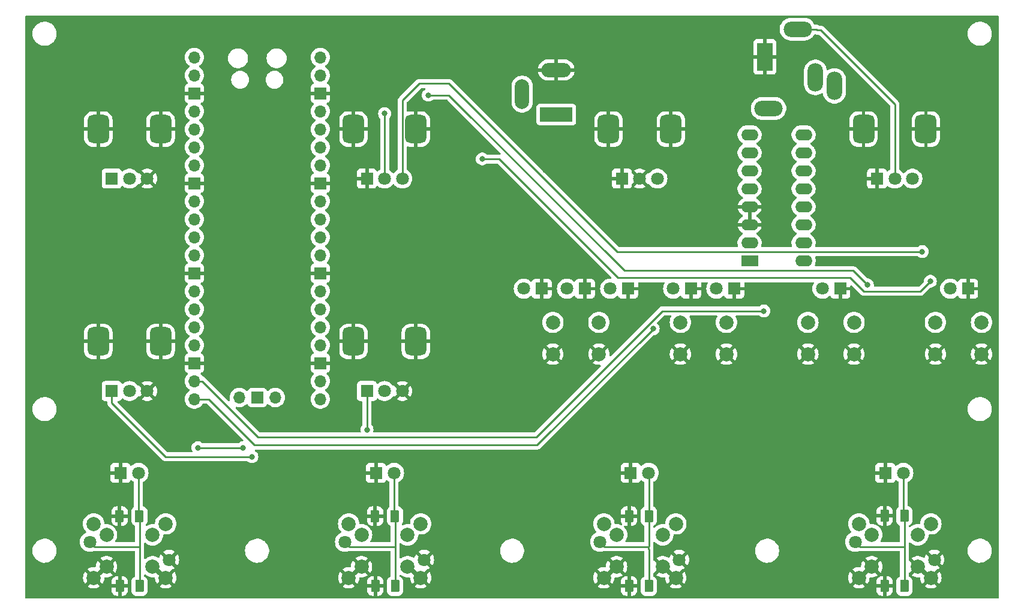
<source format=gbr>
%TF.GenerationSoftware,KiCad,Pcbnew,8.0.6-8.0.6-0~ubuntu22.04.1*%
%TF.CreationDate,2024-11-14T20:16:39+01:00*%
%TF.ProjectId,VCO_RPIpico,56434f5f-5250-4497-9069-636f2e6b6963,0*%
%TF.SameCoordinates,Original*%
%TF.FileFunction,Copper,L1,Top*%
%TF.FilePolarity,Positive*%
%FSLAX46Y46*%
G04 Gerber Fmt 4.6, Leading zero omitted, Abs format (unit mm)*
G04 Created by KiCad (PCBNEW 8.0.6-8.0.6-0~ubuntu22.04.1) date 2024-11-14 20:16:39*
%MOMM*%
%LPD*%
G01*
G04 APERTURE LIST*
G04 Aperture macros list*
%AMRoundRect*
0 Rectangle with rounded corners*
0 $1 Rounding radius*
0 $2 $3 $4 $5 $6 $7 $8 $9 X,Y pos of 4 corners*
0 Add a 4 corners polygon primitive as box body*
4,1,4,$2,$3,$4,$5,$6,$7,$8,$9,$2,$3,0*
0 Add four circle primitives for the rounded corners*
1,1,$1+$1,$2,$3*
1,1,$1+$1,$4,$5*
1,1,$1+$1,$6,$7*
1,1,$1+$1,$8,$9*
0 Add four rect primitives between the rounded corners*
20,1,$1+$1,$2,$3,$4,$5,0*
20,1,$1+$1,$4,$5,$6,$7,0*
20,1,$1+$1,$6,$7,$8,$9,0*
20,1,$1+$1,$8,$9,$2,$3,0*%
G04 Aperture macros list end*
%TA.AperFunction,ComponentPad*%
%ADD10C,2.000000*%
%TD*%
%TA.AperFunction,ComponentPad*%
%ADD11C,1.800000*%
%TD*%
%TA.AperFunction,ComponentPad*%
%ADD12R,1.800000X1.800000*%
%TD*%
%TA.AperFunction,SMDPad,CuDef*%
%ADD13RoundRect,0.250000X-0.375000X-0.625000X0.375000X-0.625000X0.375000X0.625000X-0.375000X0.625000X0*%
%TD*%
%TA.AperFunction,ComponentPad*%
%ADD14RoundRect,0.750000X0.750000X-1.250000X0.750000X1.250000X-0.750000X1.250000X-0.750000X-1.250000X0*%
%TD*%
%TA.AperFunction,ComponentPad*%
%ADD15O,2.200000X4.000000*%
%TD*%
%TA.AperFunction,ComponentPad*%
%ADD16O,4.000000X2.200000*%
%TD*%
%TA.AperFunction,ComponentPad*%
%ADD17R,2.200000X4.000000*%
%TD*%
%TA.AperFunction,ComponentPad*%
%ADD18R,4.600000X2.000000*%
%TD*%
%TA.AperFunction,ComponentPad*%
%ADD19O,4.200000X2.000000*%
%TD*%
%TA.AperFunction,ComponentPad*%
%ADD20O,2.000000X4.200000*%
%TD*%
%TA.AperFunction,ComponentPad*%
%ADD21R,2.400000X1.600000*%
%TD*%
%TA.AperFunction,ComponentPad*%
%ADD22O,2.400000X1.600000*%
%TD*%
%TA.AperFunction,ComponentPad*%
%ADD23O,1.700000X1.700000*%
%TD*%
%TA.AperFunction,ComponentPad*%
%ADD24R,1.700000X1.700000*%
%TD*%
%TA.AperFunction,ViaPad*%
%ADD25C,0.800000*%
%TD*%
%TA.AperFunction,Conductor*%
%ADD26C,0.250000*%
%TD*%
G04 APERTURE END LIST*
D10*
%TO.P,sw12,1,1*%
%TO.N,/sw_fire4*%
X170100000Y-120200000D03*
%TO.P,sw12,2,2*%
X159940000Y-120200000D03*
%TO.P,sw12,3,3*%
%TO.N,GND*%
X170100000Y-127820000D03*
%TO.P,sw12,4,4*%
X159940000Y-127820000D03*
D11*
%TO.P,sw12,5,A*%
%TO.N,/led_fire4*%
X159412000Y-122740000D03*
%TO.P,sw12,6,K*%
%TO.N,GND*%
X170588000Y-125280000D03*
%TD*%
D10*
%TO.P,sw11,1,1*%
%TO.N,/sw_fire3*%
X134100000Y-120200000D03*
%TO.P,sw11,2,2*%
X123940000Y-120200000D03*
%TO.P,sw11,3,3*%
%TO.N,GND*%
X134100000Y-127820000D03*
%TO.P,sw11,4,4*%
X123940000Y-127820000D03*
D11*
%TO.P,sw11,5,A*%
%TO.N,/led_fire3*%
X123412000Y-122740000D03*
%TO.P,sw11,6,K*%
%TO.N,GND*%
X134588000Y-125280000D03*
%TD*%
D10*
%TO.P,sw10,1,1*%
%TO.N,/sw_fire2*%
X98100000Y-120200000D03*
%TO.P,sw10,2,2*%
X87940000Y-120200000D03*
%TO.P,sw10,3,3*%
%TO.N,GND*%
X98100000Y-127820000D03*
%TO.P,sw10,4,4*%
X87940000Y-127820000D03*
D11*
%TO.P,sw10,5,A*%
%TO.N,/led_fire2*%
X87412000Y-122740000D03*
%TO.P,sw10,6,K*%
%TO.N,GND*%
X98588000Y-125280000D03*
%TD*%
D10*
%TO.P,sw9,1,1*%
%TO.N,/sw_fire1*%
X62100000Y-120200000D03*
%TO.P,sw9,2,2*%
X51940000Y-120200000D03*
%TO.P,sw9,3,3*%
%TO.N,GND*%
X62100000Y-127820000D03*
%TO.P,sw9,4,4*%
X51940000Y-127820000D03*
D11*
%TO.P,sw9,5,A*%
%TO.N,/led_fire1*%
X51412000Y-122740000D03*
%TO.P,sw9,6,K*%
%TO.N,GND*%
X62588000Y-125280000D03*
%TD*%
D12*
%TO.P,D6,1,K*%
%TO.N,GND*%
X127736000Y-113008000D03*
D11*
%TO.P,D6,2,A*%
%TO.N,/led_fire3*%
X130276000Y-113008000D03*
%TD*%
D13*
%TO.P,D18,1,K*%
%TO.N,GND*%
X127500000Y-128984000D03*
%TO.P,D18,2,A*%
%TO.N,/led_fire3*%
X130300000Y-128984000D03*
%TD*%
D12*
%TO.P,R14,1,1*%
%TO.N,+3V3*%
X54500000Y-101450000D03*
D11*
%TO.P,R14,2,2*%
%TO.N,Net-(R14-Pad2)*%
X57000000Y-101450000D03*
%TO.P,R14,3,3*%
%TO.N,GND*%
X59500000Y-101450000D03*
D14*
%TO.P,R14,MP,MountPin*%
X52600000Y-94450000D03*
X61400000Y-94450000D03*
%TD*%
D10*
%TO.P,SW4,1,1*%
%TO.N,/sw_fire3*%
X125750000Y-121750000D03*
X132250000Y-121750000D03*
%TO.P,SW4,2,2*%
%TO.N,GND*%
X125750000Y-126250000D03*
X132250000Y-126250000D03*
%TD*%
%TO.P,SW6,1,1*%
%TO.N,/sw_fire1*%
X53750000Y-121750000D03*
X60250000Y-121750000D03*
%TO.P,SW6,2,2*%
%TO.N,GND*%
X53750000Y-126250000D03*
X60250000Y-126250000D03*
%TD*%
D13*
%TO.P,D17,1,K*%
%TO.N,GND*%
X91686000Y-128984000D03*
%TO.P,D17,2,A*%
%TO.N,/led_fire2*%
X94486000Y-128984000D03*
%TD*%
D12*
%TO.P,D10,1,K*%
%TO.N,GND*%
X121269000Y-87000000D03*
D11*
%TO.P,D10,2,A*%
%TO.N,Net-(D10-A)*%
X118729000Y-87000000D03*
%TD*%
D13*
%TO.P,D14,1,K*%
%TO.N,GND*%
X127500000Y-119104000D03*
%TO.P,D14,2,A*%
%TO.N,/led_fire3*%
X130300000Y-119104000D03*
%TD*%
D12*
%TO.P,D7,1,K*%
%TO.N,GND*%
X163677000Y-113008000D03*
D11*
%TO.P,D7,2,A*%
%TO.N,/led_fire4*%
X166217000Y-113008000D03*
%TD*%
D12*
%TO.P,D1,1,K*%
%TO.N,GND*%
X142351000Y-87000000D03*
D11*
%TO.P,D1,2,A*%
%TO.N,Net-(D1-A)*%
X139811000Y-87000000D03*
%TD*%
D13*
%TO.P,D13,1,K*%
%TO.N,GND*%
X91670000Y-119104000D03*
%TO.P,D13,2,A*%
%TO.N,/led_fire2*%
X94470000Y-119104000D03*
%TD*%
D12*
%TO.P,D11,1,K*%
%TO.N,GND*%
X127365000Y-87000000D03*
D11*
%TO.P,D11,2,A*%
%TO.N,Net-(D11-A)*%
X124825000Y-87000000D03*
%TD*%
D12*
%TO.P,RV5,1,1*%
%TO.N,GND*%
X90500000Y-71450000D03*
D11*
%TO.P,RV5,2,2*%
%TO.N,Net-(R28-Pad1)*%
X93000000Y-71450000D03*
%TO.P,RV5,3,3*%
%TO.N,Net-(C21-Pad2)*%
X95500000Y-71450000D03*
D14*
%TO.P,RV5,MP,MountPin*%
%TO.N,GND*%
X88600000Y-64450000D03*
X97400000Y-64450000D03*
%TD*%
D12*
%TO.P,RV4,1,1*%
%TO.N,GND*%
X126500000Y-71450000D03*
D11*
%TO.P,RV4,2,2*%
X129000000Y-71450000D03*
%TO.P,RV4,3,3*%
%TO.N,Net-(R19-Pad1)*%
X131500000Y-71450000D03*
D14*
%TO.P,RV4,MP,MountPin*%
%TO.N,GND*%
X124600000Y-64450000D03*
X133400000Y-64450000D03*
%TD*%
D15*
%TO.P,J1,R*%
%TO.N,N/C*%
X156492000Y-58356000D03*
%TO.P,J1,RN*%
X153792000Y-57156000D03*
D16*
%TO.P,J1,S*%
%TO.N,Net-(J1-PadS)*%
X151292000Y-50356000D03*
D17*
%TO.P,J1,T*%
%TO.N,GND*%
X146692000Y-54256000D03*
D16*
%TO.P,J1,TN*%
%TO.N,N/C*%
X147192000Y-61556000D03*
%TD*%
D12*
%TO.P,D8,1,K*%
%TO.N,GND*%
X115173000Y-87000000D03*
D11*
%TO.P,D8,2,A*%
%TO.N,Net-(D8-A)*%
X112633000Y-87000000D03*
%TD*%
D12*
%TO.P,R13,1,1*%
%TO.N,+3V3*%
X90500000Y-101450000D03*
D11*
%TO.P,R13,2,2*%
%TO.N,Net-(R13-Pad2)*%
X93000000Y-101450000D03*
%TO.P,R13,3,3*%
%TO.N,GND*%
X95500000Y-101450000D03*
D14*
%TO.P,R13,MP,MountPin*%
X88600000Y-94450000D03*
X97400000Y-94450000D03*
%TD*%
D12*
%TO.P,D9,1,K*%
%TO.N,GND*%
X175366000Y-87000000D03*
D11*
%TO.P,D9,2,A*%
%TO.N,Net-(D9-A)*%
X172826000Y-87000000D03*
%TD*%
D12*
%TO.P,R15,1,1*%
%TO.N,+3V3*%
X54500000Y-71450000D03*
D11*
%TO.P,R15,2,2*%
%TO.N,Net-(R15-Pad2)*%
X57000000Y-71450000D03*
%TO.P,R15,3,3*%
%TO.N,GND*%
X59500000Y-71450000D03*
D14*
%TO.P,R15,MP,MountPin*%
X52600000Y-64450000D03*
X61400000Y-64450000D03*
%TD*%
D10*
%TO.P,SW7,1,1*%
%TO.N,GND*%
X177250000Y-96250000D03*
X170750000Y-96250000D03*
%TO.P,SW7,2,2*%
%TO.N,Net-(A1-GPIO7)*%
X177250000Y-91750000D03*
X170750000Y-91750000D03*
%TD*%
%TO.P,SW3,1,1*%
%TO.N,/sw_fire4*%
X161750000Y-121750000D03*
X168250000Y-121750000D03*
%TO.P,SW3,2,2*%
%TO.N,GND*%
X161750000Y-126250000D03*
X168250000Y-126250000D03*
%TD*%
%TO.P,SW5,1,1*%
%TO.N,/sw_fire2*%
X89750000Y-121750000D03*
X96250000Y-121750000D03*
%TO.P,SW5,2,2*%
%TO.N,GND*%
X89750000Y-126250000D03*
X96250000Y-126250000D03*
%TD*%
%TO.P,SW2,1,1*%
%TO.N,GND*%
X123250000Y-96250000D03*
X116750000Y-96250000D03*
%TO.P,SW2,2,2*%
%TO.N,Net-(A1-GPIO8)*%
X123250000Y-91750000D03*
X116750000Y-91750000D03*
%TD*%
D13*
%TO.P,D19,1,K*%
%TO.N,GND*%
X163568000Y-128984000D03*
%TO.P,D19,2,A*%
%TO.N,/led_fire4*%
X166368000Y-128984000D03*
%TD*%
D12*
%TO.P,D5,1,K*%
%TO.N,GND*%
X91795000Y-113008000D03*
D11*
%TO.P,D5,2,A*%
%TO.N,/led_fire2*%
X94335000Y-113008000D03*
%TD*%
D12*
%TO.P,D3,1,K*%
%TO.N,GND*%
X157332000Y-87000000D03*
D11*
%TO.P,D3,2,A*%
%TO.N,Net-(D3-A)*%
X154792000Y-87000000D03*
%TD*%
D12*
%TO.P,D4,1,K*%
%TO.N,GND*%
X55727000Y-113008000D03*
D11*
%TO.P,D4,2,A*%
%TO.N,/led_fire1*%
X58267000Y-113008000D03*
%TD*%
D18*
%TO.P,J2,1*%
%TO.N,Net-(D20-A)*%
X117216000Y-62420000D03*
D19*
%TO.P,J2,2*%
%TO.N,GND*%
X117216000Y-56120000D03*
D20*
%TO.P,J2,3*%
%TO.N,N/C*%
X112416000Y-59520000D03*
%TD*%
D13*
%TO.P,D12,1,K*%
%TO.N,GND*%
X55602000Y-119104000D03*
%TO.P,D12,2,A*%
%TO.N,/led_fire1*%
X58402000Y-119104000D03*
%TD*%
D10*
%TO.P,SW1,1,1*%
%TO.N,GND*%
X141250000Y-96250000D03*
X134750000Y-96250000D03*
%TO.P,SW1,2,2*%
%TO.N,Net-(A1-GPIO9)*%
X141250000Y-91750000D03*
X134750000Y-91750000D03*
%TD*%
D12*
%TO.P,D2,1,K*%
%TO.N,GND*%
X136255000Y-87000000D03*
D11*
%TO.P,D2,2,A*%
%TO.N,Net-(D2-A)*%
X133715000Y-87000000D03*
%TD*%
D13*
%TO.P,D15,1,K*%
%TO.N,GND*%
X163568000Y-119078000D03*
%TO.P,D15,2,A*%
%TO.N,/led_fire4*%
X166368000Y-119078000D03*
%TD*%
%TO.P,D16,1,K*%
%TO.N,GND*%
X55618000Y-128984000D03*
%TO.P,D16,2,A*%
%TO.N,/led_fire1*%
X58418000Y-128984000D03*
%TD*%
D10*
%TO.P,SW8,1,1*%
%TO.N,GND*%
X159250000Y-96250000D03*
X152750000Y-96250000D03*
%TO.P,SW8,2,2*%
%TO.N,Net-(A1-GPIO6)*%
X159250000Y-91750000D03*
X152750000Y-91750000D03*
%TD*%
D12*
%TO.P,RV6,1,1*%
%TO.N,GND*%
X162500000Y-71450000D03*
D11*
%TO.P,RV6,2,2*%
%TO.N,Net-(J1-PadS)*%
X165000000Y-71450000D03*
%TO.P,RV6,3,3*%
%TO.N,Net-(C23-Pad2)*%
X167500000Y-71450000D03*
D14*
%TO.P,RV6,MP,MountPin*%
%TO.N,GND*%
X160600000Y-64450000D03*
X169400000Y-64450000D03*
%TD*%
D21*
%TO.P,U2,1,VCC*%
%TO.N,+5C*%
X144515000Y-83036000D03*
D22*
%TO.P,U2,2,REF*%
%TO.N,Net-(U2-REF)*%
X144515000Y-80496000D03*
%TO.P,U2,3,AGND*%
%TO.N,GND*%
X144515000Y-77956000D03*
%TO.P,U2,4,DGND*%
X144515000Y-75416000D03*
%TO.P,U2,5,CLK_0*%
%TO.N,unconnected-(U2-CLK_0-Pad5)*%
X144515000Y-72876000D03*
%TO.P,U2,6,VCO*%
%TO.N,Net-(U2-VCO)*%
X144515000Y-70336000D03*
%TO.P,U2,7,CC1*%
%TO.N,Net-(U2-CC1)*%
X144515000Y-67796000D03*
%TO.P,U2,8,CC0*%
%TO.N,Net-(U2-CC0)*%
X144515000Y-65256000D03*
%TO.P,U2,9,OP1-OUT*%
%TO.N,Net-(U2-OP1-OUT)*%
X152135000Y-65256000D03*
%TO.P,U2,10,OP1-IN*%
%TO.N,Net-(U2-OP1-IN)*%
X152135000Y-67796000D03*
%TO.P,U2,11,OP2-IN*%
%TO.N,Net-(U2-OP2-IN)*%
X152135000Y-70336000D03*
%TO.P,U2,12,OP2-OUT*%
%TO.N,Net-(U2-OP2-OUT)*%
X152135000Y-72876000D03*
%TO.P,U2,13,LPF2-IN*%
%TO.N,Net-(U2-LPF2-IN)*%
X152135000Y-75416000D03*
%TO.P,U2,14,LPF2-OUT*%
%TO.N,Net-(U2-LPF2-OUT)*%
X152135000Y-77956000D03*
%TO.P,U2,15,LPF1-OUT*%
%TO.N,Net-(U2-LPF1-OUT)*%
X152135000Y-80496000D03*
%TO.P,U2,16,LPF1-IN*%
%TO.N,Net-(U2-LPF1-IN)*%
X152135000Y-83036000D03*
%TD*%
D23*
%TO.P,A1,1,GPIO0*%
%TO.N,unconnected-(A1-GPIO0-Pad1)_1*%
X83926000Y-54334000D03*
%TO.P,A1,2,GPIO1*%
%TO.N,unconnected-(A1-GPIO1-Pad2)*%
X83926000Y-56874000D03*
D24*
%TO.P,A1,3,GND*%
%TO.N,GND*%
X83926000Y-59414000D03*
D23*
%TO.P,A1,4,GPIO2*%
%TO.N,Net-(A1-GPIO2)*%
X83926000Y-61954000D03*
%TO.P,A1,5,GPIO3*%
%TO.N,Net-(A1-GPIO3)*%
X83926000Y-64494000D03*
%TO.P,A1,6,GPIO4*%
%TO.N,Net-(A1-GPIO4)*%
X83926000Y-67034000D03*
%TO.P,A1,7,GPIO5*%
%TO.N,Net-(A1-GPIO5)*%
X83926000Y-69574000D03*
D24*
%TO.P,A1,8,GND*%
%TO.N,GND*%
X83926000Y-72114000D03*
D23*
%TO.P,A1,9,GPIO6*%
%TO.N,Net-(A1-GPIO6)*%
X83926000Y-74654000D03*
%TO.P,A1,10,GPIO7*%
%TO.N,Net-(A1-GPIO7)*%
X83926000Y-77194000D03*
%TO.P,A1,11,GPIO8*%
%TO.N,Net-(A1-GPIO8)*%
X83926000Y-79734000D03*
%TO.P,A1,12,GPIO9*%
%TO.N,Net-(A1-GPIO9)*%
X83926000Y-82274000D03*
D24*
%TO.P,A1,13,GND*%
%TO.N,GND*%
X83926000Y-84814000D03*
D23*
%TO.P,A1,14,GPIO10*%
%TO.N,Net-(A1-GPIO10)*%
X83926000Y-87354000D03*
%TO.P,A1,15,GPIO11*%
%TO.N,Net-(A1-GPIO11)*%
X83926000Y-89894000D03*
%TO.P,A1,16,GPIO12*%
%TO.N,Net-(A1-GPIO12)*%
X83926000Y-92434000D03*
%TO.P,A1,17,GPIO13*%
%TO.N,Net-(A1-GPIO13)*%
X83926000Y-94974000D03*
D24*
%TO.P,A1,18,GND*%
%TO.N,GND*%
X83926000Y-97514000D03*
D23*
%TO.P,A1,19,GPIO14*%
%TO.N,Net-(A1-GPIO14)*%
X83926000Y-100054000D03*
%TO.P,A1,20,GPIO15*%
%TO.N,Net-(A1-GPIO15)*%
X83926000Y-102594000D03*
%TO.P,A1,21,GPIO16*%
%TO.N,Net-(A1-GPIO16)*%
X66146000Y-102594000D03*
%TO.P,A1,22,GPIO17*%
%TO.N,Net-(A1-GPIO17)*%
X66146000Y-100054000D03*
D24*
%TO.P,A1,23,GND*%
%TO.N,GND*%
X66146000Y-97514000D03*
D23*
%TO.P,A1,24,GPIO18*%
%TO.N,/sw_fire1*%
X66146000Y-94974000D03*
%TO.P,A1,25,GPIO19*%
%TO.N,/sw_fire2*%
X66146000Y-92434000D03*
%TO.P,A1,26,GPIO20*%
%TO.N,/sw_fire3*%
X66146000Y-89894000D03*
%TO.P,A1,27,GPIO21*%
%TO.N,/sw_fire4*%
X66146000Y-87354000D03*
D24*
%TO.P,A1,28,GND*%
%TO.N,GND*%
X66146000Y-84814000D03*
D23*
%TO.P,A1,29,GPIO22*%
%TO.N,unconnected-(A1-GPIO22-Pad29)*%
X66146000Y-82274000D03*
%TO.P,A1,30,RUN*%
%TO.N,unconnected-(A1-RUN-Pad30)*%
X66146000Y-79734000D03*
%TO.P,A1,31,GPIO26_ADC0*%
%TO.N,Net-(A1-GPIO26_ADC0)*%
X66146000Y-77194000D03*
%TO.P,A1,32,GPIO27_ADC1*%
%TO.N,Net-(A1-GPIO27_ADC1)*%
X66146000Y-74654000D03*
D24*
%TO.P,A1,33,AGND*%
%TO.N,GND*%
X66146000Y-72114000D03*
D23*
%TO.P,A1,34,GPIO28_ADC2*%
%TO.N,Net-(A1-GPIO28_ADC2)*%
X66146000Y-69574000D03*
%TO.P,A1,35,ADC_VREF*%
%TO.N,unconnected-(A1-ADC_VREF-Pad35)*%
X66146000Y-67034000D03*
%TO.P,A1,36,3V3*%
%TO.N,+3V3*%
X66146000Y-64494000D03*
%TO.P,A1,37,3V3_EN*%
%TO.N,unconnected-(A1-3V3_EN-Pad37)*%
X66146000Y-61954000D03*
D24*
%TO.P,A1,38,GND*%
%TO.N,GND*%
X66146000Y-59414000D03*
D23*
%TO.P,A1,39,VSYS*%
%TO.N,+5C*%
X66146000Y-56874000D03*
%TO.P,A1,40,VBUS*%
%TO.N,unconnected-(A1-VBUS-Pad40)_1*%
X66146000Y-54334000D03*
%TO.P,A1,41,SWCLK*%
%TO.N,unconnected-(A1-SWCLK-Pad41)*%
X77576000Y-102364000D03*
D24*
%TO.P,A1,42,SWGND*%
%TO.N,unconnected-(A1-SWGND-Pad42)*%
X75036000Y-102364000D03*
D23*
%TO.P,A1,43,SWDIO*%
%TO.N,unconnected-(A1-SWDIO-Pad43)_1*%
X72496000Y-102364000D03*
%TD*%
D25*
%TO.N,+3V3*%
X74274000Y-110722000D03*
X90530000Y-106912000D03*
%TO.N,Net-(A1-GPIO16)*%
X130916000Y-92662000D03*
%TO.N,Net-(A1-GPIO17)*%
X146537000Y-90148000D03*
%TO.N,Net-(A1-GPIO10)*%
X73004000Y-109452000D03*
X66654000Y-109452000D03*
%TO.N,Net-(C17-Pad2)*%
X161142000Y-86465000D03*
X99166000Y-59668000D03*
%TO.N,/Wave_out*%
X106786000Y-68685000D03*
X170032000Y-85957000D03*
%TO.N,Net-(C21-Pad2)*%
X168889000Y-81766000D03*
%TO.N,Net-(R28-Pad1)*%
X93000000Y-62278000D03*
%TD*%
D26*
%TO.N,Net-(J1-PadS)*%
X154554000Y-50482000D02*
X154046000Y-50482000D01*
X165000000Y-60928000D02*
X154554000Y-50482000D01*
X153920000Y-50356000D02*
X151292000Y-50356000D01*
X165000000Y-71450000D02*
X165000000Y-60928000D01*
X154046000Y-50482000D02*
X153920000Y-50356000D01*
%TO.N,+3V3*%
X90500000Y-101450000D02*
X90500000Y-106882000D01*
X54500000Y-103140000D02*
X54500000Y-101450000D01*
X74274000Y-110722000D02*
X62082000Y-110722000D01*
X90500000Y-106882000D02*
X90530000Y-106912000D01*
X62082000Y-110722000D02*
X54500000Y-103140000D01*
%TO.N,Net-(A1-GPIO16)*%
X74655000Y-109071000D02*
X68178000Y-102594000D01*
X130916000Y-92678000D02*
X114523000Y-109071000D01*
X68178000Y-102594000D02*
X66146000Y-102594000D01*
X130916000Y-92662000D02*
X130916000Y-92678000D01*
X114523000Y-109071000D02*
X74655000Y-109071000D01*
%TO.N,Net-(A1-GPIO17)*%
X67289000Y-100054000D02*
X75163000Y-107928000D01*
X66146000Y-100054000D02*
X67289000Y-100054000D01*
X114406000Y-107928000D02*
X132186000Y-90148000D01*
X75163000Y-107928000D02*
X114406000Y-107928000D01*
X132186000Y-90148000D02*
X146537000Y-90148000D01*
%TO.N,Net-(A1-GPIO10)*%
X66654000Y-109452000D02*
X73004000Y-109452000D01*
%TO.N,/led_fire1*%
X58418000Y-123142000D02*
X58418000Y-119120000D01*
X58418000Y-123142000D02*
X58418000Y-128984000D01*
X58402000Y-119104000D02*
X58402000Y-119482000D01*
X51412000Y-122740000D02*
X52094000Y-123422000D01*
X58392000Y-123422000D02*
X58418000Y-123396000D01*
X58267000Y-118969000D02*
X58402000Y-119104000D01*
X52094000Y-123422000D02*
X58392000Y-123422000D01*
X58418000Y-119120000D02*
X58402000Y-119104000D01*
X58418000Y-123396000D02*
X58418000Y-123142000D01*
X58267000Y-113008000D02*
X58267000Y-118969000D01*
%TO.N,/led_fire2*%
X94486000Y-123396000D02*
X94486000Y-128984000D01*
X94470000Y-119104000D02*
X94470000Y-119482000D01*
X87412000Y-122740000D02*
X88094000Y-123422000D01*
X94335000Y-113008000D02*
X94335000Y-118969000D01*
X94335000Y-118969000D02*
X94470000Y-119104000D01*
X88094000Y-123422000D02*
X94460000Y-123422000D01*
X94486000Y-123396000D02*
X94486000Y-119120000D01*
X94486000Y-119120000D02*
X94470000Y-119104000D01*
X94460000Y-123422000D02*
X94486000Y-123396000D01*
%TO.N,/led_fire3*%
X130276000Y-119096000D02*
X130284000Y-119104000D01*
X130300000Y-119104000D02*
X130300000Y-113032000D01*
X130274000Y-123754000D02*
X130300000Y-123780000D01*
X130300000Y-113032000D02*
X130276000Y-113008000D01*
X130284000Y-119104000D02*
X130284000Y-119736000D01*
X124094000Y-123422000D02*
X130274000Y-123422000D01*
X130300000Y-123780000D02*
X130300000Y-128984000D01*
X130274000Y-123422000D02*
X130300000Y-123396000D01*
X123412000Y-122740000D02*
X124094000Y-123422000D01*
X130300000Y-123396000D02*
X130300000Y-119104000D01*
X130274000Y-123422000D02*
X130274000Y-123754000D01*
%TO.N,/led_fire4*%
X166368000Y-123396000D02*
X166368000Y-119120000D01*
X166217000Y-113008000D02*
X166217000Y-118969000D01*
X160094000Y-123422000D02*
X166342000Y-123422000D01*
X166217000Y-118969000D02*
X166352000Y-119104000D01*
X166342000Y-123422000D02*
X166368000Y-123396000D01*
X159412000Y-122740000D02*
X160094000Y-123422000D01*
X166368000Y-123396000D02*
X166368000Y-128984000D01*
X166368000Y-119120000D02*
X166352000Y-119104000D01*
X166352000Y-119104000D02*
X166352000Y-119736000D01*
%TO.N,Net-(C17-Pad2)*%
X102087000Y-59668000D02*
X99166000Y-59668000D01*
X161142000Y-86465000D02*
X159110000Y-84433000D01*
X126852000Y-84433000D02*
X102087000Y-59668000D01*
X159110000Y-84433000D02*
X126852000Y-84433000D01*
%TO.N,/Wave_out*%
X125963000Y-85449000D02*
X158729000Y-85449000D01*
X109199000Y-68685000D02*
X125963000Y-85449000D01*
X160634000Y-87354000D02*
X168635000Y-87354000D01*
X168635000Y-87354000D02*
X170032000Y-85957000D01*
X106786000Y-68685000D02*
X109199000Y-68685000D01*
X158729000Y-85449000D02*
X160634000Y-87354000D01*
%TO.N,Net-(C21-Pad2)*%
X102087000Y-58017000D02*
X125836000Y-81766000D01*
X125836000Y-81766000D02*
X168853000Y-81766000D01*
X95500000Y-71450000D02*
X95500000Y-60413000D01*
X95500000Y-60413000D02*
X97896000Y-58017000D01*
X168853000Y-81766000D02*
X168889000Y-81766000D01*
X97896000Y-58017000D02*
X102087000Y-58017000D01*
%TO.N,Net-(R28-Pad1)*%
X93070000Y-62208000D02*
X93000000Y-62278000D01*
X93000000Y-71450000D02*
X93000000Y-62278000D01*
%TD*%
%TA.AperFunction,Conductor*%
%TO.N,GND*%
G36*
X61045709Y-126692157D02*
G01*
X61045710Y-126692157D01*
X61098029Y-126639838D01*
X61159352Y-126606353D01*
X61229044Y-126611337D01*
X61273391Y-126639838D01*
X61970590Y-127337037D01*
X61907007Y-127354075D01*
X61792993Y-127419901D01*
X61699901Y-127512993D01*
X61634075Y-127627007D01*
X61617037Y-127690590D01*
X61304289Y-127377842D01*
X61251970Y-127430161D01*
X61190647Y-127463646D01*
X61120955Y-127458662D01*
X61076608Y-127430161D01*
X60420234Y-126773787D01*
X60462292Y-126762518D01*
X60587708Y-126690110D01*
X60690110Y-126587708D01*
X60762518Y-126462292D01*
X60773787Y-126420235D01*
X61045709Y-126692157D01*
G37*
%TD.AperFunction*%
%TA.AperFunction,Conductor*%
G36*
X97045709Y-126692157D02*
G01*
X97045710Y-126692157D01*
X97098029Y-126639838D01*
X97159352Y-126606353D01*
X97229044Y-126611337D01*
X97273391Y-126639838D01*
X97970590Y-127337037D01*
X97907007Y-127354075D01*
X97792993Y-127419901D01*
X97699901Y-127512993D01*
X97634075Y-127627007D01*
X97617037Y-127690590D01*
X97304289Y-127377842D01*
X97251970Y-127430161D01*
X97190647Y-127463646D01*
X97120955Y-127458662D01*
X97076608Y-127430161D01*
X96420234Y-126773787D01*
X96462292Y-126762518D01*
X96587708Y-126690110D01*
X96690110Y-126587708D01*
X96762518Y-126462292D01*
X96773787Y-126420235D01*
X97045709Y-126692157D01*
G37*
%TD.AperFunction*%
%TA.AperFunction,Conductor*%
G36*
X133045709Y-126692157D02*
G01*
X133045710Y-126692157D01*
X133098029Y-126639838D01*
X133159352Y-126606353D01*
X133229044Y-126611337D01*
X133273391Y-126639838D01*
X133970590Y-127337037D01*
X133907007Y-127354075D01*
X133792993Y-127419901D01*
X133699901Y-127512993D01*
X133634075Y-127627007D01*
X133617037Y-127690590D01*
X133304289Y-127377842D01*
X133251970Y-127430161D01*
X133190647Y-127463646D01*
X133120955Y-127458662D01*
X133076608Y-127430161D01*
X132420234Y-126773787D01*
X132462292Y-126762518D01*
X132587708Y-126690110D01*
X132690110Y-126587708D01*
X132762518Y-126462292D01*
X132773787Y-126420234D01*
X133045709Y-126692157D01*
G37*
%TD.AperFunction*%
%TA.AperFunction,Conductor*%
G36*
X169045709Y-126692157D02*
G01*
X169045710Y-126692157D01*
X169098029Y-126639838D01*
X169159352Y-126606353D01*
X169229044Y-126611337D01*
X169273391Y-126639838D01*
X169970590Y-127337037D01*
X169907007Y-127354075D01*
X169792993Y-127419901D01*
X169699901Y-127512993D01*
X169634075Y-127627007D01*
X169617037Y-127690589D01*
X169304289Y-127377842D01*
X169251970Y-127430161D01*
X169190647Y-127463646D01*
X169120955Y-127458662D01*
X169076608Y-127430161D01*
X168420234Y-126773787D01*
X168462292Y-126762518D01*
X168587708Y-126690110D01*
X168690110Y-126587708D01*
X168762518Y-126462292D01*
X168773787Y-126420234D01*
X169045709Y-126692157D01*
G37*
%TD.AperFunction*%
%TA.AperFunction,Conductor*%
G36*
X53237482Y-126462292D02*
G01*
X53309890Y-126587708D01*
X53412292Y-126690110D01*
X53537708Y-126762518D01*
X53579765Y-126773787D01*
X52923391Y-127430161D01*
X52862068Y-127463646D01*
X52792376Y-127458662D01*
X52748029Y-127430161D01*
X52715710Y-127397842D01*
X52715709Y-127397842D01*
X52422962Y-127690589D01*
X52405925Y-127627007D01*
X52340099Y-127512993D01*
X52247007Y-127419901D01*
X52132993Y-127354075D01*
X52069408Y-127337037D01*
X52766608Y-126639838D01*
X52827931Y-126606353D01*
X52897622Y-126611337D01*
X52941970Y-126639838D01*
X52974289Y-126672157D01*
X53226212Y-126420234D01*
X53237482Y-126462292D01*
G37*
%TD.AperFunction*%
%TA.AperFunction,Conductor*%
G36*
X89237482Y-126462292D02*
G01*
X89309890Y-126587708D01*
X89412292Y-126690110D01*
X89537708Y-126762518D01*
X89579765Y-126773787D01*
X88923391Y-127430161D01*
X88862068Y-127463646D01*
X88792376Y-127458662D01*
X88748029Y-127430161D01*
X88715710Y-127397842D01*
X88715709Y-127397842D01*
X88422962Y-127690589D01*
X88405925Y-127627007D01*
X88340099Y-127512993D01*
X88247007Y-127419901D01*
X88132993Y-127354075D01*
X88069408Y-127337037D01*
X88766608Y-126639838D01*
X88827931Y-126606353D01*
X88897622Y-126611337D01*
X88941970Y-126639838D01*
X88974289Y-126672157D01*
X89226212Y-126420234D01*
X89237482Y-126462292D01*
G37*
%TD.AperFunction*%
%TA.AperFunction,Conductor*%
G36*
X125237482Y-126462292D02*
G01*
X125309890Y-126587708D01*
X125412292Y-126690110D01*
X125537708Y-126762518D01*
X125579765Y-126773787D01*
X124923391Y-127430161D01*
X124862068Y-127463646D01*
X124792376Y-127458662D01*
X124748029Y-127430161D01*
X124715710Y-127397842D01*
X124715709Y-127397842D01*
X124422962Y-127690589D01*
X124405925Y-127627007D01*
X124340099Y-127512993D01*
X124247007Y-127419901D01*
X124132993Y-127354075D01*
X124069408Y-127337037D01*
X124766608Y-126639838D01*
X124827931Y-126606353D01*
X124897622Y-126611337D01*
X124941970Y-126639838D01*
X124974289Y-126672157D01*
X125226212Y-126420234D01*
X125237482Y-126462292D01*
G37*
%TD.AperFunction*%
%TA.AperFunction,Conductor*%
G36*
X161237482Y-126462292D02*
G01*
X161309890Y-126587708D01*
X161412292Y-126690110D01*
X161537708Y-126762518D01*
X161579765Y-126773787D01*
X160923391Y-127430161D01*
X160862068Y-127463646D01*
X160792376Y-127458662D01*
X160748029Y-127430161D01*
X160715710Y-127397842D01*
X160715709Y-127397842D01*
X160422962Y-127690589D01*
X160405925Y-127627007D01*
X160340099Y-127512993D01*
X160247007Y-127419901D01*
X160132993Y-127354075D01*
X160069408Y-127337037D01*
X160766608Y-126639838D01*
X160827931Y-126606353D01*
X160897622Y-126611337D01*
X160941970Y-126639838D01*
X160974289Y-126672157D01*
X161226212Y-126420234D01*
X161237482Y-126462292D01*
G37*
%TD.AperFunction*%
%TA.AperFunction,Conductor*%
G36*
X144765000Y-77640314D02*
G01*
X144760606Y-77635920D01*
X144669394Y-77583259D01*
X144567661Y-77556000D01*
X144462339Y-77556000D01*
X144360606Y-77583259D01*
X144269394Y-77635920D01*
X144265000Y-77640314D01*
X144265000Y-75731686D01*
X144269394Y-75736080D01*
X144360606Y-75788741D01*
X144462339Y-75816000D01*
X144567661Y-75816000D01*
X144669394Y-75788741D01*
X144760606Y-75736080D01*
X144765000Y-75731686D01*
X144765000Y-77640314D01*
G37*
%TD.AperFunction*%
%TA.AperFunction,Conductor*%
G36*
X179611039Y-48469685D02*
G01*
X179656794Y-48522489D01*
X179668000Y-48574000D01*
X179668000Y-130622000D01*
X179648315Y-130689039D01*
X179595511Y-130734794D01*
X179544000Y-130746000D01*
X42410000Y-130746000D01*
X42342961Y-130726315D01*
X42297206Y-130673511D01*
X42286000Y-130622000D01*
X42286000Y-129658986D01*
X54493001Y-129658986D01*
X54503494Y-129761697D01*
X54558641Y-129928119D01*
X54558643Y-129928124D01*
X54650684Y-130077345D01*
X54774654Y-130201315D01*
X54923875Y-130293356D01*
X54923880Y-130293358D01*
X55090302Y-130348505D01*
X55090309Y-130348506D01*
X55193019Y-130358999D01*
X55367999Y-130358999D01*
X55868000Y-130358999D01*
X56042972Y-130358999D01*
X56042986Y-130358998D01*
X56145697Y-130348505D01*
X56312119Y-130293358D01*
X56312124Y-130293356D01*
X56461345Y-130201315D01*
X56585315Y-130077345D01*
X56677356Y-129928124D01*
X56677358Y-129928119D01*
X56732505Y-129761697D01*
X56732506Y-129761690D01*
X56742999Y-129658986D01*
X56743000Y-129658973D01*
X56743000Y-129234000D01*
X55868000Y-129234000D01*
X55868000Y-130358999D01*
X55367999Y-130358999D01*
X55368000Y-130358998D01*
X55368000Y-129234000D01*
X54493001Y-129234000D01*
X54493001Y-129658986D01*
X42286000Y-129658986D01*
X42286000Y-127819994D01*
X50434859Y-127819994D01*
X50434859Y-127820005D01*
X50455385Y-128067729D01*
X50455387Y-128067738D01*
X50516412Y-128308717D01*
X50616266Y-128536364D01*
X50716564Y-128689882D01*
X51457037Y-127949409D01*
X51474075Y-128012993D01*
X51539901Y-128127007D01*
X51632993Y-128220099D01*
X51747007Y-128285925D01*
X51810590Y-128302962D01*
X51069942Y-129043609D01*
X51116768Y-129080055D01*
X51116770Y-129080056D01*
X51335385Y-129198364D01*
X51335396Y-129198369D01*
X51570506Y-129279083D01*
X51815707Y-129320000D01*
X52064293Y-129320000D01*
X52309493Y-129279083D01*
X52544603Y-129198369D01*
X52544614Y-129198364D01*
X52763228Y-129080057D01*
X52763231Y-129080055D01*
X52810056Y-129043609D01*
X52069409Y-128302962D01*
X52132993Y-128285925D01*
X52247007Y-128220099D01*
X52340099Y-128127007D01*
X52405925Y-128012993D01*
X52422962Y-127949410D01*
X53163434Y-128689882D01*
X53263731Y-128536369D01*
X53363457Y-128309013D01*
X54493000Y-128309013D01*
X54493000Y-128734000D01*
X55368000Y-128734000D01*
X55868000Y-128734000D01*
X56742999Y-128734000D01*
X56742999Y-128309028D01*
X56742998Y-128309013D01*
X56732505Y-128206302D01*
X56677358Y-128039880D01*
X56677356Y-128039875D01*
X56585315Y-127890654D01*
X56461345Y-127766684D01*
X56312124Y-127674643D01*
X56312119Y-127674641D01*
X56145697Y-127619494D01*
X56145690Y-127619493D01*
X56042986Y-127609000D01*
X55868000Y-127609000D01*
X55868000Y-128734000D01*
X55368000Y-128734000D01*
X55368000Y-127609000D01*
X55193029Y-127609000D01*
X55193012Y-127609001D01*
X55090302Y-127619494D01*
X54923880Y-127674641D01*
X54923875Y-127674643D01*
X54774654Y-127766684D01*
X54650684Y-127890654D01*
X54558643Y-128039875D01*
X54558641Y-128039880D01*
X54503494Y-128206302D01*
X54503493Y-128206309D01*
X54493000Y-128309013D01*
X53363457Y-128309013D01*
X53363587Y-128308717D01*
X53424612Y-128067740D01*
X53442200Y-127855475D01*
X53467354Y-127790290D01*
X53523755Y-127749051D01*
X53586187Y-127743405D01*
X53625707Y-127750000D01*
X53874293Y-127750000D01*
X54119493Y-127709083D01*
X54354603Y-127628369D01*
X54354614Y-127628364D01*
X54573228Y-127510057D01*
X54573231Y-127510055D01*
X54620056Y-127473609D01*
X53920234Y-126773787D01*
X53962292Y-126762518D01*
X54087708Y-126690110D01*
X54190110Y-126587708D01*
X54262518Y-126462292D01*
X54273787Y-126420235D01*
X54973434Y-127119882D01*
X55073731Y-126966369D01*
X55173587Y-126738717D01*
X55234612Y-126497738D01*
X55234614Y-126497729D01*
X55255141Y-126250005D01*
X55255141Y-126249994D01*
X55234614Y-126002270D01*
X55234612Y-126002261D01*
X55173587Y-125761282D01*
X55073731Y-125533630D01*
X54973434Y-125380116D01*
X54273787Y-126079764D01*
X54262518Y-126037708D01*
X54190110Y-125912292D01*
X54087708Y-125809890D01*
X53962292Y-125737482D01*
X53920235Y-125726212D01*
X54620057Y-125026390D01*
X54620056Y-125026389D01*
X54573229Y-124989943D01*
X54354614Y-124871635D01*
X54354603Y-124871630D01*
X54119493Y-124790916D01*
X53874293Y-124750000D01*
X53625707Y-124750000D01*
X53380506Y-124790916D01*
X53145396Y-124871630D01*
X53145390Y-124871632D01*
X52926761Y-124989949D01*
X52879942Y-125026388D01*
X52879942Y-125026390D01*
X53579765Y-125726212D01*
X53537708Y-125737482D01*
X53412292Y-125809890D01*
X53309890Y-125912292D01*
X53237482Y-126037708D01*
X53226212Y-126079764D01*
X52526564Y-125380116D01*
X52426267Y-125533632D01*
X52326412Y-125761282D01*
X52265387Y-126002261D01*
X52265385Y-126002270D01*
X52247797Y-126214525D01*
X52222644Y-126279710D01*
X52166242Y-126320948D01*
X52103812Y-126326594D01*
X52064294Y-126320000D01*
X51815707Y-126320000D01*
X51570506Y-126360916D01*
X51335396Y-126441630D01*
X51335390Y-126441632D01*
X51116761Y-126559949D01*
X51069942Y-126596388D01*
X51069942Y-126596390D01*
X51810590Y-127337037D01*
X51747007Y-127354075D01*
X51632993Y-127419901D01*
X51539901Y-127512993D01*
X51474075Y-127627007D01*
X51457037Y-127690589D01*
X50716564Y-126950116D01*
X50616267Y-127103632D01*
X50516412Y-127331282D01*
X50455387Y-127572261D01*
X50455385Y-127572270D01*
X50434859Y-127819994D01*
X42286000Y-127819994D01*
X42286000Y-123999997D01*
X43297499Y-123999997D01*
X43297499Y-124000000D01*
X43317451Y-124259884D01*
X43317451Y-124259889D01*
X43376840Y-124513677D01*
X43376841Y-124513682D01*
X43474277Y-124755435D01*
X43474281Y-124755441D01*
X43514964Y-124823873D01*
X43607474Y-124979481D01*
X43773311Y-125180570D01*
X43924279Y-125315112D01*
X43967899Y-125353986D01*
X43967907Y-125353993D01*
X44186676Y-125495666D01*
X44186684Y-125495670D01*
X44424523Y-125602291D01*
X44424525Y-125602292D01*
X44534861Y-125632612D01*
X44675859Y-125671360D01*
X44934790Y-125701252D01*
X45195249Y-125691269D01*
X45451131Y-125641643D01*
X45473656Y-125633553D01*
X45696435Y-125553541D01*
X45696436Y-125553540D01*
X45696440Y-125553539D01*
X45925425Y-125429021D01*
X46132718Y-125271008D01*
X46313461Y-125083204D01*
X46463419Y-124870010D01*
X46579074Y-124636424D01*
X46657718Y-124387921D01*
X46697506Y-124130325D01*
X46700000Y-124000000D01*
X46697506Y-123869675D01*
X46657718Y-123612079D01*
X46579074Y-123363576D01*
X46463419Y-123129990D01*
X46313461Y-122916796D01*
X46143306Y-122739994D01*
X49998673Y-122739994D01*
X49998673Y-122740005D01*
X50017948Y-122972622D01*
X50075251Y-123198907D01*
X50169015Y-123412668D01*
X50296686Y-123608084D01*
X50454776Y-123779814D01*
X50454780Y-123779818D01*
X50638983Y-123923190D01*
X50638985Y-123923191D01*
X50638988Y-123923193D01*
X50758331Y-123987777D01*
X50844273Y-124034287D01*
X50906064Y-124055500D01*
X51065045Y-124110079D01*
X51065047Y-124110079D01*
X51065049Y-124110080D01*
X51295288Y-124148500D01*
X51295289Y-124148500D01*
X51528712Y-124148500D01*
X51758951Y-124110080D01*
X51927996Y-124052045D01*
X51992444Y-124047710D01*
X52031606Y-124055500D01*
X52031607Y-124055500D01*
X52156394Y-124055500D01*
X57660500Y-124055500D01*
X57727539Y-124075185D01*
X57773294Y-124127989D01*
X57784500Y-124179500D01*
X57784500Y-127558055D01*
X57764815Y-127625094D01*
X57725597Y-127663593D01*
X57569351Y-127759967D01*
X57569347Y-127759970D01*
X57443971Y-127885346D01*
X57350886Y-128036259D01*
X57350884Y-128036264D01*
X57295113Y-128204572D01*
X57284500Y-128308447D01*
X57284500Y-129659537D01*
X57284501Y-129659553D01*
X57294936Y-129761690D01*
X57295113Y-129763426D01*
X57350885Y-129931738D01*
X57443970Y-130082652D01*
X57569348Y-130208030D01*
X57720262Y-130301115D01*
X57888574Y-130356887D01*
X57992455Y-130367500D01*
X58843544Y-130367499D01*
X58947426Y-130356887D01*
X59115738Y-130301115D01*
X59266652Y-130208030D01*
X59392030Y-130082652D01*
X59485115Y-129931738D01*
X59540887Y-129763426D01*
X59551500Y-129659545D01*
X59551500Y-129658986D01*
X90561001Y-129658986D01*
X90571494Y-129761697D01*
X90626641Y-129928119D01*
X90626643Y-129928124D01*
X90718684Y-130077345D01*
X90842654Y-130201315D01*
X90991875Y-130293356D01*
X90991880Y-130293358D01*
X91158302Y-130348505D01*
X91158309Y-130348506D01*
X91261019Y-130358999D01*
X91435999Y-130358999D01*
X91936000Y-130358999D01*
X92110972Y-130358999D01*
X92110986Y-130358998D01*
X92213697Y-130348505D01*
X92380119Y-130293358D01*
X92380124Y-130293356D01*
X92529345Y-130201315D01*
X92653315Y-130077345D01*
X92745356Y-129928124D01*
X92745358Y-129928119D01*
X92800505Y-129761697D01*
X92800506Y-129761690D01*
X92810999Y-129658986D01*
X92811000Y-129658973D01*
X92811000Y-129234000D01*
X91936000Y-129234000D01*
X91936000Y-130358999D01*
X91435999Y-130358999D01*
X91436000Y-130358998D01*
X91436000Y-129234000D01*
X90561001Y-129234000D01*
X90561001Y-129658986D01*
X59551500Y-129658986D01*
X59551499Y-128308456D01*
X59540887Y-128204574D01*
X59485115Y-128036262D01*
X59392030Y-127885348D01*
X59266652Y-127759970D01*
X59266648Y-127759967D01*
X59110403Y-127663593D01*
X59063678Y-127611645D01*
X59051500Y-127558055D01*
X59051500Y-127471618D01*
X59071185Y-127404579D01*
X59123989Y-127358824D01*
X59193147Y-127348880D01*
X59251662Y-127373765D01*
X59426762Y-127510051D01*
X59426771Y-127510057D01*
X59645385Y-127628364D01*
X59645396Y-127628369D01*
X59880506Y-127709083D01*
X60125707Y-127750000D01*
X60374292Y-127750000D01*
X60453265Y-127736821D01*
X60522630Y-127745203D01*
X60576453Y-127789755D01*
X60597252Y-127848890D01*
X60615385Y-128067729D01*
X60615387Y-128067738D01*
X60676412Y-128308717D01*
X60776266Y-128536364D01*
X60876564Y-128689882D01*
X61617037Y-127949409D01*
X61634075Y-128012993D01*
X61699901Y-128127007D01*
X61792993Y-128220099D01*
X61907007Y-128285925D01*
X61970590Y-128302962D01*
X61229942Y-129043609D01*
X61276768Y-129080055D01*
X61276770Y-129080056D01*
X61495385Y-129198364D01*
X61495396Y-129198369D01*
X61730506Y-129279083D01*
X61975707Y-129320000D01*
X62224293Y-129320000D01*
X62469493Y-129279083D01*
X62704603Y-129198369D01*
X62704614Y-129198364D01*
X62923228Y-129080057D01*
X62923231Y-129080055D01*
X62970056Y-129043609D01*
X62229409Y-128302962D01*
X62292993Y-128285925D01*
X62407007Y-128220099D01*
X62500099Y-128127007D01*
X62565925Y-128012993D01*
X62582962Y-127949410D01*
X63323434Y-128689882D01*
X63423731Y-128536369D01*
X63523587Y-128308717D01*
X63584612Y-128067738D01*
X63584614Y-128067729D01*
X63605141Y-127820005D01*
X63605141Y-127819994D01*
X86434859Y-127819994D01*
X86434859Y-127820005D01*
X86455385Y-128067729D01*
X86455387Y-128067738D01*
X86516412Y-128308717D01*
X86616266Y-128536364D01*
X86716564Y-128689882D01*
X87457037Y-127949409D01*
X87474075Y-128012993D01*
X87539901Y-128127007D01*
X87632993Y-128220099D01*
X87747007Y-128285925D01*
X87810590Y-128302962D01*
X87069942Y-129043609D01*
X87116768Y-129080055D01*
X87116770Y-129080056D01*
X87335385Y-129198364D01*
X87335396Y-129198369D01*
X87570506Y-129279083D01*
X87815707Y-129320000D01*
X88064293Y-129320000D01*
X88309493Y-129279083D01*
X88544603Y-129198369D01*
X88544614Y-129198364D01*
X88763228Y-129080057D01*
X88763231Y-129080055D01*
X88810056Y-129043609D01*
X88069409Y-128302962D01*
X88132993Y-128285925D01*
X88247007Y-128220099D01*
X88340099Y-128127007D01*
X88405925Y-128012993D01*
X88422962Y-127949410D01*
X89163434Y-128689882D01*
X89263731Y-128536369D01*
X89363457Y-128309013D01*
X90561000Y-128309013D01*
X90561000Y-128734000D01*
X91436000Y-128734000D01*
X91936000Y-128734000D01*
X92810999Y-128734000D01*
X92810999Y-128309028D01*
X92810998Y-128309013D01*
X92800505Y-128206302D01*
X92745358Y-128039880D01*
X92745356Y-128039875D01*
X92653315Y-127890654D01*
X92529345Y-127766684D01*
X92380124Y-127674643D01*
X92380119Y-127674641D01*
X92213697Y-127619494D01*
X92213690Y-127619493D01*
X92110986Y-127609000D01*
X91936000Y-127609000D01*
X91936000Y-128734000D01*
X91436000Y-128734000D01*
X91436000Y-127609000D01*
X91261029Y-127609000D01*
X91261012Y-127609001D01*
X91158302Y-127619494D01*
X90991880Y-127674641D01*
X90991875Y-127674643D01*
X90842654Y-127766684D01*
X90718684Y-127890654D01*
X90626643Y-128039875D01*
X90626641Y-128039880D01*
X90571494Y-128206302D01*
X90571493Y-128206309D01*
X90561000Y-128309013D01*
X89363457Y-128309013D01*
X89363587Y-128308717D01*
X89424612Y-128067740D01*
X89442200Y-127855475D01*
X89467354Y-127790290D01*
X89523755Y-127749051D01*
X89586187Y-127743405D01*
X89625707Y-127750000D01*
X89874293Y-127750000D01*
X90119493Y-127709083D01*
X90354603Y-127628369D01*
X90354614Y-127628364D01*
X90573228Y-127510057D01*
X90573231Y-127510055D01*
X90620056Y-127473609D01*
X89920234Y-126773787D01*
X89962292Y-126762518D01*
X90087708Y-126690110D01*
X90190110Y-126587708D01*
X90262518Y-126462292D01*
X90273787Y-126420235D01*
X90973434Y-127119882D01*
X91073731Y-126966369D01*
X91173587Y-126738717D01*
X91234612Y-126497738D01*
X91234614Y-126497729D01*
X91255141Y-126250005D01*
X91255141Y-126249994D01*
X91234614Y-126002270D01*
X91234612Y-126002261D01*
X91173587Y-125761282D01*
X91073731Y-125533630D01*
X90973434Y-125380116D01*
X90273787Y-126079764D01*
X90262518Y-126037708D01*
X90190110Y-125912292D01*
X90087708Y-125809890D01*
X89962292Y-125737482D01*
X89920235Y-125726212D01*
X90620057Y-125026390D01*
X90620056Y-125026389D01*
X90573229Y-124989943D01*
X90354614Y-124871635D01*
X90354603Y-124871630D01*
X90119493Y-124790916D01*
X89874293Y-124750000D01*
X89625707Y-124750000D01*
X89380506Y-124790916D01*
X89145396Y-124871630D01*
X89145390Y-124871632D01*
X88926761Y-124989949D01*
X88879942Y-125026388D01*
X88879942Y-125026390D01*
X89579765Y-125726212D01*
X89537708Y-125737482D01*
X89412292Y-125809890D01*
X89309890Y-125912292D01*
X89237482Y-126037708D01*
X89226212Y-126079764D01*
X88526564Y-125380116D01*
X88426267Y-125533632D01*
X88326412Y-125761282D01*
X88265387Y-126002261D01*
X88265385Y-126002270D01*
X88247797Y-126214525D01*
X88222644Y-126279710D01*
X88166242Y-126320948D01*
X88103812Y-126326594D01*
X88064294Y-126320000D01*
X87815707Y-126320000D01*
X87570506Y-126360916D01*
X87335396Y-126441630D01*
X87335390Y-126441632D01*
X87116761Y-126559949D01*
X87069942Y-126596388D01*
X87069942Y-126596390D01*
X87810590Y-127337037D01*
X87747007Y-127354075D01*
X87632993Y-127419901D01*
X87539901Y-127512993D01*
X87474075Y-127627007D01*
X87457037Y-127690589D01*
X86716564Y-126950116D01*
X86616267Y-127103632D01*
X86516412Y-127331282D01*
X86455387Y-127572261D01*
X86455385Y-127572270D01*
X86434859Y-127819994D01*
X63605141Y-127819994D01*
X63584614Y-127572270D01*
X63584612Y-127572261D01*
X63523587Y-127331282D01*
X63423731Y-127103630D01*
X63323434Y-126950116D01*
X62582962Y-127690589D01*
X62565925Y-127627007D01*
X62500099Y-127512993D01*
X62407007Y-127419901D01*
X62292993Y-127354075D01*
X62229408Y-127337037D01*
X62936989Y-126629457D01*
X62998312Y-126595972D01*
X63052621Y-126596329D01*
X63060219Y-126598087D01*
X63152303Y-126566475D01*
X63356355Y-126456047D01*
X63386797Y-126432351D01*
X63386798Y-126432351D01*
X62717409Y-125762962D01*
X62780993Y-125745925D01*
X62895007Y-125680099D01*
X62988099Y-125587007D01*
X63053925Y-125472993D01*
X63070962Y-125409409D01*
X63739186Y-126077633D01*
X63823482Y-125948611D01*
X63916682Y-125736135D01*
X63973638Y-125511218D01*
X63992798Y-125280005D01*
X63992798Y-125279994D01*
X63973638Y-125048781D01*
X63916682Y-124823864D01*
X63823484Y-124611393D01*
X63739186Y-124482365D01*
X63070962Y-125150589D01*
X63053925Y-125087007D01*
X62988099Y-124972993D01*
X62895007Y-124879901D01*
X62780993Y-124814075D01*
X62717409Y-124797037D01*
X63386797Y-124127647D01*
X63386797Y-124127645D01*
X63356360Y-124103955D01*
X63356354Y-124103951D01*
X63164265Y-123999997D01*
X73297499Y-123999997D01*
X73297499Y-124000000D01*
X73317451Y-124259884D01*
X73317451Y-124259889D01*
X73376840Y-124513677D01*
X73376841Y-124513682D01*
X73474277Y-124755435D01*
X73474281Y-124755441D01*
X73514964Y-124823873D01*
X73607474Y-124979481D01*
X73773311Y-125180570D01*
X73924279Y-125315112D01*
X73967899Y-125353986D01*
X73967907Y-125353993D01*
X74186676Y-125495666D01*
X74186684Y-125495670D01*
X74424523Y-125602291D01*
X74424525Y-125602292D01*
X74534861Y-125632612D01*
X74675859Y-125671360D01*
X74934790Y-125701252D01*
X75195249Y-125691269D01*
X75451131Y-125641643D01*
X75473656Y-125633553D01*
X75696435Y-125553541D01*
X75696436Y-125553540D01*
X75696440Y-125553539D01*
X75925425Y-125429021D01*
X76132718Y-125271008D01*
X76313461Y-125083204D01*
X76463419Y-124870010D01*
X76579074Y-124636424D01*
X76657718Y-124387921D01*
X76697506Y-124130325D01*
X76700000Y-124000000D01*
X76697506Y-123869675D01*
X76657718Y-123612079D01*
X76579074Y-123363576D01*
X76463419Y-123129990D01*
X76313461Y-122916796D01*
X76143306Y-122739994D01*
X85998673Y-122739994D01*
X85998673Y-122740005D01*
X86017948Y-122972622D01*
X86075251Y-123198907D01*
X86169015Y-123412668D01*
X86296686Y-123608084D01*
X86454776Y-123779814D01*
X86454780Y-123779818D01*
X86638983Y-123923190D01*
X86638985Y-123923191D01*
X86638988Y-123923193D01*
X86758331Y-123987777D01*
X86844273Y-124034287D01*
X86906064Y-124055500D01*
X87065045Y-124110079D01*
X87065047Y-124110079D01*
X87065049Y-124110080D01*
X87295288Y-124148500D01*
X87295289Y-124148500D01*
X87528712Y-124148500D01*
X87758951Y-124110080D01*
X87927996Y-124052045D01*
X87992444Y-124047710D01*
X88031606Y-124055500D01*
X88031607Y-124055500D01*
X88156394Y-124055500D01*
X93728500Y-124055500D01*
X93795539Y-124075185D01*
X93841294Y-124127989D01*
X93852500Y-124179500D01*
X93852500Y-127558055D01*
X93832815Y-127625094D01*
X93793597Y-127663593D01*
X93637351Y-127759967D01*
X93637347Y-127759970D01*
X93511971Y-127885346D01*
X93418886Y-128036259D01*
X93418884Y-128036264D01*
X93363113Y-128204572D01*
X93352500Y-128308447D01*
X93352500Y-129659537D01*
X93352501Y-129659553D01*
X93362936Y-129761690D01*
X93363113Y-129763426D01*
X93418885Y-129931738D01*
X93511970Y-130082652D01*
X93637348Y-130208030D01*
X93788262Y-130301115D01*
X93956574Y-130356887D01*
X94060455Y-130367500D01*
X94911544Y-130367499D01*
X95015426Y-130356887D01*
X95183738Y-130301115D01*
X95334652Y-130208030D01*
X95460030Y-130082652D01*
X95553115Y-129931738D01*
X95608887Y-129763426D01*
X95619500Y-129659545D01*
X95619500Y-129658986D01*
X126375001Y-129658986D01*
X126385494Y-129761697D01*
X126440641Y-129928119D01*
X126440643Y-129928124D01*
X126532684Y-130077345D01*
X126656654Y-130201315D01*
X126805875Y-130293356D01*
X126805880Y-130293358D01*
X126972302Y-130348505D01*
X126972309Y-130348506D01*
X127075019Y-130358999D01*
X127249999Y-130358999D01*
X127750000Y-130358999D01*
X127924972Y-130358999D01*
X127924986Y-130358998D01*
X128027697Y-130348505D01*
X128194119Y-130293358D01*
X128194124Y-130293356D01*
X128343345Y-130201315D01*
X128467315Y-130077345D01*
X128559356Y-129928124D01*
X128559358Y-129928119D01*
X128614505Y-129761697D01*
X128614506Y-129761690D01*
X128624999Y-129658986D01*
X128625000Y-129658973D01*
X128625000Y-129234000D01*
X127750000Y-129234000D01*
X127750000Y-130358999D01*
X127249999Y-130358999D01*
X127250000Y-130358998D01*
X127250000Y-129234000D01*
X126375001Y-129234000D01*
X126375001Y-129658986D01*
X95619500Y-129658986D01*
X95619499Y-128308456D01*
X95608887Y-128204574D01*
X95553115Y-128036262D01*
X95460030Y-127885348D01*
X95334652Y-127759970D01*
X95334648Y-127759967D01*
X95178403Y-127663593D01*
X95131678Y-127611645D01*
X95119500Y-127558055D01*
X95119500Y-127524544D01*
X95139185Y-127457505D01*
X95191989Y-127411750D01*
X95261147Y-127401806D01*
X95319663Y-127426691D01*
X95426768Y-127510055D01*
X95426771Y-127510057D01*
X95645385Y-127628364D01*
X95645396Y-127628369D01*
X95880506Y-127709083D01*
X96125707Y-127750000D01*
X96374292Y-127750000D01*
X96453265Y-127736821D01*
X96522630Y-127745203D01*
X96576453Y-127789755D01*
X96597252Y-127848890D01*
X96615385Y-128067729D01*
X96615387Y-128067738D01*
X96676412Y-128308717D01*
X96776266Y-128536364D01*
X96876564Y-128689882D01*
X97617037Y-127949409D01*
X97634075Y-128012993D01*
X97699901Y-128127007D01*
X97792993Y-128220099D01*
X97907007Y-128285925D01*
X97970590Y-128302962D01*
X97229942Y-129043609D01*
X97276768Y-129080055D01*
X97276770Y-129080056D01*
X97495385Y-129198364D01*
X97495396Y-129198369D01*
X97730506Y-129279083D01*
X97975707Y-129320000D01*
X98224293Y-129320000D01*
X98469493Y-129279083D01*
X98704603Y-129198369D01*
X98704614Y-129198364D01*
X98923228Y-129080057D01*
X98923231Y-129080055D01*
X98970056Y-129043609D01*
X98229409Y-128302962D01*
X98292993Y-128285925D01*
X98407007Y-128220099D01*
X98500099Y-128127007D01*
X98565925Y-128012993D01*
X98582962Y-127949410D01*
X99323434Y-128689882D01*
X99423731Y-128536369D01*
X99523587Y-128308717D01*
X99584612Y-128067738D01*
X99584614Y-128067729D01*
X99605141Y-127820005D01*
X99605141Y-127819994D01*
X122434859Y-127819994D01*
X122434859Y-127820005D01*
X122455385Y-128067729D01*
X122455387Y-128067738D01*
X122516412Y-128308717D01*
X122616266Y-128536364D01*
X122716564Y-128689882D01*
X123457037Y-127949409D01*
X123474075Y-128012993D01*
X123539901Y-128127007D01*
X123632993Y-128220099D01*
X123747007Y-128285925D01*
X123810590Y-128302962D01*
X123069942Y-129043609D01*
X123116768Y-129080055D01*
X123116770Y-129080056D01*
X123335385Y-129198364D01*
X123335396Y-129198369D01*
X123570506Y-129279083D01*
X123815707Y-129320000D01*
X124064293Y-129320000D01*
X124309493Y-129279083D01*
X124544603Y-129198369D01*
X124544614Y-129198364D01*
X124763228Y-129080057D01*
X124763231Y-129080055D01*
X124810056Y-129043609D01*
X124069409Y-128302962D01*
X124132993Y-128285925D01*
X124247007Y-128220099D01*
X124340099Y-128127007D01*
X124405925Y-128012993D01*
X124422962Y-127949409D01*
X125163434Y-128689882D01*
X125263731Y-128536369D01*
X125363457Y-128309013D01*
X126375000Y-128309013D01*
X126375000Y-128734000D01*
X127250000Y-128734000D01*
X127750000Y-128734000D01*
X128624999Y-128734000D01*
X128624999Y-128309028D01*
X128624998Y-128309013D01*
X128614505Y-128206302D01*
X128559358Y-128039880D01*
X128559356Y-128039875D01*
X128467315Y-127890654D01*
X128343345Y-127766684D01*
X128194124Y-127674643D01*
X128194119Y-127674641D01*
X128027697Y-127619494D01*
X128027690Y-127619493D01*
X127924986Y-127609000D01*
X127750000Y-127609000D01*
X127750000Y-128734000D01*
X127250000Y-128734000D01*
X127250000Y-127609000D01*
X127075029Y-127609000D01*
X127075012Y-127609001D01*
X126972302Y-127619494D01*
X126805880Y-127674641D01*
X126805875Y-127674643D01*
X126656654Y-127766684D01*
X126532684Y-127890654D01*
X126440643Y-128039875D01*
X126440641Y-128039880D01*
X126385494Y-128206302D01*
X126385493Y-128206309D01*
X126375000Y-128309013D01*
X125363457Y-128309013D01*
X125363587Y-128308717D01*
X125424612Y-128067740D01*
X125442200Y-127855475D01*
X125467354Y-127790290D01*
X125523755Y-127749051D01*
X125586187Y-127743405D01*
X125625707Y-127750000D01*
X125874293Y-127750000D01*
X126119493Y-127709083D01*
X126354603Y-127628369D01*
X126354614Y-127628364D01*
X126573228Y-127510057D01*
X126573231Y-127510055D01*
X126620056Y-127473609D01*
X125920234Y-126773787D01*
X125962292Y-126762518D01*
X126087708Y-126690110D01*
X126190110Y-126587708D01*
X126262518Y-126462292D01*
X126273787Y-126420235D01*
X126973434Y-127119882D01*
X127073731Y-126966369D01*
X127173587Y-126738717D01*
X127234612Y-126497738D01*
X127234614Y-126497729D01*
X127255141Y-126250005D01*
X127255141Y-126249994D01*
X127234614Y-126002270D01*
X127234612Y-126002261D01*
X127173587Y-125761282D01*
X127073731Y-125533630D01*
X126973434Y-125380116D01*
X126273787Y-126079764D01*
X126262518Y-126037708D01*
X126190110Y-125912292D01*
X126087708Y-125809890D01*
X125962292Y-125737482D01*
X125920235Y-125726212D01*
X126620057Y-125026390D01*
X126620056Y-125026389D01*
X126573229Y-124989943D01*
X126354614Y-124871635D01*
X126354603Y-124871630D01*
X126119493Y-124790916D01*
X125874293Y-124750000D01*
X125625707Y-124750000D01*
X125380506Y-124790916D01*
X125145396Y-124871630D01*
X125145390Y-124871632D01*
X124926761Y-124989949D01*
X124879942Y-125026388D01*
X124879942Y-125026390D01*
X125579765Y-125726212D01*
X125537708Y-125737482D01*
X125412292Y-125809890D01*
X125309890Y-125912292D01*
X125237482Y-126037708D01*
X125226212Y-126079764D01*
X124526564Y-125380116D01*
X124426267Y-125533632D01*
X124326412Y-125761282D01*
X124265387Y-126002261D01*
X124265385Y-126002270D01*
X124247797Y-126214525D01*
X124222644Y-126279710D01*
X124166242Y-126320948D01*
X124103812Y-126326594D01*
X124064294Y-126320000D01*
X123815707Y-126320000D01*
X123570506Y-126360916D01*
X123335396Y-126441630D01*
X123335390Y-126441632D01*
X123116761Y-126559949D01*
X123069942Y-126596388D01*
X123069942Y-126596390D01*
X123810590Y-127337037D01*
X123747007Y-127354075D01*
X123632993Y-127419901D01*
X123539901Y-127512993D01*
X123474075Y-127627007D01*
X123457037Y-127690589D01*
X122716564Y-126950116D01*
X122616267Y-127103632D01*
X122516412Y-127331282D01*
X122455387Y-127572261D01*
X122455385Y-127572270D01*
X122434859Y-127819994D01*
X99605141Y-127819994D01*
X99584614Y-127572270D01*
X99584612Y-127572261D01*
X99523587Y-127331282D01*
X99423731Y-127103630D01*
X99323434Y-126950116D01*
X98582962Y-127690589D01*
X98565925Y-127627007D01*
X98500099Y-127512993D01*
X98407007Y-127419901D01*
X98292993Y-127354075D01*
X98229408Y-127337037D01*
X98936989Y-126629457D01*
X98998312Y-126595972D01*
X99052621Y-126596329D01*
X99060219Y-126598087D01*
X99152303Y-126566475D01*
X99356355Y-126456047D01*
X99386797Y-126432351D01*
X99386798Y-126432351D01*
X98717409Y-125762962D01*
X98780993Y-125745925D01*
X98895007Y-125680099D01*
X98988099Y-125587007D01*
X99053925Y-125472993D01*
X99070962Y-125409409D01*
X99739186Y-126077633D01*
X99823482Y-125948611D01*
X99916682Y-125736135D01*
X99973638Y-125511218D01*
X99992798Y-125280005D01*
X99992798Y-125279994D01*
X99973638Y-125048781D01*
X99916682Y-124823864D01*
X99823484Y-124611393D01*
X99739186Y-124482365D01*
X99070962Y-125150589D01*
X99053925Y-125087007D01*
X98988099Y-124972993D01*
X98895007Y-124879901D01*
X98780993Y-124814075D01*
X98717409Y-124797037D01*
X99386797Y-124127647D01*
X99386797Y-124127645D01*
X99356360Y-124103955D01*
X99356354Y-124103951D01*
X99164265Y-123999997D01*
X109297499Y-123999997D01*
X109297499Y-124000000D01*
X109317451Y-124259884D01*
X109317451Y-124259889D01*
X109376840Y-124513677D01*
X109376841Y-124513682D01*
X109474277Y-124755435D01*
X109474281Y-124755441D01*
X109514964Y-124823873D01*
X109607474Y-124979481D01*
X109773311Y-125180570D01*
X109924279Y-125315112D01*
X109967899Y-125353986D01*
X109967907Y-125353993D01*
X110186676Y-125495666D01*
X110186684Y-125495670D01*
X110424523Y-125602291D01*
X110424525Y-125602292D01*
X110534861Y-125632612D01*
X110675859Y-125671360D01*
X110934790Y-125701252D01*
X111195249Y-125691269D01*
X111451131Y-125641643D01*
X111473656Y-125633553D01*
X111696435Y-125553541D01*
X111696436Y-125553540D01*
X111696440Y-125553539D01*
X111925425Y-125429021D01*
X112132718Y-125271008D01*
X112313461Y-125083204D01*
X112463419Y-124870010D01*
X112579074Y-124636424D01*
X112657718Y-124387921D01*
X112697506Y-124130325D01*
X112700000Y-124000000D01*
X112697506Y-123869675D01*
X112657718Y-123612079D01*
X112579074Y-123363576D01*
X112463419Y-123129990D01*
X112313461Y-122916796D01*
X112143306Y-122739994D01*
X121998673Y-122739994D01*
X121998673Y-122740005D01*
X122017948Y-122972622D01*
X122075251Y-123198907D01*
X122169015Y-123412668D01*
X122296686Y-123608084D01*
X122454776Y-123779814D01*
X122454780Y-123779818D01*
X122638983Y-123923190D01*
X122638985Y-123923191D01*
X122638988Y-123923193D01*
X122758331Y-123987777D01*
X122844273Y-124034287D01*
X122906064Y-124055500D01*
X123065045Y-124110079D01*
X123065047Y-124110079D01*
X123065049Y-124110080D01*
X123295288Y-124148500D01*
X123295289Y-124148500D01*
X123528712Y-124148500D01*
X123758951Y-124110080D01*
X123927996Y-124052045D01*
X123992444Y-124047710D01*
X124031606Y-124055500D01*
X124031607Y-124055500D01*
X124156394Y-124055500D01*
X129542500Y-124055500D01*
X129609539Y-124075185D01*
X129655294Y-124127989D01*
X129666500Y-124179500D01*
X129666500Y-127558055D01*
X129646815Y-127625094D01*
X129607597Y-127663593D01*
X129451351Y-127759967D01*
X129451347Y-127759970D01*
X129325971Y-127885346D01*
X129232886Y-128036259D01*
X129232884Y-128036264D01*
X129177113Y-128204572D01*
X129166500Y-128308447D01*
X129166500Y-129659537D01*
X129166501Y-129659553D01*
X129176936Y-129761690D01*
X129177113Y-129763426D01*
X129232885Y-129931738D01*
X129325970Y-130082652D01*
X129451348Y-130208030D01*
X129602262Y-130301115D01*
X129770574Y-130356887D01*
X129874455Y-130367500D01*
X130725544Y-130367499D01*
X130829426Y-130356887D01*
X130997738Y-130301115D01*
X131148652Y-130208030D01*
X131274030Y-130082652D01*
X131367115Y-129931738D01*
X131422887Y-129763426D01*
X131433500Y-129659545D01*
X131433500Y-129658986D01*
X162443001Y-129658986D01*
X162453494Y-129761697D01*
X162508641Y-129928119D01*
X162508643Y-129928124D01*
X162600684Y-130077345D01*
X162724654Y-130201315D01*
X162873875Y-130293356D01*
X162873880Y-130293358D01*
X163040302Y-130348505D01*
X163040309Y-130348506D01*
X163143019Y-130358999D01*
X163317999Y-130358999D01*
X163818000Y-130358999D01*
X163992972Y-130358999D01*
X163992986Y-130358998D01*
X164095697Y-130348505D01*
X164262119Y-130293358D01*
X164262124Y-130293356D01*
X164411345Y-130201315D01*
X164535315Y-130077345D01*
X164627356Y-129928124D01*
X164627358Y-129928119D01*
X164682505Y-129761697D01*
X164682506Y-129761690D01*
X164692999Y-129658986D01*
X164693000Y-129658973D01*
X164693000Y-129234000D01*
X163818000Y-129234000D01*
X163818000Y-130358999D01*
X163317999Y-130358999D01*
X163318000Y-130358998D01*
X163318000Y-129234000D01*
X162443001Y-129234000D01*
X162443001Y-129658986D01*
X131433500Y-129658986D01*
X131433499Y-128308456D01*
X131422887Y-128204574D01*
X131367115Y-128036262D01*
X131274030Y-127885348D01*
X131148652Y-127759970D01*
X131148648Y-127759967D01*
X130992403Y-127663593D01*
X130945678Y-127611645D01*
X130933500Y-127558055D01*
X130933500Y-127247755D01*
X130953185Y-127180716D01*
X131005989Y-127134961D01*
X131012564Y-127133882D01*
X131726212Y-126420234D01*
X131737482Y-126462292D01*
X131809890Y-126587708D01*
X131912292Y-126690110D01*
X132037708Y-126762518D01*
X132079765Y-126773787D01*
X131379942Y-127473609D01*
X131426768Y-127510055D01*
X131426770Y-127510056D01*
X131645385Y-127628364D01*
X131645396Y-127628369D01*
X131880506Y-127709083D01*
X132125707Y-127750000D01*
X132374292Y-127750000D01*
X132453265Y-127736821D01*
X132522630Y-127745203D01*
X132576453Y-127789755D01*
X132597252Y-127848890D01*
X132615385Y-128067729D01*
X132615387Y-128067738D01*
X132676412Y-128308717D01*
X132776266Y-128536364D01*
X132876564Y-128689882D01*
X133617037Y-127949409D01*
X133634075Y-128012993D01*
X133699901Y-128127007D01*
X133792993Y-128220099D01*
X133907007Y-128285925D01*
X133970590Y-128302962D01*
X133229942Y-129043609D01*
X133276768Y-129080055D01*
X133276770Y-129080056D01*
X133495385Y-129198364D01*
X133495396Y-129198369D01*
X133730506Y-129279083D01*
X133975707Y-129320000D01*
X134224293Y-129320000D01*
X134469493Y-129279083D01*
X134704603Y-129198369D01*
X134704614Y-129198364D01*
X134923228Y-129080057D01*
X134923231Y-129080055D01*
X134970056Y-129043609D01*
X134229409Y-128302962D01*
X134292993Y-128285925D01*
X134407007Y-128220099D01*
X134500099Y-128127007D01*
X134565925Y-128012993D01*
X134582962Y-127949410D01*
X135323434Y-128689882D01*
X135423731Y-128536369D01*
X135523587Y-128308717D01*
X135584612Y-128067738D01*
X135584614Y-128067729D01*
X135605141Y-127820005D01*
X135605141Y-127819994D01*
X158434859Y-127819994D01*
X158434859Y-127820005D01*
X158455385Y-128067729D01*
X158455387Y-128067738D01*
X158516412Y-128308717D01*
X158616266Y-128536364D01*
X158716564Y-128689882D01*
X159457037Y-127949409D01*
X159474075Y-128012993D01*
X159539901Y-128127007D01*
X159632993Y-128220099D01*
X159747007Y-128285925D01*
X159810590Y-128302962D01*
X159069942Y-129043609D01*
X159116768Y-129080055D01*
X159116770Y-129080056D01*
X159335385Y-129198364D01*
X159335396Y-129198369D01*
X159570506Y-129279083D01*
X159815707Y-129320000D01*
X160064293Y-129320000D01*
X160309493Y-129279083D01*
X160544603Y-129198369D01*
X160544614Y-129198364D01*
X160763228Y-129080057D01*
X160763231Y-129080055D01*
X160810056Y-129043609D01*
X160069409Y-128302962D01*
X160132993Y-128285925D01*
X160247007Y-128220099D01*
X160340099Y-128127007D01*
X160405925Y-128012993D01*
X160422962Y-127949410D01*
X161163434Y-128689882D01*
X161263731Y-128536369D01*
X161363457Y-128309013D01*
X162443000Y-128309013D01*
X162443000Y-128734000D01*
X163318000Y-128734000D01*
X163818000Y-128734000D01*
X164692999Y-128734000D01*
X164692999Y-128309028D01*
X164692998Y-128309013D01*
X164682505Y-128206302D01*
X164627358Y-128039880D01*
X164627356Y-128039875D01*
X164535315Y-127890654D01*
X164411345Y-127766684D01*
X164262124Y-127674643D01*
X164262119Y-127674641D01*
X164095697Y-127619494D01*
X164095690Y-127619493D01*
X163992986Y-127609000D01*
X163818000Y-127609000D01*
X163818000Y-128734000D01*
X163318000Y-128734000D01*
X163318000Y-127609000D01*
X163143029Y-127609000D01*
X163143012Y-127609001D01*
X163040302Y-127619494D01*
X162873880Y-127674641D01*
X162873875Y-127674643D01*
X162724654Y-127766684D01*
X162600684Y-127890654D01*
X162508643Y-128039875D01*
X162508641Y-128039880D01*
X162453494Y-128206302D01*
X162453493Y-128206309D01*
X162443000Y-128309013D01*
X161363457Y-128309013D01*
X161363587Y-128308717D01*
X161424612Y-128067740D01*
X161442200Y-127855475D01*
X161467354Y-127790290D01*
X161523755Y-127749051D01*
X161586187Y-127743405D01*
X161625707Y-127750000D01*
X161874293Y-127750000D01*
X162119493Y-127709083D01*
X162354603Y-127628369D01*
X162354614Y-127628364D01*
X162573228Y-127510057D01*
X162573231Y-127510055D01*
X162620056Y-127473609D01*
X161920234Y-126773787D01*
X161962292Y-126762518D01*
X162087708Y-126690110D01*
X162190110Y-126587708D01*
X162262518Y-126462292D01*
X162273787Y-126420234D01*
X162973434Y-127119882D01*
X163073731Y-126966369D01*
X163173587Y-126738717D01*
X163234612Y-126497738D01*
X163234614Y-126497729D01*
X163255141Y-126250005D01*
X163255141Y-126249994D01*
X163234614Y-126002270D01*
X163234612Y-126002261D01*
X163173587Y-125761282D01*
X163073731Y-125533630D01*
X162973434Y-125380116D01*
X162273787Y-126079764D01*
X162262518Y-126037708D01*
X162190110Y-125912292D01*
X162087708Y-125809890D01*
X161962292Y-125737482D01*
X161920235Y-125726212D01*
X162620057Y-125026390D01*
X162620056Y-125026389D01*
X162573229Y-124989943D01*
X162354614Y-124871635D01*
X162354603Y-124871630D01*
X162119493Y-124790916D01*
X161874293Y-124750000D01*
X161625707Y-124750000D01*
X161380506Y-124790916D01*
X161145396Y-124871630D01*
X161145390Y-124871632D01*
X160926761Y-124989949D01*
X160879942Y-125026388D01*
X160879942Y-125026390D01*
X161579765Y-125726212D01*
X161537708Y-125737482D01*
X161412292Y-125809890D01*
X161309890Y-125912292D01*
X161237482Y-126037708D01*
X161226212Y-126079764D01*
X160526564Y-125380116D01*
X160426267Y-125533632D01*
X160326412Y-125761282D01*
X160265387Y-126002261D01*
X160265385Y-126002270D01*
X160247797Y-126214525D01*
X160222644Y-126279710D01*
X160166242Y-126320948D01*
X160103812Y-126326594D01*
X160064294Y-126320000D01*
X159815707Y-126320000D01*
X159570506Y-126360916D01*
X159335396Y-126441630D01*
X159335390Y-126441632D01*
X159116761Y-126559949D01*
X159069942Y-126596388D01*
X159069942Y-126596390D01*
X159810590Y-127337037D01*
X159747007Y-127354075D01*
X159632993Y-127419901D01*
X159539901Y-127512993D01*
X159474075Y-127627007D01*
X159457037Y-127690589D01*
X158716564Y-126950116D01*
X158616267Y-127103632D01*
X158516412Y-127331282D01*
X158455387Y-127572261D01*
X158455385Y-127572270D01*
X158434859Y-127819994D01*
X135605141Y-127819994D01*
X135584614Y-127572270D01*
X135584612Y-127572261D01*
X135523587Y-127331282D01*
X135423731Y-127103630D01*
X135323434Y-126950116D01*
X134582962Y-127690589D01*
X134565925Y-127627007D01*
X134500099Y-127512993D01*
X134407007Y-127419901D01*
X134292993Y-127354075D01*
X134229408Y-127337037D01*
X134936989Y-126629457D01*
X134998312Y-126595972D01*
X135052621Y-126596329D01*
X135060219Y-126598087D01*
X135152303Y-126566475D01*
X135356355Y-126456047D01*
X135386797Y-126432351D01*
X135386798Y-126432351D01*
X134717409Y-125762962D01*
X134780993Y-125745925D01*
X134895007Y-125680099D01*
X134988099Y-125587007D01*
X135053925Y-125472993D01*
X135070962Y-125409409D01*
X135739186Y-126077633D01*
X135823482Y-125948611D01*
X135916682Y-125736135D01*
X135973638Y-125511218D01*
X135992798Y-125280005D01*
X135992798Y-125279994D01*
X135973638Y-125048781D01*
X135916682Y-124823864D01*
X135823484Y-124611393D01*
X135739186Y-124482365D01*
X135070962Y-125150589D01*
X135053925Y-125087007D01*
X134988099Y-124972993D01*
X134895007Y-124879901D01*
X134780993Y-124814075D01*
X134717409Y-124797037D01*
X135386797Y-124127647D01*
X135386797Y-124127645D01*
X135356360Y-124103955D01*
X135356354Y-124103951D01*
X135164265Y-123999997D01*
X145297499Y-123999997D01*
X145297499Y-124000000D01*
X145317451Y-124259884D01*
X145317451Y-124259889D01*
X145376840Y-124513677D01*
X145376841Y-124513682D01*
X145474277Y-124755435D01*
X145474281Y-124755441D01*
X145514964Y-124823873D01*
X145607474Y-124979481D01*
X145773311Y-125180570D01*
X145924279Y-125315112D01*
X145967899Y-125353986D01*
X145967907Y-125353993D01*
X146186676Y-125495666D01*
X146186684Y-125495670D01*
X146424523Y-125602291D01*
X146424525Y-125602292D01*
X146534861Y-125632612D01*
X146675859Y-125671360D01*
X146934790Y-125701252D01*
X147195249Y-125691269D01*
X147451131Y-125641643D01*
X147473656Y-125633553D01*
X147696435Y-125553541D01*
X147696436Y-125553540D01*
X147696440Y-125553539D01*
X147925425Y-125429021D01*
X148132718Y-125271008D01*
X148313461Y-125083204D01*
X148463419Y-124870010D01*
X148579074Y-124636424D01*
X148657718Y-124387921D01*
X148697506Y-124130325D01*
X148700000Y-124000000D01*
X148697506Y-123869675D01*
X148657718Y-123612079D01*
X148579074Y-123363576D01*
X148463419Y-123129990D01*
X148313461Y-122916796D01*
X148143306Y-122739994D01*
X157998673Y-122739994D01*
X157998673Y-122740005D01*
X158017948Y-122972622D01*
X158075251Y-123198907D01*
X158169015Y-123412668D01*
X158296686Y-123608084D01*
X158454776Y-123779814D01*
X158454780Y-123779818D01*
X158638983Y-123923190D01*
X158638985Y-123923191D01*
X158638988Y-123923193D01*
X158758331Y-123987777D01*
X158844273Y-124034287D01*
X158906064Y-124055500D01*
X159065045Y-124110079D01*
X159065047Y-124110079D01*
X159065049Y-124110080D01*
X159295288Y-124148500D01*
X159295289Y-124148500D01*
X159528712Y-124148500D01*
X159758951Y-124110080D01*
X159927996Y-124052045D01*
X159992444Y-124047710D01*
X160031606Y-124055500D01*
X160031607Y-124055500D01*
X160156394Y-124055500D01*
X165610500Y-124055500D01*
X165677539Y-124075185D01*
X165723294Y-124127989D01*
X165734500Y-124179500D01*
X165734500Y-127558055D01*
X165714815Y-127625094D01*
X165675597Y-127663593D01*
X165519351Y-127759967D01*
X165519347Y-127759970D01*
X165393971Y-127885346D01*
X165300886Y-128036259D01*
X165300884Y-128036264D01*
X165245113Y-128204572D01*
X165234500Y-128308447D01*
X165234500Y-129659537D01*
X165234501Y-129659553D01*
X165244936Y-129761690D01*
X165245113Y-129763426D01*
X165300885Y-129931738D01*
X165393970Y-130082652D01*
X165519348Y-130208030D01*
X165670262Y-130301115D01*
X165838574Y-130356887D01*
X165942455Y-130367500D01*
X166793544Y-130367499D01*
X166897426Y-130356887D01*
X167065738Y-130301115D01*
X167216652Y-130208030D01*
X167342030Y-130082652D01*
X167435115Y-129931738D01*
X167490887Y-129763426D01*
X167501500Y-129659545D01*
X167501499Y-128308456D01*
X167490887Y-128204574D01*
X167435115Y-128036262D01*
X167342030Y-127885348D01*
X167216652Y-127759970D01*
X167216648Y-127759967D01*
X167060403Y-127663593D01*
X167013678Y-127611645D01*
X167001500Y-127558055D01*
X167001500Y-127196309D01*
X167021185Y-127129270D01*
X167037819Y-127108628D01*
X167726212Y-126420234D01*
X167737482Y-126462292D01*
X167809890Y-126587708D01*
X167912292Y-126690110D01*
X168037708Y-126762518D01*
X168079765Y-126773787D01*
X167379942Y-127473609D01*
X167426768Y-127510055D01*
X167426770Y-127510056D01*
X167645385Y-127628364D01*
X167645396Y-127628369D01*
X167880506Y-127709083D01*
X168125707Y-127750000D01*
X168374292Y-127750000D01*
X168453265Y-127736821D01*
X168522630Y-127745203D01*
X168576453Y-127789755D01*
X168597252Y-127848890D01*
X168615385Y-128067729D01*
X168615387Y-128067738D01*
X168676412Y-128308717D01*
X168776266Y-128536364D01*
X168876564Y-128689882D01*
X169617037Y-127949409D01*
X169634075Y-128012993D01*
X169699901Y-128127007D01*
X169792993Y-128220099D01*
X169907007Y-128285925D01*
X169970590Y-128302962D01*
X169229942Y-129043609D01*
X169276768Y-129080055D01*
X169276770Y-129080056D01*
X169495385Y-129198364D01*
X169495396Y-129198369D01*
X169730506Y-129279083D01*
X169975707Y-129320000D01*
X170224293Y-129320000D01*
X170469493Y-129279083D01*
X170704603Y-129198369D01*
X170704614Y-129198364D01*
X170923228Y-129080057D01*
X170923231Y-129080055D01*
X170970056Y-129043609D01*
X170229409Y-128302962D01*
X170292993Y-128285925D01*
X170407007Y-128220099D01*
X170500099Y-128127007D01*
X170565925Y-128012993D01*
X170582962Y-127949409D01*
X171323434Y-128689882D01*
X171423731Y-128536369D01*
X171523587Y-128308717D01*
X171584612Y-128067738D01*
X171584614Y-128067729D01*
X171605141Y-127820005D01*
X171605141Y-127819994D01*
X171584614Y-127572270D01*
X171584612Y-127572261D01*
X171523587Y-127331282D01*
X171423731Y-127103630D01*
X171323434Y-126950116D01*
X170582962Y-127690589D01*
X170565925Y-127627007D01*
X170500099Y-127512993D01*
X170407007Y-127419901D01*
X170292993Y-127354075D01*
X170229408Y-127337037D01*
X170936989Y-126629457D01*
X170998312Y-126595972D01*
X171052621Y-126596329D01*
X171060219Y-126598087D01*
X171152303Y-126566475D01*
X171356355Y-126456047D01*
X171386797Y-126432351D01*
X171386798Y-126432351D01*
X170717409Y-125762962D01*
X170780993Y-125745925D01*
X170895007Y-125680099D01*
X170988099Y-125587007D01*
X171053925Y-125472993D01*
X171070962Y-125409409D01*
X171739186Y-126077633D01*
X171823482Y-125948611D01*
X171916682Y-125736135D01*
X171973638Y-125511218D01*
X171992798Y-125280005D01*
X171992798Y-125279994D01*
X171973638Y-125048781D01*
X171916682Y-124823864D01*
X171823484Y-124611393D01*
X171739186Y-124482365D01*
X171070962Y-125150589D01*
X171053925Y-125087007D01*
X170988099Y-124972993D01*
X170895007Y-124879901D01*
X170780993Y-124814075D01*
X170717409Y-124797037D01*
X171386797Y-124127647D01*
X171386797Y-124127645D01*
X171356360Y-124103955D01*
X171356354Y-124103951D01*
X171164265Y-123999997D01*
X175297499Y-123999997D01*
X175297499Y-124000000D01*
X175317451Y-124259884D01*
X175317451Y-124259889D01*
X175376840Y-124513677D01*
X175376841Y-124513682D01*
X175474277Y-124755435D01*
X175474281Y-124755441D01*
X175514964Y-124823873D01*
X175607474Y-124979481D01*
X175773311Y-125180570D01*
X175924279Y-125315112D01*
X175967899Y-125353986D01*
X175967907Y-125353993D01*
X176186676Y-125495666D01*
X176186684Y-125495670D01*
X176424523Y-125602291D01*
X176424525Y-125602292D01*
X176534861Y-125632612D01*
X176675859Y-125671360D01*
X176934790Y-125701252D01*
X177195249Y-125691269D01*
X177451131Y-125641643D01*
X177473656Y-125633553D01*
X177696435Y-125553541D01*
X177696436Y-125553540D01*
X177696440Y-125553539D01*
X177925425Y-125429021D01*
X178132718Y-125271008D01*
X178313461Y-125083204D01*
X178463419Y-124870010D01*
X178579074Y-124636424D01*
X178657718Y-124387921D01*
X178697506Y-124130325D01*
X178700000Y-124000000D01*
X178697506Y-123869675D01*
X178657718Y-123612079D01*
X178579074Y-123363576D01*
X178463419Y-123129990D01*
X178313461Y-122916796D01*
X178132718Y-122728992D01*
X178015198Y-122639410D01*
X177925428Y-122570981D01*
X177925426Y-122570980D01*
X177925425Y-122570979D01*
X177795500Y-122500328D01*
X177696435Y-122446458D01*
X177451134Y-122358357D01*
X177195249Y-122308730D01*
X176934790Y-122298748D01*
X176675857Y-122328640D01*
X176675853Y-122328641D01*
X176424525Y-122397707D01*
X176424523Y-122397708D01*
X176186684Y-122504329D01*
X176186676Y-122504333D01*
X175967907Y-122646006D01*
X175967899Y-122646013D01*
X175773309Y-122819431D01*
X175607473Y-123020520D01*
X175474281Y-123244558D01*
X175474277Y-123244564D01*
X175376841Y-123486317D01*
X175376840Y-123486322D01*
X175317451Y-123740110D01*
X175317451Y-123740115D01*
X175297499Y-123999997D01*
X171164265Y-123999997D01*
X171152302Y-123993523D01*
X171152293Y-123993520D01*
X170932860Y-123918188D01*
X170704007Y-123880000D01*
X170471993Y-123880000D01*
X170243139Y-123918188D01*
X170023706Y-123993520D01*
X170023697Y-123993523D01*
X169819650Y-124103949D01*
X169789200Y-124127647D01*
X170458591Y-124797037D01*
X170395007Y-124814075D01*
X170280993Y-124879901D01*
X170187901Y-124972993D01*
X170122075Y-125087007D01*
X170105037Y-125150590D01*
X169436811Y-124482365D01*
X169352516Y-124611390D01*
X169259317Y-124823865D01*
X169259314Y-124823873D01*
X169239009Y-124904055D01*
X169203469Y-124964211D01*
X169141049Y-124995602D01*
X169071566Y-124988264D01*
X169059787Y-124982669D01*
X168854614Y-124871635D01*
X168854603Y-124871630D01*
X168619493Y-124790916D01*
X168374293Y-124750000D01*
X168125707Y-124750000D01*
X167880506Y-124790916D01*
X167645396Y-124871630D01*
X167645390Y-124871632D01*
X167426761Y-124989949D01*
X167379942Y-125026388D01*
X167379942Y-125026390D01*
X168079765Y-125726212D01*
X168037708Y-125737482D01*
X167912292Y-125809890D01*
X167809890Y-125912292D01*
X167737482Y-126037708D01*
X167726212Y-126079764D01*
X167037819Y-125391371D01*
X167004334Y-125330048D01*
X167001500Y-125303690D01*
X167001500Y-122936465D01*
X167021185Y-122869426D01*
X167073989Y-122823671D01*
X167143147Y-122813727D01*
X167206029Y-122842173D01*
X167360584Y-122974176D01*
X167360586Y-122974177D01*
X167360587Y-122974178D01*
X167360589Y-122974179D01*
X167563037Y-123098240D01*
X167563040Y-123098242D01*
X167782403Y-123189104D01*
X167782404Y-123189104D01*
X167782406Y-123189105D01*
X168013289Y-123244535D01*
X168250000Y-123263165D01*
X168486711Y-123244535D01*
X168717594Y-123189105D01*
X168717596Y-123189104D01*
X168717597Y-123189104D01*
X168936959Y-123098242D01*
X168936960Y-123098241D01*
X168936963Y-123098240D01*
X169139416Y-122974176D01*
X169319969Y-122819969D01*
X169474176Y-122639416D01*
X169598240Y-122436963D01*
X169614501Y-122397707D01*
X169689104Y-122217597D01*
X169689104Y-122217596D01*
X169689105Y-122217594D01*
X169744535Y-121986711D01*
X169758390Y-121810659D01*
X169783274Y-121745373D01*
X169839505Y-121703903D01*
X169891733Y-121696773D01*
X170100000Y-121713165D01*
X170336711Y-121694535D01*
X170567594Y-121639105D01*
X170567596Y-121639104D01*
X170567597Y-121639104D01*
X170786959Y-121548242D01*
X170786960Y-121548241D01*
X170786963Y-121548240D01*
X170989416Y-121424176D01*
X171169969Y-121269969D01*
X171324176Y-121089416D01*
X171448240Y-120886963D01*
X171459165Y-120860589D01*
X171539104Y-120667597D01*
X171539104Y-120667596D01*
X171539105Y-120667594D01*
X171594535Y-120436711D01*
X171613165Y-120200000D01*
X171594535Y-119963289D01*
X171539105Y-119732406D01*
X171539104Y-119732403D01*
X171539104Y-119732402D01*
X171448242Y-119513040D01*
X171448240Y-119513037D01*
X171324179Y-119310589D01*
X171324178Y-119310586D01*
X171289340Y-119269797D01*
X171169969Y-119130031D01*
X171050596Y-119028076D01*
X170989413Y-118975821D01*
X170989410Y-118975820D01*
X170786962Y-118851759D01*
X170786959Y-118851757D01*
X170567596Y-118760895D01*
X170336714Y-118705465D01*
X170100000Y-118686835D01*
X169863285Y-118705465D01*
X169632404Y-118760895D01*
X169632402Y-118760895D01*
X169413040Y-118851757D01*
X169413037Y-118851759D01*
X169210589Y-118975820D01*
X169210586Y-118975821D01*
X169030031Y-119130031D01*
X168875821Y-119310586D01*
X168875820Y-119310589D01*
X168751759Y-119513037D01*
X168751757Y-119513040D01*
X168660895Y-119732402D01*
X168660895Y-119732404D01*
X168630880Y-119857426D01*
X168605465Y-119963289D01*
X168600550Y-120025738D01*
X168591609Y-120139338D01*
X168566724Y-120204626D01*
X168510493Y-120246097D01*
X168458262Y-120253226D01*
X168418505Y-120250097D01*
X168250000Y-120236835D01*
X168013285Y-120255465D01*
X167782404Y-120310895D01*
X167782402Y-120310895D01*
X167563040Y-120401757D01*
X167563037Y-120401759D01*
X167360589Y-120525820D01*
X167360580Y-120525826D01*
X167206031Y-120657824D01*
X167142270Y-120686395D01*
X167073184Y-120675958D01*
X167020709Y-120629827D01*
X167001500Y-120563534D01*
X167001500Y-120503944D01*
X167021185Y-120436905D01*
X167060403Y-120398405D01*
X167065735Y-120395115D01*
X167065738Y-120395115D01*
X167216652Y-120302030D01*
X167342030Y-120176652D01*
X167435115Y-120025738D01*
X167490887Y-119857426D01*
X167501500Y-119753545D01*
X167501499Y-118402456D01*
X167490887Y-118298574D01*
X167435115Y-118130262D01*
X167342030Y-117979348D01*
X167216652Y-117853970D01*
X167107892Y-117786886D01*
X167065740Y-117760886D01*
X167065735Y-117760884D01*
X166975890Y-117731113D01*
X166935495Y-117717727D01*
X166878051Y-117677956D01*
X166851228Y-117613440D01*
X166850500Y-117600022D01*
X166850500Y-114340580D01*
X166870185Y-114273541D01*
X166915484Y-114231525D01*
X166990007Y-114191196D01*
X166990013Y-114191192D01*
X166990017Y-114191190D01*
X167174220Y-114047818D01*
X167332314Y-113876083D01*
X167459984Y-113680669D01*
X167553749Y-113466907D01*
X167611051Y-113240626D01*
X167630327Y-113008000D01*
X167611051Y-112775374D01*
X167553749Y-112549093D01*
X167459984Y-112335331D01*
X167332314Y-112139917D01*
X167332313Y-112139915D01*
X167174223Y-111968185D01*
X167174222Y-111968184D01*
X167174220Y-111968182D01*
X166990017Y-111824810D01*
X166990015Y-111824809D01*
X166990014Y-111824808D01*
X166990011Y-111824806D01*
X166784733Y-111713716D01*
X166784730Y-111713715D01*
X166784727Y-111713713D01*
X166784721Y-111713711D01*
X166784719Y-111713710D01*
X166563954Y-111637920D01*
X166384650Y-111608000D01*
X166333712Y-111599500D01*
X166100288Y-111599500D01*
X166054240Y-111607184D01*
X165870045Y-111637920D01*
X165649280Y-111713710D01*
X165649266Y-111713716D01*
X165443988Y-111824806D01*
X165443985Y-111824808D01*
X165259781Y-111968181D01*
X165259776Y-111968185D01*
X165253346Y-111975170D01*
X165193457Y-112011157D01*
X165123619Y-112009052D01*
X165066005Y-111969524D01*
X165045940Y-111934513D01*
X165020355Y-111865915D01*
X165020350Y-111865906D01*
X164934190Y-111750812D01*
X164934187Y-111750809D01*
X164819093Y-111664649D01*
X164819086Y-111664645D01*
X164684379Y-111614403D01*
X164684372Y-111614401D01*
X164624844Y-111608000D01*
X163927000Y-111608000D01*
X163927000Y-112632722D01*
X163850694Y-112588667D01*
X163736244Y-112558000D01*
X163617756Y-112558000D01*
X163503306Y-112588667D01*
X163427000Y-112632722D01*
X163427000Y-111608000D01*
X162729155Y-111608000D01*
X162669627Y-111614401D01*
X162669620Y-111614403D01*
X162534913Y-111664645D01*
X162534906Y-111664649D01*
X162419812Y-111750809D01*
X162419809Y-111750812D01*
X162333649Y-111865906D01*
X162333645Y-111865913D01*
X162283403Y-112000620D01*
X162283401Y-112000627D01*
X162277000Y-112060155D01*
X162277000Y-112758000D01*
X163301722Y-112758000D01*
X163257667Y-112834306D01*
X163227000Y-112948756D01*
X163227000Y-113067244D01*
X163257667Y-113181694D01*
X163301722Y-113258000D01*
X162277000Y-113258000D01*
X162277000Y-113955844D01*
X162283401Y-114015372D01*
X162283403Y-114015379D01*
X162333645Y-114150086D01*
X162333649Y-114150093D01*
X162419809Y-114265187D01*
X162419812Y-114265190D01*
X162534906Y-114351350D01*
X162534913Y-114351354D01*
X162669620Y-114401596D01*
X162669627Y-114401598D01*
X162729155Y-114407999D01*
X162729172Y-114408000D01*
X163427000Y-114408000D01*
X163427000Y-113383277D01*
X163503306Y-113427333D01*
X163617756Y-113458000D01*
X163736244Y-113458000D01*
X163850694Y-113427333D01*
X163927000Y-113383277D01*
X163927000Y-114408000D01*
X164624828Y-114408000D01*
X164624844Y-114407999D01*
X164684372Y-114401598D01*
X164684379Y-114401596D01*
X164819086Y-114351354D01*
X164819093Y-114351350D01*
X164934187Y-114265190D01*
X164934190Y-114265187D01*
X165020350Y-114150093D01*
X165020355Y-114150084D01*
X165045940Y-114081486D01*
X165087810Y-114025552D01*
X165153274Y-114001134D01*
X165221547Y-114015985D01*
X165253349Y-114040832D01*
X165259780Y-114047818D01*
X165443983Y-114191190D01*
X165443985Y-114191191D01*
X165443992Y-114191196D01*
X165518516Y-114231525D01*
X165568108Y-114280743D01*
X165583500Y-114340580D01*
X165583500Y-117745193D01*
X165563815Y-117812232D01*
X165524603Y-117850728D01*
X165519348Y-117853969D01*
X165393969Y-117979349D01*
X165300886Y-118130259D01*
X165300884Y-118130264D01*
X165245113Y-118298572D01*
X165234500Y-118402447D01*
X165234500Y-119753537D01*
X165234501Y-119753553D01*
X165245113Y-119857427D01*
X165280192Y-119963289D01*
X165300885Y-120025738D01*
X165393970Y-120176652D01*
X165519348Y-120302030D01*
X165670262Y-120395115D01*
X165670264Y-120395115D01*
X165675597Y-120398405D01*
X165722321Y-120450353D01*
X165734500Y-120503944D01*
X165734500Y-122664500D01*
X165714815Y-122731539D01*
X165662011Y-122777294D01*
X165610500Y-122788500D01*
X163104236Y-122788500D01*
X163037197Y-122768815D01*
X162991442Y-122716011D01*
X162981498Y-122646853D01*
X162998509Y-122599710D01*
X163092421Y-122446458D01*
X163098240Y-122436963D01*
X163114501Y-122397707D01*
X163189104Y-122217597D01*
X163189104Y-122217596D01*
X163189105Y-122217594D01*
X163244535Y-121986711D01*
X163263165Y-121750000D01*
X163244535Y-121513289D01*
X163189105Y-121282406D01*
X163189104Y-121282403D01*
X163189104Y-121282402D01*
X163098242Y-121063040D01*
X163098240Y-121063037D01*
X162990341Y-120886963D01*
X162974178Y-120860588D01*
X162974178Y-120860586D01*
X162819966Y-120680028D01*
X162667103Y-120549471D01*
X162631762Y-120495335D01*
X162566956Y-120481238D01*
X162561593Y-120478133D01*
X162436962Y-120401759D01*
X162436959Y-120401757D01*
X162217596Y-120310895D01*
X161986714Y-120255465D01*
X161809177Y-120241492D01*
X161750000Y-120236835D01*
X161749999Y-120236835D01*
X161581490Y-120250097D01*
X161513113Y-120235733D01*
X161463356Y-120186681D01*
X161448144Y-120136214D01*
X161434535Y-119963289D01*
X161384046Y-119752986D01*
X162443001Y-119752986D01*
X162453494Y-119855697D01*
X162508641Y-120022119D01*
X162508643Y-120022124D01*
X162600684Y-120171345D01*
X162714064Y-120284725D01*
X162741082Y-120334206D01*
X162798339Y-120342022D01*
X162812730Y-120349642D01*
X162873871Y-120387354D01*
X162873880Y-120387358D01*
X163040302Y-120442505D01*
X163040309Y-120442506D01*
X163143019Y-120452999D01*
X163317999Y-120452999D01*
X163818000Y-120452999D01*
X163992972Y-120452999D01*
X163992986Y-120452998D01*
X164095697Y-120442505D01*
X164262119Y-120387358D01*
X164262124Y-120387356D01*
X164411345Y-120295315D01*
X164535315Y-120171345D01*
X164627356Y-120022124D01*
X164627358Y-120022119D01*
X164682505Y-119855697D01*
X164682506Y-119855690D01*
X164692999Y-119752986D01*
X164693000Y-119752973D01*
X164693000Y-119328000D01*
X163818000Y-119328000D01*
X163818000Y-120452999D01*
X163317999Y-120452999D01*
X163318000Y-120452998D01*
X163318000Y-119328000D01*
X162443001Y-119328000D01*
X162443001Y-119752986D01*
X161384046Y-119752986D01*
X161379105Y-119732406D01*
X161379104Y-119732403D01*
X161379104Y-119732402D01*
X161288242Y-119513040D01*
X161288240Y-119513037D01*
X161164179Y-119310589D01*
X161164178Y-119310586D01*
X161129340Y-119269797D01*
X161009969Y-119130031D01*
X160890596Y-119028076D01*
X160829413Y-118975821D01*
X160829410Y-118975820D01*
X160626962Y-118851759D01*
X160626959Y-118851757D01*
X160407596Y-118760895D01*
X160176714Y-118705465D01*
X159940000Y-118686835D01*
X159703285Y-118705465D01*
X159472404Y-118760895D01*
X159472402Y-118760895D01*
X159253040Y-118851757D01*
X159253037Y-118851759D01*
X159050589Y-118975820D01*
X159050586Y-118975821D01*
X158870031Y-119130031D01*
X158715821Y-119310586D01*
X158715820Y-119310589D01*
X158591759Y-119513037D01*
X158591757Y-119513040D01*
X158500895Y-119732402D01*
X158500895Y-119732404D01*
X158445465Y-119963285D01*
X158426835Y-120200000D01*
X158445465Y-120436714D01*
X158500895Y-120667595D01*
X158500895Y-120667597D01*
X158591757Y-120886959D01*
X158591759Y-120886962D01*
X158715820Y-121089410D01*
X158715821Y-121089412D01*
X158715822Y-121089413D01*
X158715824Y-121089416D01*
X158864954Y-121264025D01*
X158893524Y-121327783D01*
X158883087Y-121396869D01*
X158836956Y-121449345D01*
X158829681Y-121453609D01*
X158638984Y-121556809D01*
X158454781Y-121700181D01*
X158454776Y-121700185D01*
X158296686Y-121871915D01*
X158169015Y-122067331D01*
X158075251Y-122281092D01*
X158017948Y-122507377D01*
X157998673Y-122739994D01*
X148143306Y-122739994D01*
X148132718Y-122728992D01*
X148015198Y-122639410D01*
X147925428Y-122570981D01*
X147925426Y-122570980D01*
X147925425Y-122570979D01*
X147795500Y-122500328D01*
X147696435Y-122446458D01*
X147451134Y-122358357D01*
X147195249Y-122308730D01*
X146934790Y-122298748D01*
X146675857Y-122328640D01*
X146675853Y-122328641D01*
X146424525Y-122397707D01*
X146424523Y-122397708D01*
X146186684Y-122504329D01*
X146186676Y-122504333D01*
X145967907Y-122646006D01*
X145967899Y-122646013D01*
X145773309Y-122819431D01*
X145607473Y-123020520D01*
X145474281Y-123244558D01*
X145474277Y-123244564D01*
X145376841Y-123486317D01*
X145376840Y-123486322D01*
X145317451Y-123740110D01*
X145317451Y-123740115D01*
X145297499Y-123999997D01*
X135164265Y-123999997D01*
X135152302Y-123993523D01*
X135152293Y-123993520D01*
X134932860Y-123918188D01*
X134704007Y-123880000D01*
X134471993Y-123880000D01*
X134243139Y-123918188D01*
X134023706Y-123993520D01*
X134023697Y-123993523D01*
X133819650Y-124103949D01*
X133789200Y-124127647D01*
X134458591Y-124797037D01*
X134395007Y-124814075D01*
X134280993Y-124879901D01*
X134187901Y-124972993D01*
X134122075Y-125087007D01*
X134105037Y-125150590D01*
X133436811Y-124482365D01*
X133352516Y-124611390D01*
X133259317Y-124823865D01*
X133259314Y-124823873D01*
X133239009Y-124904055D01*
X133203469Y-124964211D01*
X133141049Y-124995602D01*
X133071566Y-124988264D01*
X133059787Y-124982669D01*
X132854614Y-124871635D01*
X132854603Y-124871630D01*
X132619493Y-124790916D01*
X132374293Y-124750000D01*
X132125707Y-124750000D01*
X131880506Y-124790916D01*
X131645396Y-124871630D01*
X131645390Y-124871632D01*
X131426761Y-124989949D01*
X131379942Y-125026388D01*
X131379942Y-125026390D01*
X132079765Y-125726212D01*
X132037708Y-125737482D01*
X131912292Y-125809890D01*
X131809890Y-125912292D01*
X131737482Y-126037708D01*
X131726212Y-126079764D01*
X131011123Y-125364676D01*
X131001576Y-125362916D01*
X130950619Y-125315112D01*
X130933500Y-125252243D01*
X130933500Y-123717605D01*
X130933499Y-123717602D01*
X130912532Y-123612191D01*
X130912532Y-123563809D01*
X130933499Y-123458397D01*
X130933500Y-123458394D01*
X130933500Y-122867434D01*
X130953185Y-122800395D01*
X131005989Y-122754640D01*
X131075147Y-122744696D01*
X131138703Y-122773721D01*
X131151783Y-122786895D01*
X131174700Y-122813727D01*
X131180031Y-122819969D01*
X131360586Y-122974178D01*
X131360589Y-122974179D01*
X131563037Y-123098240D01*
X131563040Y-123098242D01*
X131782403Y-123189104D01*
X131782404Y-123189104D01*
X131782406Y-123189105D01*
X132013289Y-123244535D01*
X132250000Y-123263165D01*
X132486711Y-123244535D01*
X132717594Y-123189105D01*
X132717596Y-123189104D01*
X132717597Y-123189104D01*
X132936959Y-123098242D01*
X132936960Y-123098241D01*
X132936963Y-123098240D01*
X133139416Y-122974176D01*
X133319969Y-122819969D01*
X133474176Y-122639416D01*
X133598240Y-122436963D01*
X133614501Y-122397707D01*
X133689104Y-122217597D01*
X133689104Y-122217596D01*
X133689105Y-122217594D01*
X133744535Y-121986711D01*
X133758390Y-121810659D01*
X133783274Y-121745373D01*
X133839505Y-121703903D01*
X133891733Y-121696773D01*
X134100000Y-121713165D01*
X134336711Y-121694535D01*
X134567594Y-121639105D01*
X134567596Y-121639104D01*
X134567597Y-121639104D01*
X134786959Y-121548242D01*
X134786960Y-121548241D01*
X134786963Y-121548240D01*
X134989416Y-121424176D01*
X135169969Y-121269969D01*
X135324176Y-121089416D01*
X135448240Y-120886963D01*
X135459165Y-120860589D01*
X135539104Y-120667597D01*
X135539104Y-120667596D01*
X135539105Y-120667594D01*
X135594535Y-120436711D01*
X135613165Y-120200000D01*
X135594535Y-119963289D01*
X135539105Y-119732406D01*
X135539104Y-119732403D01*
X135539104Y-119732402D01*
X135448242Y-119513040D01*
X135448240Y-119513037D01*
X135324179Y-119310589D01*
X135324178Y-119310586D01*
X135289340Y-119269797D01*
X135169969Y-119130031D01*
X135050596Y-119028076D01*
X134989413Y-118975821D01*
X134989410Y-118975820D01*
X134786962Y-118851759D01*
X134786959Y-118851757D01*
X134567596Y-118760895D01*
X134336714Y-118705465D01*
X134100000Y-118686835D01*
X133863285Y-118705465D01*
X133632404Y-118760895D01*
X133632402Y-118760895D01*
X133413040Y-118851757D01*
X133413037Y-118851759D01*
X133210589Y-118975820D01*
X133210586Y-118975821D01*
X133030031Y-119130031D01*
X132875821Y-119310586D01*
X132875820Y-119310589D01*
X132751759Y-119513037D01*
X132751757Y-119513040D01*
X132660895Y-119732402D01*
X132660895Y-119732404D01*
X132630880Y-119857426D01*
X132605465Y-119963289D01*
X132600550Y-120025738D01*
X132591609Y-120139338D01*
X132566724Y-120204626D01*
X132510493Y-120246097D01*
X132458262Y-120253226D01*
X132418505Y-120250097D01*
X132250000Y-120236835D01*
X132013285Y-120255465D01*
X131782404Y-120310895D01*
X131782402Y-120310895D01*
X131563040Y-120401757D01*
X131563037Y-120401759D01*
X131360589Y-120525820D01*
X131360586Y-120525821D01*
X131180031Y-120680031D01*
X131151790Y-120713097D01*
X131093283Y-120751290D01*
X131023415Y-120751788D01*
X130964369Y-120714434D01*
X130934891Y-120651087D01*
X130933500Y-120632565D01*
X130933500Y-120529944D01*
X130953185Y-120462905D01*
X130992403Y-120424405D01*
X130997735Y-120421115D01*
X130997738Y-120421115D01*
X131148652Y-120328030D01*
X131274030Y-120202652D01*
X131367115Y-120051738D01*
X131422887Y-119883426D01*
X131433500Y-119779545D01*
X131433499Y-118428456D01*
X131430900Y-118403013D01*
X162443000Y-118403013D01*
X162443000Y-118828000D01*
X163318000Y-118828000D01*
X163818000Y-118828000D01*
X164692999Y-118828000D01*
X164692999Y-118403028D01*
X164692998Y-118403013D01*
X164682505Y-118300302D01*
X164627358Y-118133880D01*
X164627356Y-118133875D01*
X164535315Y-117984654D01*
X164411345Y-117860684D01*
X164262124Y-117768643D01*
X164262119Y-117768641D01*
X164095697Y-117713494D01*
X164095690Y-117713493D01*
X163992986Y-117703000D01*
X163818000Y-117703000D01*
X163818000Y-118828000D01*
X163318000Y-118828000D01*
X163318000Y-117703000D01*
X163143029Y-117703000D01*
X163143012Y-117703001D01*
X163040302Y-117713494D01*
X162873880Y-117768641D01*
X162873875Y-117768643D01*
X162724654Y-117860684D01*
X162600684Y-117984654D01*
X162508643Y-118133875D01*
X162508641Y-118133880D01*
X162453494Y-118300302D01*
X162453493Y-118300309D01*
X162443000Y-118403013D01*
X131430900Y-118403013D01*
X131422887Y-118324574D01*
X131367115Y-118156262D01*
X131274030Y-118005348D01*
X131148652Y-117879970D01*
X131148648Y-117879967D01*
X130992403Y-117783593D01*
X130945678Y-117731645D01*
X130933500Y-117678055D01*
X130933500Y-114327592D01*
X130953185Y-114260553D01*
X130998484Y-114218537D01*
X131049007Y-114191196D01*
X131049013Y-114191192D01*
X131049017Y-114191190D01*
X131233220Y-114047818D01*
X131391314Y-113876083D01*
X131518984Y-113680669D01*
X131612749Y-113466907D01*
X131670051Y-113240626D01*
X131689327Y-113008000D01*
X131670051Y-112775374D01*
X131612749Y-112549093D01*
X131518984Y-112335331D01*
X131391314Y-112139917D01*
X131391313Y-112139915D01*
X131233223Y-111968185D01*
X131233222Y-111968184D01*
X131233220Y-111968182D01*
X131049017Y-111824810D01*
X131049015Y-111824809D01*
X131049014Y-111824808D01*
X131049011Y-111824806D01*
X130843733Y-111713716D01*
X130843730Y-111713715D01*
X130843727Y-111713713D01*
X130843721Y-111713711D01*
X130843719Y-111713710D01*
X130622954Y-111637920D01*
X130443650Y-111608000D01*
X130392712Y-111599500D01*
X130159288Y-111599500D01*
X130113240Y-111607184D01*
X129929045Y-111637920D01*
X129708280Y-111713710D01*
X129708266Y-111713716D01*
X129502988Y-111824806D01*
X129502985Y-111824808D01*
X129318781Y-111968181D01*
X129318776Y-111968185D01*
X129312346Y-111975170D01*
X129252457Y-112011157D01*
X129182619Y-112009052D01*
X129125005Y-111969524D01*
X129104940Y-111934513D01*
X129079355Y-111865915D01*
X129079350Y-111865906D01*
X128993190Y-111750812D01*
X128993187Y-111750809D01*
X128878093Y-111664649D01*
X128878086Y-111664645D01*
X128743379Y-111614403D01*
X128743372Y-111614401D01*
X128683844Y-111608000D01*
X127986000Y-111608000D01*
X127986000Y-112632722D01*
X127909694Y-112588667D01*
X127795244Y-112558000D01*
X127676756Y-112558000D01*
X127562306Y-112588667D01*
X127486000Y-112632722D01*
X127486000Y-111608000D01*
X126788155Y-111608000D01*
X126728627Y-111614401D01*
X126728620Y-111614403D01*
X126593913Y-111664645D01*
X126593906Y-111664649D01*
X126478812Y-111750809D01*
X126478809Y-111750812D01*
X126392649Y-111865906D01*
X126392645Y-111865913D01*
X126342403Y-112000620D01*
X126342401Y-112000627D01*
X126336000Y-112060155D01*
X126336000Y-112758000D01*
X127360722Y-112758000D01*
X127316667Y-112834306D01*
X127286000Y-112948756D01*
X127286000Y-113067244D01*
X127316667Y-113181694D01*
X127360722Y-113258000D01*
X126336000Y-113258000D01*
X126336000Y-113955844D01*
X126342401Y-114015372D01*
X126342403Y-114015379D01*
X126392645Y-114150086D01*
X126392649Y-114150093D01*
X126478809Y-114265187D01*
X126478812Y-114265190D01*
X126593906Y-114351350D01*
X126593913Y-114351354D01*
X126728620Y-114401596D01*
X126728627Y-114401598D01*
X126788155Y-114407999D01*
X126788172Y-114408000D01*
X127486000Y-114408000D01*
X127486000Y-113383277D01*
X127562306Y-113427333D01*
X127676756Y-113458000D01*
X127795244Y-113458000D01*
X127909694Y-113427333D01*
X127986000Y-113383277D01*
X127986000Y-114408000D01*
X128683828Y-114408000D01*
X128683844Y-114407999D01*
X128743372Y-114401598D01*
X128743379Y-114401596D01*
X128878086Y-114351354D01*
X128878093Y-114351350D01*
X128993187Y-114265190D01*
X128993190Y-114265187D01*
X129079350Y-114150093D01*
X129079355Y-114150084D01*
X129104940Y-114081486D01*
X129146810Y-114025552D01*
X129212274Y-114001134D01*
X129280547Y-114015985D01*
X129312349Y-114040832D01*
X129318780Y-114047818D01*
X129502983Y-114191190D01*
X129601517Y-114244513D01*
X129651108Y-114293732D01*
X129666500Y-114353568D01*
X129666500Y-117678055D01*
X129646815Y-117745094D01*
X129607597Y-117783593D01*
X129451351Y-117879967D01*
X129451347Y-117879970D01*
X129325971Y-118005346D01*
X129232886Y-118156259D01*
X129232884Y-118156264D01*
X129177113Y-118324572D01*
X129166500Y-118428447D01*
X129166500Y-119779537D01*
X129166501Y-119779553D01*
X129174280Y-119855697D01*
X129177113Y-119883426D01*
X129232885Y-120051738D01*
X129325970Y-120202652D01*
X129451348Y-120328030D01*
X129602262Y-120421115D01*
X129602264Y-120421115D01*
X129607597Y-120424405D01*
X129654321Y-120476353D01*
X129666500Y-120529944D01*
X129666500Y-122664500D01*
X129646815Y-122731539D01*
X129594011Y-122777294D01*
X129542500Y-122788500D01*
X127104236Y-122788500D01*
X127037197Y-122768815D01*
X126991442Y-122716011D01*
X126981498Y-122646853D01*
X126998509Y-122599710D01*
X127092421Y-122446458D01*
X127098240Y-122436963D01*
X127114501Y-122397707D01*
X127189104Y-122217597D01*
X127189104Y-122217596D01*
X127189105Y-122217594D01*
X127244535Y-121986711D01*
X127263165Y-121750000D01*
X127244535Y-121513289D01*
X127189105Y-121282406D01*
X127189104Y-121282403D01*
X127189104Y-121282402D01*
X127098242Y-121063040D01*
X127098240Y-121063037D01*
X126990341Y-120886963D01*
X126974178Y-120860588D01*
X126974178Y-120860586D01*
X126880499Y-120750903D01*
X126819969Y-120680031D01*
X126800075Y-120663040D01*
X126761883Y-120604534D01*
X126761385Y-120534666D01*
X126798739Y-120475620D01*
X126862086Y-120446142D01*
X126919612Y-120451045D01*
X126972302Y-120468505D01*
X126972309Y-120468506D01*
X127075019Y-120478999D01*
X127249999Y-120478999D01*
X127750000Y-120478999D01*
X127924972Y-120478999D01*
X127924986Y-120478998D01*
X128027697Y-120468505D01*
X128194119Y-120413358D01*
X128194124Y-120413356D01*
X128343345Y-120321315D01*
X128467315Y-120197345D01*
X128559356Y-120048124D01*
X128559358Y-120048119D01*
X128614505Y-119881697D01*
X128614506Y-119881690D01*
X128624999Y-119778986D01*
X128625000Y-119778973D01*
X128625000Y-119354000D01*
X127750000Y-119354000D01*
X127750000Y-120478999D01*
X127249999Y-120478999D01*
X127250000Y-120478998D01*
X127250000Y-119354000D01*
X126375001Y-119354000D01*
X126375001Y-119778986D01*
X126385494Y-119881697D01*
X126440641Y-120048119D01*
X126440643Y-120048124D01*
X126533541Y-120198734D01*
X126551981Y-120266126D01*
X126531059Y-120332790D01*
X126477417Y-120377560D01*
X126408086Y-120386221D01*
X126380550Y-120378392D01*
X126217596Y-120310895D01*
X125986714Y-120255465D01*
X125809177Y-120241492D01*
X125750000Y-120236835D01*
X125749999Y-120236835D01*
X125581490Y-120250097D01*
X125513113Y-120235733D01*
X125463356Y-120186681D01*
X125448144Y-120136214D01*
X125434535Y-119963289D01*
X125379105Y-119732406D01*
X125379104Y-119732403D01*
X125379104Y-119732402D01*
X125288242Y-119513040D01*
X125288240Y-119513037D01*
X125164179Y-119310589D01*
X125164178Y-119310586D01*
X125129340Y-119269797D01*
X125009969Y-119130031D01*
X124890596Y-119028076D01*
X124829413Y-118975821D01*
X124829410Y-118975820D01*
X124626962Y-118851759D01*
X124626959Y-118851757D01*
X124407596Y-118760895D01*
X124176714Y-118705465D01*
X123940000Y-118686835D01*
X123703285Y-118705465D01*
X123472404Y-118760895D01*
X123472402Y-118760895D01*
X123253040Y-118851757D01*
X123253037Y-118851759D01*
X123050589Y-118975820D01*
X123050586Y-118975821D01*
X122870031Y-119130031D01*
X122715821Y-119310586D01*
X122715820Y-119310589D01*
X122591759Y-119513037D01*
X122591757Y-119513040D01*
X122500895Y-119732402D01*
X122500895Y-119732404D01*
X122445465Y-119963285D01*
X122426835Y-120200000D01*
X122445465Y-120436714D01*
X122500895Y-120667595D01*
X122500895Y-120667597D01*
X122591757Y-120886959D01*
X122591759Y-120886962D01*
X122715820Y-121089410D01*
X122715821Y-121089412D01*
X122715822Y-121089413D01*
X122715824Y-121089416D01*
X122864954Y-121264025D01*
X122893524Y-121327783D01*
X122883087Y-121396869D01*
X122836956Y-121449345D01*
X122829681Y-121453609D01*
X122638984Y-121556809D01*
X122454781Y-121700181D01*
X122454776Y-121700185D01*
X122296686Y-121871915D01*
X122169015Y-122067331D01*
X122075251Y-122281092D01*
X122017948Y-122507377D01*
X121998673Y-122739994D01*
X112143306Y-122739994D01*
X112132718Y-122728992D01*
X112015198Y-122639410D01*
X111925428Y-122570981D01*
X111925426Y-122570980D01*
X111925425Y-122570979D01*
X111795500Y-122500328D01*
X111696435Y-122446458D01*
X111451134Y-122358357D01*
X111195249Y-122308730D01*
X110934790Y-122298748D01*
X110675857Y-122328640D01*
X110675853Y-122328641D01*
X110424525Y-122397707D01*
X110424523Y-122397708D01*
X110186684Y-122504329D01*
X110186676Y-122504333D01*
X109967907Y-122646006D01*
X109967899Y-122646013D01*
X109773309Y-122819431D01*
X109607473Y-123020520D01*
X109474281Y-123244558D01*
X109474277Y-123244564D01*
X109376841Y-123486317D01*
X109376840Y-123486322D01*
X109317451Y-123740110D01*
X109317451Y-123740115D01*
X109297499Y-123999997D01*
X99164265Y-123999997D01*
X99152302Y-123993523D01*
X99152293Y-123993520D01*
X98932860Y-123918188D01*
X98704007Y-123880000D01*
X98471993Y-123880000D01*
X98243139Y-123918188D01*
X98023706Y-123993520D01*
X98023697Y-123993523D01*
X97819650Y-124103949D01*
X97789200Y-124127647D01*
X98458591Y-124797037D01*
X98395007Y-124814075D01*
X98280993Y-124879901D01*
X98187901Y-124972993D01*
X98122075Y-125087007D01*
X98105037Y-125150590D01*
X97436811Y-124482365D01*
X97352516Y-124611390D01*
X97259317Y-124823865D01*
X97259314Y-124823873D01*
X97239009Y-124904055D01*
X97203469Y-124964211D01*
X97141049Y-124995602D01*
X97071566Y-124988264D01*
X97059787Y-124982669D01*
X96854614Y-124871635D01*
X96854603Y-124871630D01*
X96619493Y-124790916D01*
X96374293Y-124750000D01*
X96125707Y-124750000D01*
X95880506Y-124790916D01*
X95645396Y-124871630D01*
X95645385Y-124871635D01*
X95426771Y-124989942D01*
X95426769Y-124989943D01*
X95319662Y-125073309D01*
X95254668Y-125098951D01*
X95186128Y-125085384D01*
X95135803Y-125036916D01*
X95119500Y-124975455D01*
X95119500Y-123037247D01*
X95139185Y-122970208D01*
X95191989Y-122924453D01*
X95261147Y-122914509D01*
X95324030Y-122942956D01*
X95360584Y-122974176D01*
X95360586Y-122974177D01*
X95360587Y-122974178D01*
X95360589Y-122974179D01*
X95563037Y-123098240D01*
X95563040Y-123098242D01*
X95782403Y-123189104D01*
X95782404Y-123189104D01*
X95782406Y-123189105D01*
X96013289Y-123244535D01*
X96250000Y-123263165D01*
X96486711Y-123244535D01*
X96717594Y-123189105D01*
X96717596Y-123189104D01*
X96717597Y-123189104D01*
X96936959Y-123098242D01*
X96936960Y-123098241D01*
X96936963Y-123098240D01*
X97139416Y-122974176D01*
X97319969Y-122819969D01*
X97474176Y-122639416D01*
X97598240Y-122436963D01*
X97614501Y-122397707D01*
X97689104Y-122217597D01*
X97689104Y-122217596D01*
X97689105Y-122217594D01*
X97744535Y-121986711D01*
X97758390Y-121810659D01*
X97783274Y-121745373D01*
X97839505Y-121703903D01*
X97891733Y-121696773D01*
X98100000Y-121713165D01*
X98336711Y-121694535D01*
X98567594Y-121639105D01*
X98567596Y-121639104D01*
X98567597Y-121639104D01*
X98786959Y-121548242D01*
X98786960Y-121548241D01*
X98786963Y-121548240D01*
X98989416Y-121424176D01*
X99169969Y-121269969D01*
X99324176Y-121089416D01*
X99448240Y-120886963D01*
X99459165Y-120860589D01*
X99539104Y-120667597D01*
X99539104Y-120667596D01*
X99539105Y-120667594D01*
X99594535Y-120436711D01*
X99613165Y-120200000D01*
X99594535Y-119963289D01*
X99539105Y-119732406D01*
X99539104Y-119732403D01*
X99539104Y-119732402D01*
X99448242Y-119513040D01*
X99448240Y-119513037D01*
X99324179Y-119310589D01*
X99324178Y-119310586D01*
X99289340Y-119269797D01*
X99169969Y-119130031D01*
X99050596Y-119028076D01*
X98989413Y-118975821D01*
X98989410Y-118975820D01*
X98786962Y-118851759D01*
X98786959Y-118851757D01*
X98567596Y-118760895D01*
X98336714Y-118705465D01*
X98100000Y-118686835D01*
X97863285Y-118705465D01*
X97632404Y-118760895D01*
X97632402Y-118760895D01*
X97413040Y-118851757D01*
X97413037Y-118851759D01*
X97210589Y-118975820D01*
X97210586Y-118975821D01*
X97030031Y-119130031D01*
X96875821Y-119310586D01*
X96875820Y-119310589D01*
X96751759Y-119513037D01*
X96751757Y-119513040D01*
X96660895Y-119732402D01*
X96660895Y-119732404D01*
X96630880Y-119857426D01*
X96605465Y-119963289D01*
X96600550Y-120025738D01*
X96591609Y-120139338D01*
X96566724Y-120204626D01*
X96510493Y-120246097D01*
X96458262Y-120253226D01*
X96418505Y-120250097D01*
X96250000Y-120236835D01*
X96013285Y-120255465D01*
X95782404Y-120310895D01*
X95782402Y-120310895D01*
X95592292Y-120389641D01*
X95522823Y-120397110D01*
X95460344Y-120365834D01*
X95424692Y-120305745D01*
X95427186Y-120235920D01*
X95441439Y-120209540D01*
X95440238Y-120208799D01*
X95444031Y-120202650D01*
X95537115Y-120051738D01*
X95592887Y-119883426D01*
X95603500Y-119779545D01*
X95603499Y-118429013D01*
X126375000Y-118429013D01*
X126375000Y-118854000D01*
X127250000Y-118854000D01*
X127750000Y-118854000D01*
X128624999Y-118854000D01*
X128624999Y-118429028D01*
X128624998Y-118429013D01*
X128614505Y-118326302D01*
X128559358Y-118159880D01*
X128559356Y-118159875D01*
X128467315Y-118010654D01*
X128343345Y-117886684D01*
X128194124Y-117794643D01*
X128194119Y-117794641D01*
X128027697Y-117739494D01*
X128027690Y-117739493D01*
X127924986Y-117729000D01*
X127750000Y-117729000D01*
X127750000Y-118854000D01*
X127250000Y-118854000D01*
X127250000Y-117729000D01*
X127075029Y-117729000D01*
X127075012Y-117729001D01*
X126972302Y-117739494D01*
X126805880Y-117794641D01*
X126805875Y-117794643D01*
X126656654Y-117886684D01*
X126532684Y-118010654D01*
X126440643Y-118159875D01*
X126440641Y-118159880D01*
X126385494Y-118326302D01*
X126385493Y-118326309D01*
X126375000Y-118429013D01*
X95603499Y-118429013D01*
X95603499Y-118428456D01*
X95592887Y-118324574D01*
X95537115Y-118156262D01*
X95444030Y-118005348D01*
X95318652Y-117879970D01*
X95180316Y-117794643D01*
X95167740Y-117786886D01*
X95167733Y-117786883D01*
X95053497Y-117749030D01*
X94996052Y-117709258D01*
X94969228Y-117644742D01*
X94968500Y-117631324D01*
X94968500Y-114340580D01*
X94988185Y-114273541D01*
X95033484Y-114231525D01*
X95108007Y-114191196D01*
X95108013Y-114191192D01*
X95108017Y-114191190D01*
X95292220Y-114047818D01*
X95450314Y-113876083D01*
X95577984Y-113680669D01*
X95671749Y-113466907D01*
X95729051Y-113240626D01*
X95748327Y-113008000D01*
X95729051Y-112775374D01*
X95671749Y-112549093D01*
X95577984Y-112335331D01*
X95450314Y-112139917D01*
X95450313Y-112139915D01*
X95292223Y-111968185D01*
X95292222Y-111968184D01*
X95292220Y-111968182D01*
X95108017Y-111824810D01*
X95108015Y-111824809D01*
X95108014Y-111824808D01*
X95108011Y-111824806D01*
X94902733Y-111713716D01*
X94902730Y-111713715D01*
X94902727Y-111713713D01*
X94902721Y-111713711D01*
X94902719Y-111713710D01*
X94681954Y-111637920D01*
X94502650Y-111608000D01*
X94451712Y-111599500D01*
X94218288Y-111599500D01*
X94172240Y-111607184D01*
X93988045Y-111637920D01*
X93767280Y-111713710D01*
X93767266Y-111713716D01*
X93561988Y-111824806D01*
X93561985Y-111824808D01*
X93377781Y-111968181D01*
X93377776Y-111968185D01*
X93371346Y-111975170D01*
X93311457Y-112011157D01*
X93241619Y-112009052D01*
X93184005Y-111969524D01*
X93163940Y-111934513D01*
X93138355Y-111865915D01*
X93138350Y-111865906D01*
X93052190Y-111750812D01*
X93052187Y-111750809D01*
X92937093Y-111664649D01*
X92937086Y-111664645D01*
X92802379Y-111614403D01*
X92802372Y-111614401D01*
X92742844Y-111608000D01*
X92045000Y-111608000D01*
X92045000Y-112632722D01*
X91968694Y-112588667D01*
X91854244Y-112558000D01*
X91735756Y-112558000D01*
X91621306Y-112588667D01*
X91545000Y-112632722D01*
X91545000Y-111608000D01*
X90847155Y-111608000D01*
X90787627Y-111614401D01*
X90787620Y-111614403D01*
X90652913Y-111664645D01*
X90652906Y-111664649D01*
X90537812Y-111750809D01*
X90537809Y-111750812D01*
X90451649Y-111865906D01*
X90451645Y-111865913D01*
X90401403Y-112000620D01*
X90401401Y-112000627D01*
X90395000Y-112060155D01*
X90395000Y-112758000D01*
X91419722Y-112758000D01*
X91375667Y-112834306D01*
X91345000Y-112948756D01*
X91345000Y-113067244D01*
X91375667Y-113181694D01*
X91419722Y-113258000D01*
X90395000Y-113258000D01*
X90395000Y-113955844D01*
X90401401Y-114015372D01*
X90401403Y-114015379D01*
X90451645Y-114150086D01*
X90451649Y-114150093D01*
X90537809Y-114265187D01*
X90537812Y-114265190D01*
X90652906Y-114351350D01*
X90652913Y-114351354D01*
X90787620Y-114401596D01*
X90787627Y-114401598D01*
X90847155Y-114407999D01*
X90847172Y-114408000D01*
X91545000Y-114408000D01*
X91545000Y-113383277D01*
X91621306Y-113427333D01*
X91735756Y-113458000D01*
X91854244Y-113458000D01*
X91968694Y-113427333D01*
X92045000Y-113383277D01*
X92045000Y-114408000D01*
X92742828Y-114408000D01*
X92742844Y-114407999D01*
X92802372Y-114401598D01*
X92802379Y-114401596D01*
X92937086Y-114351354D01*
X92937093Y-114351350D01*
X93052187Y-114265190D01*
X93052190Y-114265187D01*
X93138350Y-114150093D01*
X93138355Y-114150084D01*
X93163940Y-114081486D01*
X93205810Y-114025552D01*
X93271274Y-114001134D01*
X93339547Y-114015985D01*
X93371349Y-114040832D01*
X93377780Y-114047818D01*
X93561983Y-114191190D01*
X93561985Y-114191191D01*
X93561992Y-114191196D01*
X93636516Y-114231525D01*
X93686108Y-114280743D01*
X93701500Y-114340580D01*
X93701500Y-117761324D01*
X93681815Y-117828363D01*
X93642600Y-117866861D01*
X93621347Y-117879970D01*
X93495971Y-118005346D01*
X93402886Y-118156259D01*
X93402884Y-118156264D01*
X93347113Y-118324572D01*
X93336500Y-118428447D01*
X93336500Y-119779537D01*
X93336501Y-119779553D01*
X93344280Y-119855697D01*
X93347113Y-119883426D01*
X93402885Y-120051738D01*
X93495970Y-120202652D01*
X93621348Y-120328030D01*
X93772262Y-120421115D01*
X93772264Y-120421115D01*
X93772265Y-120421116D01*
X93778809Y-120424168D01*
X93777679Y-120426589D01*
X93824931Y-120459288D01*
X93851769Y-120523797D01*
X93852500Y-120537244D01*
X93852500Y-122664500D01*
X93832815Y-122731539D01*
X93780011Y-122777294D01*
X93728500Y-122788500D01*
X91104236Y-122788500D01*
X91037197Y-122768815D01*
X90991442Y-122716011D01*
X90981498Y-122646853D01*
X90998509Y-122599710D01*
X91092421Y-122446458D01*
X91098240Y-122436963D01*
X91114501Y-122397707D01*
X91189104Y-122217597D01*
X91189104Y-122217596D01*
X91189105Y-122217594D01*
X91244535Y-121986711D01*
X91263165Y-121750000D01*
X91244535Y-121513289D01*
X91189105Y-121282406D01*
X91189104Y-121282403D01*
X91189104Y-121282402D01*
X91098242Y-121063040D01*
X91098240Y-121063037D01*
X90990341Y-120886963D01*
X90974178Y-120860588D01*
X90974178Y-120860586D01*
X90880499Y-120750903D01*
X90819969Y-120680031D01*
X90700596Y-120578076D01*
X90639413Y-120525821D01*
X90639410Y-120525820D01*
X90436962Y-120401759D01*
X90436959Y-120401757D01*
X90217596Y-120310895D01*
X89986714Y-120255465D01*
X89809177Y-120241492D01*
X89750000Y-120236835D01*
X89749999Y-120236835D01*
X89581490Y-120250097D01*
X89513113Y-120235733D01*
X89463356Y-120186681D01*
X89448144Y-120136214D01*
X89434535Y-119963289D01*
X89390288Y-119778986D01*
X90545001Y-119778986D01*
X90555494Y-119881697D01*
X90610641Y-120048119D01*
X90610643Y-120048124D01*
X90702684Y-120197345D01*
X90826654Y-120321315D01*
X90975875Y-120413356D01*
X90975880Y-120413358D01*
X91142302Y-120468505D01*
X91142309Y-120468506D01*
X91245019Y-120478999D01*
X91419999Y-120478999D01*
X91920000Y-120478999D01*
X92094972Y-120478999D01*
X92094986Y-120478998D01*
X92197697Y-120468505D01*
X92364119Y-120413358D01*
X92364124Y-120413356D01*
X92513345Y-120321315D01*
X92637315Y-120197345D01*
X92729356Y-120048124D01*
X92729358Y-120048119D01*
X92784505Y-119881697D01*
X92784506Y-119881690D01*
X92794999Y-119778986D01*
X92795000Y-119778973D01*
X92795000Y-119354000D01*
X91920000Y-119354000D01*
X91920000Y-120478999D01*
X91419999Y-120478999D01*
X91420000Y-120478998D01*
X91420000Y-119354000D01*
X90545001Y-119354000D01*
X90545001Y-119778986D01*
X89390288Y-119778986D01*
X89379105Y-119732406D01*
X89379104Y-119732403D01*
X89379104Y-119732402D01*
X89288242Y-119513040D01*
X89288240Y-119513037D01*
X89164179Y-119310589D01*
X89164178Y-119310586D01*
X89129340Y-119269797D01*
X89009969Y-119130031D01*
X88890596Y-119028076D01*
X88829413Y-118975821D01*
X88829410Y-118975820D01*
X88626962Y-118851759D01*
X88626959Y-118851757D01*
X88407596Y-118760895D01*
X88176714Y-118705465D01*
X87940000Y-118686835D01*
X87703285Y-118705465D01*
X87472404Y-118760895D01*
X87472402Y-118760895D01*
X87253040Y-118851757D01*
X87253037Y-118851759D01*
X87050589Y-118975820D01*
X87050586Y-118975821D01*
X86870031Y-119130031D01*
X86715821Y-119310586D01*
X86715820Y-119310589D01*
X86591759Y-119513037D01*
X86591757Y-119513040D01*
X86500895Y-119732402D01*
X86500895Y-119732404D01*
X86445465Y-119963285D01*
X86426835Y-120200000D01*
X86445465Y-120436714D01*
X86500895Y-120667595D01*
X86500895Y-120667597D01*
X86591757Y-120886959D01*
X86591759Y-120886962D01*
X86715820Y-121089410D01*
X86715821Y-121089412D01*
X86715822Y-121089413D01*
X86715824Y-121089416D01*
X86864954Y-121264025D01*
X86893524Y-121327783D01*
X86883087Y-121396869D01*
X86836956Y-121449345D01*
X86829681Y-121453609D01*
X86638984Y-121556809D01*
X86454781Y-121700181D01*
X86454776Y-121700185D01*
X86296686Y-121871915D01*
X86169015Y-122067331D01*
X86075251Y-122281092D01*
X86017948Y-122507377D01*
X85998673Y-122739994D01*
X76143306Y-122739994D01*
X76132718Y-122728992D01*
X76015198Y-122639410D01*
X75925428Y-122570981D01*
X75925426Y-122570980D01*
X75925425Y-122570979D01*
X75795500Y-122500328D01*
X75696435Y-122446458D01*
X75451134Y-122358357D01*
X75195249Y-122308730D01*
X74934790Y-122298748D01*
X74675857Y-122328640D01*
X74675853Y-122328641D01*
X74424525Y-122397707D01*
X74424523Y-122397708D01*
X74186684Y-122504329D01*
X74186676Y-122504333D01*
X73967907Y-122646006D01*
X73967899Y-122646013D01*
X73773309Y-122819431D01*
X73607473Y-123020520D01*
X73474281Y-123244558D01*
X73474277Y-123244564D01*
X73376841Y-123486317D01*
X73376840Y-123486322D01*
X73317451Y-123740110D01*
X73317451Y-123740115D01*
X73297499Y-123999997D01*
X63164265Y-123999997D01*
X63152302Y-123993523D01*
X63152293Y-123993520D01*
X62932860Y-123918188D01*
X62704007Y-123880000D01*
X62471993Y-123880000D01*
X62243139Y-123918188D01*
X62023706Y-123993520D01*
X62023697Y-123993523D01*
X61819650Y-124103949D01*
X61789200Y-124127647D01*
X62458591Y-124797037D01*
X62395007Y-124814075D01*
X62280993Y-124879901D01*
X62187901Y-124972993D01*
X62122075Y-125087007D01*
X62105037Y-125150590D01*
X61436811Y-124482365D01*
X61352516Y-124611390D01*
X61259317Y-124823865D01*
X61259314Y-124823873D01*
X61239009Y-124904055D01*
X61203469Y-124964211D01*
X61141049Y-124995602D01*
X61071566Y-124988264D01*
X61059787Y-124982669D01*
X60854614Y-124871635D01*
X60854603Y-124871630D01*
X60619493Y-124790916D01*
X60374293Y-124750000D01*
X60125707Y-124750000D01*
X59880506Y-124790916D01*
X59645396Y-124871630D01*
X59645385Y-124871635D01*
X59426771Y-124989942D01*
X59426769Y-124989943D01*
X59251662Y-125126235D01*
X59186668Y-125151877D01*
X59118128Y-125138310D01*
X59067803Y-125089842D01*
X59051500Y-125028381D01*
X59051500Y-122979169D01*
X59071185Y-122912130D01*
X59123989Y-122866375D01*
X59193147Y-122856431D01*
X59256029Y-122884877D01*
X59360584Y-122974176D01*
X59360586Y-122974177D01*
X59360587Y-122974178D01*
X59360589Y-122974179D01*
X59563037Y-123098240D01*
X59563040Y-123098242D01*
X59782403Y-123189104D01*
X59782404Y-123189104D01*
X59782406Y-123189105D01*
X60013289Y-123244535D01*
X60250000Y-123263165D01*
X60486711Y-123244535D01*
X60717594Y-123189105D01*
X60717596Y-123189104D01*
X60717597Y-123189104D01*
X60936959Y-123098242D01*
X60936960Y-123098241D01*
X60936963Y-123098240D01*
X61139416Y-122974176D01*
X61319969Y-122819969D01*
X61474176Y-122639416D01*
X61598240Y-122436963D01*
X61614501Y-122397707D01*
X61689104Y-122217597D01*
X61689104Y-122217596D01*
X61689105Y-122217594D01*
X61744535Y-121986711D01*
X61758390Y-121810659D01*
X61783274Y-121745373D01*
X61839505Y-121703903D01*
X61891733Y-121696773D01*
X62100000Y-121713165D01*
X62336711Y-121694535D01*
X62567594Y-121639105D01*
X62567596Y-121639104D01*
X62567597Y-121639104D01*
X62786959Y-121548242D01*
X62786960Y-121548241D01*
X62786963Y-121548240D01*
X62989416Y-121424176D01*
X63169969Y-121269969D01*
X63324176Y-121089416D01*
X63448240Y-120886963D01*
X63459165Y-120860589D01*
X63539104Y-120667597D01*
X63539104Y-120667596D01*
X63539105Y-120667594D01*
X63594535Y-120436711D01*
X63613165Y-120200000D01*
X63594535Y-119963289D01*
X63539105Y-119732406D01*
X63539104Y-119732403D01*
X63539104Y-119732402D01*
X63448242Y-119513040D01*
X63448240Y-119513037D01*
X63324179Y-119310589D01*
X63324178Y-119310586D01*
X63289340Y-119269797D01*
X63169969Y-119130031D01*
X63050596Y-119028076D01*
X62989413Y-118975821D01*
X62989410Y-118975820D01*
X62786962Y-118851759D01*
X62786959Y-118851757D01*
X62567596Y-118760895D01*
X62336714Y-118705465D01*
X62100000Y-118686835D01*
X61863285Y-118705465D01*
X61632404Y-118760895D01*
X61632402Y-118760895D01*
X61413040Y-118851757D01*
X61413037Y-118851759D01*
X61210589Y-118975820D01*
X61210586Y-118975821D01*
X61030031Y-119130031D01*
X60875821Y-119310586D01*
X60875820Y-119310589D01*
X60751759Y-119513037D01*
X60751757Y-119513040D01*
X60660895Y-119732402D01*
X60660895Y-119732404D01*
X60630880Y-119857426D01*
X60605465Y-119963289D01*
X60600550Y-120025738D01*
X60591609Y-120139338D01*
X60566724Y-120204626D01*
X60510493Y-120246097D01*
X60458262Y-120253226D01*
X60418505Y-120250097D01*
X60250000Y-120236835D01*
X60013285Y-120255465D01*
X59782404Y-120310895D01*
X59782402Y-120310895D01*
X59563043Y-120401756D01*
X59459121Y-120465440D01*
X59391675Y-120483684D01*
X59325072Y-120462567D01*
X59280459Y-120408795D01*
X59271999Y-120339440D01*
X59302379Y-120276520D01*
X59306610Y-120272071D01*
X59376030Y-120202652D01*
X59469115Y-120051738D01*
X59524887Y-119883426D01*
X59535500Y-119779545D01*
X59535499Y-118429013D01*
X90545000Y-118429013D01*
X90545000Y-118854000D01*
X91420000Y-118854000D01*
X91920000Y-118854000D01*
X92794999Y-118854000D01*
X92794999Y-118429028D01*
X92794998Y-118429013D01*
X92784505Y-118326302D01*
X92729358Y-118159880D01*
X92729356Y-118159875D01*
X92637315Y-118010654D01*
X92513345Y-117886684D01*
X92364124Y-117794643D01*
X92364119Y-117794641D01*
X92197697Y-117739494D01*
X92197690Y-117739493D01*
X92094986Y-117729000D01*
X91920000Y-117729000D01*
X91920000Y-118854000D01*
X91420000Y-118854000D01*
X91420000Y-117729000D01*
X91245029Y-117729000D01*
X91245012Y-117729001D01*
X91142302Y-117739494D01*
X90975880Y-117794641D01*
X90975875Y-117794643D01*
X90826654Y-117886684D01*
X90702684Y-118010654D01*
X90610643Y-118159875D01*
X90610641Y-118159880D01*
X90555494Y-118326302D01*
X90555493Y-118326309D01*
X90545000Y-118429013D01*
X59535499Y-118429013D01*
X59535499Y-118428456D01*
X59524887Y-118324574D01*
X59469115Y-118156262D01*
X59376030Y-118005348D01*
X59250652Y-117879970D01*
X59112316Y-117794643D01*
X59099740Y-117786886D01*
X59099733Y-117786883D01*
X58985497Y-117749030D01*
X58928052Y-117709258D01*
X58901228Y-117644742D01*
X58900500Y-117631324D01*
X58900500Y-114340580D01*
X58920185Y-114273541D01*
X58965484Y-114231525D01*
X59040007Y-114191196D01*
X59040013Y-114191192D01*
X59040017Y-114191190D01*
X59224220Y-114047818D01*
X59382314Y-113876083D01*
X59509984Y-113680669D01*
X59603749Y-113466907D01*
X59661051Y-113240626D01*
X59680327Y-113008000D01*
X59661051Y-112775374D01*
X59603749Y-112549093D01*
X59509984Y-112335331D01*
X59382314Y-112139917D01*
X59382313Y-112139915D01*
X59224223Y-111968185D01*
X59224222Y-111968184D01*
X59224220Y-111968182D01*
X59040017Y-111824810D01*
X59040015Y-111824809D01*
X59040014Y-111824808D01*
X59040011Y-111824806D01*
X58834733Y-111713716D01*
X58834730Y-111713715D01*
X58834727Y-111713713D01*
X58834721Y-111713711D01*
X58834719Y-111713710D01*
X58613954Y-111637920D01*
X58434650Y-111608000D01*
X58383712Y-111599500D01*
X58150288Y-111599500D01*
X58104240Y-111607184D01*
X57920045Y-111637920D01*
X57699280Y-111713710D01*
X57699266Y-111713716D01*
X57493988Y-111824806D01*
X57493985Y-111824808D01*
X57309781Y-111968181D01*
X57309776Y-111968185D01*
X57303346Y-111975170D01*
X57243457Y-112011157D01*
X57173619Y-112009052D01*
X57116005Y-111969524D01*
X57095940Y-111934513D01*
X57070355Y-111865915D01*
X57070350Y-111865906D01*
X56984190Y-111750812D01*
X56984187Y-111750809D01*
X56869093Y-111664649D01*
X56869086Y-111664645D01*
X56734379Y-111614403D01*
X56734372Y-111614401D01*
X56674844Y-111608000D01*
X55977000Y-111608000D01*
X55977000Y-112632722D01*
X55900694Y-112588667D01*
X55786244Y-112558000D01*
X55667756Y-112558000D01*
X55553306Y-112588667D01*
X55477000Y-112632722D01*
X55477000Y-111608000D01*
X54779155Y-111608000D01*
X54719627Y-111614401D01*
X54719620Y-111614403D01*
X54584913Y-111664645D01*
X54584906Y-111664649D01*
X54469812Y-111750809D01*
X54469809Y-111750812D01*
X54383649Y-111865906D01*
X54383645Y-111865913D01*
X54333403Y-112000620D01*
X54333401Y-112000627D01*
X54327000Y-112060155D01*
X54327000Y-112758000D01*
X55351722Y-112758000D01*
X55307667Y-112834306D01*
X55277000Y-112948756D01*
X55277000Y-113067244D01*
X55307667Y-113181694D01*
X55351722Y-113258000D01*
X54327000Y-113258000D01*
X54327000Y-113955844D01*
X54333401Y-114015372D01*
X54333403Y-114015379D01*
X54383645Y-114150086D01*
X54383649Y-114150093D01*
X54469809Y-114265187D01*
X54469812Y-114265190D01*
X54584906Y-114351350D01*
X54584913Y-114351354D01*
X54719620Y-114401596D01*
X54719627Y-114401598D01*
X54779155Y-114407999D01*
X54779172Y-114408000D01*
X55477000Y-114408000D01*
X55477000Y-113383277D01*
X55553306Y-113427333D01*
X55667756Y-113458000D01*
X55786244Y-113458000D01*
X55900694Y-113427333D01*
X55977000Y-113383277D01*
X55977000Y-114408000D01*
X56674828Y-114408000D01*
X56674844Y-114407999D01*
X56734372Y-114401598D01*
X56734379Y-114401596D01*
X56869086Y-114351354D01*
X56869093Y-114351350D01*
X56984187Y-114265190D01*
X56984190Y-114265187D01*
X57070350Y-114150093D01*
X57070355Y-114150084D01*
X57095940Y-114081486D01*
X57137810Y-114025552D01*
X57203274Y-114001134D01*
X57271547Y-114015985D01*
X57303349Y-114040832D01*
X57309780Y-114047818D01*
X57493983Y-114191190D01*
X57493985Y-114191191D01*
X57493992Y-114191196D01*
X57568516Y-114231525D01*
X57618108Y-114280743D01*
X57633500Y-114340580D01*
X57633500Y-117761324D01*
X57613815Y-117828363D01*
X57574600Y-117866861D01*
X57553347Y-117879970D01*
X57427971Y-118005346D01*
X57334886Y-118156259D01*
X57334884Y-118156264D01*
X57279113Y-118324572D01*
X57268500Y-118428447D01*
X57268500Y-119779537D01*
X57268501Y-119779553D01*
X57276280Y-119855697D01*
X57279113Y-119883426D01*
X57334885Y-120051738D01*
X57427970Y-120202652D01*
X57553348Y-120328030D01*
X57704262Y-120421115D01*
X57704264Y-120421115D01*
X57704265Y-120421116D01*
X57710809Y-120424168D01*
X57709679Y-120426589D01*
X57756931Y-120459288D01*
X57783769Y-120523797D01*
X57784500Y-120537244D01*
X57784500Y-122664500D01*
X57764815Y-122731539D01*
X57712011Y-122777294D01*
X57660500Y-122788500D01*
X55104236Y-122788500D01*
X55037197Y-122768815D01*
X54991442Y-122716011D01*
X54981498Y-122646853D01*
X54998509Y-122599710D01*
X55092421Y-122446458D01*
X55098240Y-122436963D01*
X55114501Y-122397707D01*
X55189104Y-122217597D01*
X55189104Y-122217596D01*
X55189105Y-122217594D01*
X55244535Y-121986711D01*
X55263165Y-121750000D01*
X55244535Y-121513289D01*
X55189105Y-121282406D01*
X55189104Y-121282403D01*
X55189104Y-121282402D01*
X55098242Y-121063040D01*
X55098240Y-121063037D01*
X54990341Y-120886963D01*
X54974178Y-120860588D01*
X54974178Y-120860586D01*
X54880499Y-120750903D01*
X54819969Y-120680031D01*
X54688294Y-120567570D01*
X54650102Y-120509064D01*
X54650090Y-120507489D01*
X54587617Y-120493899D01*
X54582254Y-120490794D01*
X54436962Y-120401759D01*
X54436959Y-120401757D01*
X54217596Y-120310895D01*
X53986714Y-120255465D01*
X53809177Y-120241492D01*
X53750000Y-120236835D01*
X53749999Y-120236835D01*
X53581490Y-120250097D01*
X53513113Y-120235733D01*
X53463356Y-120186681D01*
X53448144Y-120136214D01*
X53434535Y-119963289D01*
X53390288Y-119778986D01*
X54477001Y-119778986D01*
X54487494Y-119881697D01*
X54542641Y-120048119D01*
X54542643Y-120048124D01*
X54634684Y-120197345D01*
X54734725Y-120297386D01*
X54764910Y-120352665D01*
X54819532Y-120360122D01*
X54833924Y-120367743D01*
X54907869Y-120413353D01*
X54907880Y-120413358D01*
X55074302Y-120468505D01*
X55074309Y-120468506D01*
X55177019Y-120478999D01*
X55351999Y-120478999D01*
X55852000Y-120478999D01*
X56026972Y-120478999D01*
X56026986Y-120478998D01*
X56129697Y-120468505D01*
X56296119Y-120413358D01*
X56296124Y-120413356D01*
X56445345Y-120321315D01*
X56569315Y-120197345D01*
X56661356Y-120048124D01*
X56661358Y-120048119D01*
X56716505Y-119881697D01*
X56716506Y-119881690D01*
X56726999Y-119778986D01*
X56727000Y-119778973D01*
X56727000Y-119354000D01*
X55852000Y-119354000D01*
X55852000Y-120478999D01*
X55351999Y-120478999D01*
X55352000Y-120478998D01*
X55352000Y-119354000D01*
X54477001Y-119354000D01*
X54477001Y-119778986D01*
X53390288Y-119778986D01*
X53379105Y-119732406D01*
X53379104Y-119732403D01*
X53379104Y-119732402D01*
X53288242Y-119513040D01*
X53288240Y-119513037D01*
X53164179Y-119310589D01*
X53164178Y-119310586D01*
X53129340Y-119269797D01*
X53009969Y-119130031D01*
X52890596Y-119028076D01*
X52829413Y-118975821D01*
X52829410Y-118975820D01*
X52626962Y-118851759D01*
X52626959Y-118851757D01*
X52407596Y-118760895D01*
X52176714Y-118705465D01*
X51940000Y-118686835D01*
X51703285Y-118705465D01*
X51472404Y-118760895D01*
X51472402Y-118760895D01*
X51253040Y-118851757D01*
X51253037Y-118851759D01*
X51050589Y-118975820D01*
X51050586Y-118975821D01*
X50870031Y-119130031D01*
X50715821Y-119310586D01*
X50715820Y-119310589D01*
X50591759Y-119513037D01*
X50591757Y-119513040D01*
X50500895Y-119732402D01*
X50500895Y-119732404D01*
X50445465Y-119963285D01*
X50426835Y-120200000D01*
X50445465Y-120436714D01*
X50500895Y-120667595D01*
X50500895Y-120667597D01*
X50591757Y-120886959D01*
X50591759Y-120886962D01*
X50715820Y-121089410D01*
X50715821Y-121089412D01*
X50715822Y-121089413D01*
X50715824Y-121089416D01*
X50864954Y-121264025D01*
X50893524Y-121327783D01*
X50883087Y-121396869D01*
X50836956Y-121449345D01*
X50829681Y-121453609D01*
X50638984Y-121556809D01*
X50454781Y-121700181D01*
X50454776Y-121700185D01*
X50296686Y-121871915D01*
X50169015Y-122067331D01*
X50075251Y-122281092D01*
X50017948Y-122507377D01*
X49998673Y-122739994D01*
X46143306Y-122739994D01*
X46132718Y-122728992D01*
X46015198Y-122639410D01*
X45925428Y-122570981D01*
X45925426Y-122570980D01*
X45925425Y-122570979D01*
X45795500Y-122500328D01*
X45696435Y-122446458D01*
X45451134Y-122358357D01*
X45195249Y-122308730D01*
X44934790Y-122298748D01*
X44675857Y-122328640D01*
X44675853Y-122328641D01*
X44424525Y-122397707D01*
X44424523Y-122397708D01*
X44186684Y-122504329D01*
X44186676Y-122504333D01*
X43967907Y-122646006D01*
X43967899Y-122646013D01*
X43773309Y-122819431D01*
X43607473Y-123020520D01*
X43474281Y-123244558D01*
X43474277Y-123244564D01*
X43376841Y-123486317D01*
X43376840Y-123486322D01*
X43317451Y-123740110D01*
X43317451Y-123740115D01*
X43297499Y-123999997D01*
X42286000Y-123999997D01*
X42286000Y-118429013D01*
X54477000Y-118429013D01*
X54477000Y-118854000D01*
X55352000Y-118854000D01*
X55852000Y-118854000D01*
X56726999Y-118854000D01*
X56726999Y-118429028D01*
X56726998Y-118429013D01*
X56716505Y-118326302D01*
X56661358Y-118159880D01*
X56661356Y-118159875D01*
X56569315Y-118010654D01*
X56445345Y-117886684D01*
X56296124Y-117794643D01*
X56296119Y-117794641D01*
X56129697Y-117739494D01*
X56129690Y-117739493D01*
X56026986Y-117729000D01*
X55852000Y-117729000D01*
X55852000Y-118854000D01*
X55352000Y-118854000D01*
X55352000Y-117729000D01*
X55177029Y-117729000D01*
X55177012Y-117729001D01*
X55074302Y-117739494D01*
X54907880Y-117794641D01*
X54907875Y-117794643D01*
X54758654Y-117886684D01*
X54634684Y-118010654D01*
X54542643Y-118159875D01*
X54542641Y-118159880D01*
X54487494Y-118326302D01*
X54487493Y-118326309D01*
X54477000Y-118429013D01*
X42286000Y-118429013D01*
X42286000Y-103999997D01*
X43297499Y-103999997D01*
X43297499Y-104000000D01*
X43317451Y-104259884D01*
X43317451Y-104259889D01*
X43376840Y-104513677D01*
X43376841Y-104513682D01*
X43474277Y-104755435D01*
X43474281Y-104755441D01*
X43607474Y-104979481D01*
X43773311Y-105180570D01*
X43874794Y-105271011D01*
X43967899Y-105353986D01*
X43967907Y-105353993D01*
X44186676Y-105495666D01*
X44186684Y-105495670D01*
X44424523Y-105602291D01*
X44424525Y-105602292D01*
X44534861Y-105632612D01*
X44675859Y-105671360D01*
X44934790Y-105701252D01*
X45195249Y-105691269D01*
X45451131Y-105641643D01*
X45451134Y-105641642D01*
X45696435Y-105553541D01*
X45696436Y-105553540D01*
X45696440Y-105553539D01*
X45925425Y-105429021D01*
X46132718Y-105271008D01*
X46313461Y-105083204D01*
X46463419Y-104870010D01*
X46579074Y-104636424D01*
X46657718Y-104387921D01*
X46697506Y-104130325D01*
X46700000Y-104000000D01*
X46697506Y-103869675D01*
X46657718Y-103612079D01*
X46579074Y-103363576D01*
X46463419Y-103129990D01*
X46313461Y-102916796D01*
X46132718Y-102728992D01*
X46007042Y-102633193D01*
X45925428Y-102570981D01*
X45925426Y-102570980D01*
X45925425Y-102570979D01*
X45719874Y-102459204D01*
X45696435Y-102446458D01*
X45451134Y-102358357D01*
X45195249Y-102308730D01*
X44934790Y-102298748D01*
X44675857Y-102328640D01*
X44675853Y-102328641D01*
X44424525Y-102397707D01*
X44424523Y-102397708D01*
X44186684Y-102504329D01*
X44186676Y-102504333D01*
X43967907Y-102646006D01*
X43967899Y-102646013D01*
X43773309Y-102819431D01*
X43607473Y-103020520D01*
X43474281Y-103244558D01*
X43474277Y-103244564D01*
X43376841Y-103486317D01*
X43376840Y-103486322D01*
X43317451Y-103740110D01*
X43317451Y-103740115D01*
X43297499Y-103999997D01*
X42286000Y-103999997D01*
X42286000Y-100501345D01*
X53091500Y-100501345D01*
X53091500Y-102398654D01*
X53098011Y-102459202D01*
X53098011Y-102459204D01*
X53134220Y-102556280D01*
X53149111Y-102596204D01*
X53236739Y-102713261D01*
X53353796Y-102800889D01*
X53490799Y-102851989D01*
X53518050Y-102854918D01*
X53551345Y-102858499D01*
X53551362Y-102858500D01*
X53742500Y-102858500D01*
X53809539Y-102878185D01*
X53855294Y-102930989D01*
X53866500Y-102982500D01*
X53866500Y-103202398D01*
X53890843Y-103324777D01*
X53890845Y-103324785D01*
X53938598Y-103440072D01*
X53938603Y-103440081D01*
X54007928Y-103543832D01*
X54007931Y-103543836D01*
X61678163Y-111214068D01*
X61678167Y-111214071D01*
X61781918Y-111283396D01*
X61781924Y-111283399D01*
X61781925Y-111283400D01*
X61897215Y-111331155D01*
X62019601Y-111355499D01*
X62019605Y-111355500D01*
X62019606Y-111355500D01*
X62144394Y-111355500D01*
X73566691Y-111355500D01*
X73633730Y-111375185D01*
X73658840Y-111396527D01*
X73662747Y-111400866D01*
X73817248Y-111513118D01*
X73991712Y-111590794D01*
X74178513Y-111630500D01*
X74369487Y-111630500D01*
X74556288Y-111590794D01*
X74730752Y-111513118D01*
X74885253Y-111400866D01*
X75013040Y-111258944D01*
X75108527Y-111093556D01*
X75167542Y-110911928D01*
X75187504Y-110722000D01*
X75167542Y-110532072D01*
X75108527Y-110350444D01*
X75013040Y-110185056D01*
X74885253Y-110043134D01*
X74730752Y-109930882D01*
X74730751Y-109930881D01*
X74727911Y-109928818D01*
X74685246Y-109873488D01*
X74679267Y-109803874D01*
X74711873Y-109742079D01*
X74772712Y-109707722D01*
X74800797Y-109704500D01*
X114585395Y-109704500D01*
X114585396Y-109704499D01*
X114707785Y-109680155D01*
X114823075Y-109632400D01*
X114926833Y-109563071D01*
X120489907Y-103999997D01*
X175297499Y-103999997D01*
X175297499Y-104000000D01*
X175317451Y-104259884D01*
X175317451Y-104259889D01*
X175376840Y-104513677D01*
X175376841Y-104513682D01*
X175474277Y-104755435D01*
X175474281Y-104755441D01*
X175607474Y-104979481D01*
X175773311Y-105180570D01*
X175874794Y-105271011D01*
X175967899Y-105353986D01*
X175967907Y-105353993D01*
X176186676Y-105495666D01*
X176186684Y-105495670D01*
X176424523Y-105602291D01*
X176424525Y-105602292D01*
X176534861Y-105632612D01*
X176675859Y-105671360D01*
X176934790Y-105701252D01*
X177195249Y-105691269D01*
X177451131Y-105641643D01*
X177451134Y-105641642D01*
X177696435Y-105553541D01*
X177696436Y-105553540D01*
X177696440Y-105553539D01*
X177925425Y-105429021D01*
X178132718Y-105271008D01*
X178313461Y-105083204D01*
X178463419Y-104870010D01*
X178579074Y-104636424D01*
X178657718Y-104387921D01*
X178697506Y-104130325D01*
X178700000Y-104000000D01*
X178697506Y-103869675D01*
X178657718Y-103612079D01*
X178579074Y-103363576D01*
X178463419Y-103129990D01*
X178313461Y-102916796D01*
X178132718Y-102728992D01*
X178007042Y-102633193D01*
X177925428Y-102570981D01*
X177925426Y-102570980D01*
X177925425Y-102570979D01*
X177719874Y-102459204D01*
X177696435Y-102446458D01*
X177451134Y-102358357D01*
X177195249Y-102308730D01*
X176934790Y-102298748D01*
X176675857Y-102328640D01*
X176675853Y-102328641D01*
X176424525Y-102397707D01*
X176424523Y-102397708D01*
X176186684Y-102504329D01*
X176186676Y-102504333D01*
X175967907Y-102646006D01*
X175967899Y-102646013D01*
X175773309Y-102819431D01*
X175607473Y-103020520D01*
X175474281Y-103244558D01*
X175474277Y-103244564D01*
X175376841Y-103486317D01*
X175376840Y-103486322D01*
X175317451Y-103740110D01*
X175317451Y-103740115D01*
X175297499Y-103999997D01*
X120489907Y-103999997D01*
X128239910Y-96249994D01*
X133244859Y-96249994D01*
X133244859Y-96250005D01*
X133265385Y-96497729D01*
X133265387Y-96497738D01*
X133326412Y-96738717D01*
X133426266Y-96966364D01*
X133526564Y-97119882D01*
X134226212Y-96420234D01*
X134237482Y-96462292D01*
X134309890Y-96587708D01*
X134412292Y-96690110D01*
X134537708Y-96762518D01*
X134579765Y-96773787D01*
X133879942Y-97473609D01*
X133926768Y-97510055D01*
X133926770Y-97510056D01*
X134145385Y-97628364D01*
X134145396Y-97628369D01*
X134380506Y-97709083D01*
X134625707Y-97750000D01*
X134874293Y-97750000D01*
X135119493Y-97709083D01*
X135354603Y-97628369D01*
X135354614Y-97628364D01*
X135573228Y-97510057D01*
X135573231Y-97510055D01*
X135620056Y-97473609D01*
X134920234Y-96773787D01*
X134962292Y-96762518D01*
X135087708Y-96690110D01*
X135190110Y-96587708D01*
X135262518Y-96462292D01*
X135273787Y-96420235D01*
X135973434Y-97119882D01*
X136073731Y-96966369D01*
X136173587Y-96738717D01*
X136234612Y-96497738D01*
X136234614Y-96497729D01*
X136255141Y-96250005D01*
X136255141Y-96249994D01*
X139744859Y-96249994D01*
X139744859Y-96250005D01*
X139765385Y-96497729D01*
X139765387Y-96497738D01*
X139826412Y-96738717D01*
X139926266Y-96966364D01*
X140026564Y-97119882D01*
X140726212Y-96420234D01*
X140737482Y-96462292D01*
X140809890Y-96587708D01*
X140912292Y-96690110D01*
X141037708Y-96762518D01*
X141079765Y-96773787D01*
X140379942Y-97473609D01*
X140426768Y-97510055D01*
X140426770Y-97510056D01*
X140645385Y-97628364D01*
X140645396Y-97628369D01*
X140880506Y-97709083D01*
X141125707Y-97750000D01*
X141374293Y-97750000D01*
X141619493Y-97709083D01*
X141854603Y-97628369D01*
X141854614Y-97628364D01*
X142073228Y-97510057D01*
X142073231Y-97510055D01*
X142120056Y-97473609D01*
X141420234Y-96773787D01*
X141462292Y-96762518D01*
X141587708Y-96690110D01*
X141690110Y-96587708D01*
X141762518Y-96462292D01*
X141773787Y-96420235D01*
X142473434Y-97119882D01*
X142573731Y-96966369D01*
X142673587Y-96738717D01*
X142734612Y-96497738D01*
X142734614Y-96497729D01*
X142755141Y-96250005D01*
X142755141Y-96249994D01*
X151244859Y-96249994D01*
X151244859Y-96250005D01*
X151265385Y-96497729D01*
X151265387Y-96497738D01*
X151326412Y-96738717D01*
X151426266Y-96966364D01*
X151526564Y-97119882D01*
X152226212Y-96420234D01*
X152237482Y-96462292D01*
X152309890Y-96587708D01*
X152412292Y-96690110D01*
X152537708Y-96762518D01*
X152579765Y-96773787D01*
X151879942Y-97473609D01*
X151926768Y-97510055D01*
X151926770Y-97510056D01*
X152145385Y-97628364D01*
X152145396Y-97628369D01*
X152380506Y-97709083D01*
X152625707Y-97750000D01*
X152874293Y-97750000D01*
X153119493Y-97709083D01*
X153354603Y-97628369D01*
X153354614Y-97628364D01*
X153573228Y-97510057D01*
X153573231Y-97510055D01*
X153620056Y-97473609D01*
X152920234Y-96773787D01*
X152962292Y-96762518D01*
X153087708Y-96690110D01*
X153190110Y-96587708D01*
X153262518Y-96462292D01*
X153273787Y-96420235D01*
X153973434Y-97119882D01*
X154073731Y-96966369D01*
X154173587Y-96738717D01*
X154234612Y-96497738D01*
X154234614Y-96497729D01*
X154255141Y-96250005D01*
X154255141Y-96249994D01*
X157744859Y-96249994D01*
X157744859Y-96250005D01*
X157765385Y-96497729D01*
X157765387Y-96497738D01*
X157826412Y-96738717D01*
X157926266Y-96966364D01*
X158026564Y-97119882D01*
X158726212Y-96420234D01*
X158737482Y-96462292D01*
X158809890Y-96587708D01*
X158912292Y-96690110D01*
X159037708Y-96762518D01*
X159079765Y-96773787D01*
X158379942Y-97473609D01*
X158426768Y-97510055D01*
X158426770Y-97510056D01*
X158645385Y-97628364D01*
X158645396Y-97628369D01*
X158880506Y-97709083D01*
X159125707Y-97750000D01*
X159374293Y-97750000D01*
X159619493Y-97709083D01*
X159854603Y-97628369D01*
X159854614Y-97628364D01*
X160073228Y-97510057D01*
X160073231Y-97510055D01*
X160120056Y-97473609D01*
X159420234Y-96773787D01*
X159462292Y-96762518D01*
X159587708Y-96690110D01*
X159690110Y-96587708D01*
X159762518Y-96462292D01*
X159773787Y-96420235D01*
X160473434Y-97119882D01*
X160573731Y-96966369D01*
X160673587Y-96738717D01*
X160734612Y-96497738D01*
X160734614Y-96497729D01*
X160755141Y-96250005D01*
X160755141Y-96249994D01*
X169244859Y-96249994D01*
X169244859Y-96250005D01*
X169265385Y-96497729D01*
X169265387Y-96497738D01*
X169326412Y-96738717D01*
X169426266Y-96966364D01*
X169526564Y-97119882D01*
X170226212Y-96420234D01*
X170237482Y-96462292D01*
X170309890Y-96587708D01*
X170412292Y-96690110D01*
X170537708Y-96762518D01*
X170579765Y-96773787D01*
X169879942Y-97473609D01*
X169926768Y-97510055D01*
X169926770Y-97510056D01*
X170145385Y-97628364D01*
X170145396Y-97628369D01*
X170380506Y-97709083D01*
X170625707Y-97750000D01*
X170874293Y-97750000D01*
X171119493Y-97709083D01*
X171354603Y-97628369D01*
X171354614Y-97628364D01*
X171573228Y-97510057D01*
X171573231Y-97510055D01*
X171620056Y-97473609D01*
X170920234Y-96773787D01*
X170962292Y-96762518D01*
X171087708Y-96690110D01*
X171190110Y-96587708D01*
X171262518Y-96462292D01*
X171273787Y-96420235D01*
X171973434Y-97119882D01*
X172073731Y-96966369D01*
X172173587Y-96738717D01*
X172234612Y-96497738D01*
X172234614Y-96497729D01*
X172255141Y-96250005D01*
X172255141Y-96249994D01*
X175744859Y-96249994D01*
X175744859Y-96250005D01*
X175765385Y-96497729D01*
X175765387Y-96497738D01*
X175826412Y-96738717D01*
X175926266Y-96966364D01*
X176026564Y-97119882D01*
X176726212Y-96420234D01*
X176737482Y-96462292D01*
X176809890Y-96587708D01*
X176912292Y-96690110D01*
X177037708Y-96762518D01*
X177079765Y-96773787D01*
X176379942Y-97473609D01*
X176426768Y-97510055D01*
X176426770Y-97510056D01*
X176645385Y-97628364D01*
X176645396Y-97628369D01*
X176880506Y-97709083D01*
X177125707Y-97750000D01*
X177374293Y-97750000D01*
X177619493Y-97709083D01*
X177854603Y-97628369D01*
X177854614Y-97628364D01*
X178073228Y-97510057D01*
X178073231Y-97510055D01*
X178120056Y-97473609D01*
X177420234Y-96773787D01*
X177462292Y-96762518D01*
X177587708Y-96690110D01*
X177690110Y-96587708D01*
X177762518Y-96462292D01*
X177773787Y-96420234D01*
X178473434Y-97119882D01*
X178573731Y-96966369D01*
X178673587Y-96738717D01*
X178734612Y-96497738D01*
X178734614Y-96497729D01*
X178755141Y-96250005D01*
X178755141Y-96249994D01*
X178734614Y-96002270D01*
X178734612Y-96002261D01*
X178673587Y-95761282D01*
X178573731Y-95533630D01*
X178473434Y-95380116D01*
X177773787Y-96079764D01*
X177762518Y-96037708D01*
X177690110Y-95912292D01*
X177587708Y-95809890D01*
X177462292Y-95737482D01*
X177420235Y-95726212D01*
X178120057Y-95026390D01*
X178120056Y-95026389D01*
X178073229Y-94989943D01*
X177854614Y-94871635D01*
X177854603Y-94871630D01*
X177619493Y-94790916D01*
X177374293Y-94750000D01*
X177125707Y-94750000D01*
X176880506Y-94790916D01*
X176645396Y-94871630D01*
X176645390Y-94871632D01*
X176426761Y-94989949D01*
X176379942Y-95026388D01*
X176379942Y-95026390D01*
X177079765Y-95726212D01*
X177037708Y-95737482D01*
X176912292Y-95809890D01*
X176809890Y-95912292D01*
X176737482Y-96037708D01*
X176726212Y-96079764D01*
X176026564Y-95380116D01*
X175926267Y-95533632D01*
X175826412Y-95761282D01*
X175765387Y-96002261D01*
X175765385Y-96002270D01*
X175744859Y-96249994D01*
X172255141Y-96249994D01*
X172234614Y-96002270D01*
X172234612Y-96002261D01*
X172173587Y-95761282D01*
X172073731Y-95533630D01*
X171973434Y-95380116D01*
X171273787Y-96079764D01*
X171262518Y-96037708D01*
X171190110Y-95912292D01*
X171087708Y-95809890D01*
X170962292Y-95737482D01*
X170920235Y-95726212D01*
X171620057Y-95026390D01*
X171620056Y-95026389D01*
X171573229Y-94989943D01*
X171354614Y-94871635D01*
X171354603Y-94871630D01*
X171119493Y-94790916D01*
X170874293Y-94750000D01*
X170625707Y-94750000D01*
X170380506Y-94790916D01*
X170145396Y-94871630D01*
X170145390Y-94871632D01*
X169926761Y-94989949D01*
X169879942Y-95026388D01*
X169879942Y-95026390D01*
X170579765Y-95726212D01*
X170537708Y-95737482D01*
X170412292Y-95809890D01*
X170309890Y-95912292D01*
X170237482Y-96037708D01*
X170226212Y-96079764D01*
X169526564Y-95380116D01*
X169426267Y-95533632D01*
X169326412Y-95761282D01*
X169265387Y-96002261D01*
X169265385Y-96002270D01*
X169244859Y-96249994D01*
X160755141Y-96249994D01*
X160734614Y-96002270D01*
X160734612Y-96002261D01*
X160673587Y-95761282D01*
X160573731Y-95533630D01*
X160473434Y-95380116D01*
X159773787Y-96079764D01*
X159762518Y-96037708D01*
X159690110Y-95912292D01*
X159587708Y-95809890D01*
X159462292Y-95737482D01*
X159420235Y-95726212D01*
X160120057Y-95026390D01*
X160120056Y-95026389D01*
X160073229Y-94989943D01*
X159854614Y-94871635D01*
X159854603Y-94871630D01*
X159619493Y-94790916D01*
X159374293Y-94750000D01*
X159125707Y-94750000D01*
X158880506Y-94790916D01*
X158645396Y-94871630D01*
X158645390Y-94871632D01*
X158426761Y-94989949D01*
X158379942Y-95026388D01*
X158379942Y-95026390D01*
X159079765Y-95726212D01*
X159037708Y-95737482D01*
X158912292Y-95809890D01*
X158809890Y-95912292D01*
X158737482Y-96037708D01*
X158726212Y-96079764D01*
X158026564Y-95380116D01*
X157926267Y-95533632D01*
X157826412Y-95761282D01*
X157765387Y-96002261D01*
X157765385Y-96002270D01*
X157744859Y-96249994D01*
X154255141Y-96249994D01*
X154234614Y-96002270D01*
X154234612Y-96002261D01*
X154173587Y-95761282D01*
X154073731Y-95533630D01*
X153973434Y-95380116D01*
X153273787Y-96079764D01*
X153262518Y-96037708D01*
X153190110Y-95912292D01*
X153087708Y-95809890D01*
X152962292Y-95737482D01*
X152920235Y-95726212D01*
X153620057Y-95026390D01*
X153620056Y-95026389D01*
X153573229Y-94989943D01*
X153354614Y-94871635D01*
X153354603Y-94871630D01*
X153119493Y-94790916D01*
X152874293Y-94750000D01*
X152625707Y-94750000D01*
X152380506Y-94790916D01*
X152145396Y-94871630D01*
X152145390Y-94871632D01*
X151926761Y-94989949D01*
X151879942Y-95026388D01*
X151879942Y-95026390D01*
X152579765Y-95726212D01*
X152537708Y-95737482D01*
X152412292Y-95809890D01*
X152309890Y-95912292D01*
X152237482Y-96037708D01*
X152226212Y-96079764D01*
X151526564Y-95380116D01*
X151426267Y-95533632D01*
X151326412Y-95761282D01*
X151265387Y-96002261D01*
X151265385Y-96002270D01*
X151244859Y-96249994D01*
X142755141Y-96249994D01*
X142734614Y-96002270D01*
X142734612Y-96002261D01*
X142673587Y-95761282D01*
X142573731Y-95533630D01*
X142473434Y-95380116D01*
X141773787Y-96079764D01*
X141762518Y-96037708D01*
X141690110Y-95912292D01*
X141587708Y-95809890D01*
X141462292Y-95737482D01*
X141420235Y-95726212D01*
X142120057Y-95026390D01*
X142120056Y-95026389D01*
X142073229Y-94989943D01*
X141854614Y-94871635D01*
X141854603Y-94871630D01*
X141619493Y-94790916D01*
X141374293Y-94750000D01*
X141125707Y-94750000D01*
X140880506Y-94790916D01*
X140645396Y-94871630D01*
X140645390Y-94871632D01*
X140426761Y-94989949D01*
X140379942Y-95026388D01*
X140379942Y-95026390D01*
X141079765Y-95726212D01*
X141037708Y-95737482D01*
X140912292Y-95809890D01*
X140809890Y-95912292D01*
X140737482Y-96037708D01*
X140726212Y-96079764D01*
X140026564Y-95380116D01*
X139926267Y-95533632D01*
X139826412Y-95761282D01*
X139765387Y-96002261D01*
X139765385Y-96002270D01*
X139744859Y-96249994D01*
X136255141Y-96249994D01*
X136234614Y-96002270D01*
X136234612Y-96002261D01*
X136173587Y-95761282D01*
X136073731Y-95533630D01*
X135973434Y-95380116D01*
X135273787Y-96079764D01*
X135262518Y-96037708D01*
X135190110Y-95912292D01*
X135087708Y-95809890D01*
X134962292Y-95737482D01*
X134920235Y-95726212D01*
X135620057Y-95026390D01*
X135620056Y-95026389D01*
X135573229Y-94989943D01*
X135354614Y-94871635D01*
X135354603Y-94871630D01*
X135119493Y-94790916D01*
X134874293Y-94750000D01*
X134625707Y-94750000D01*
X134380506Y-94790916D01*
X134145396Y-94871630D01*
X134145390Y-94871632D01*
X133926761Y-94989949D01*
X133879942Y-95026388D01*
X133879942Y-95026390D01*
X134579765Y-95726212D01*
X134537708Y-95737482D01*
X134412292Y-95809890D01*
X134309890Y-95912292D01*
X134237482Y-96037708D01*
X134226212Y-96079764D01*
X133526564Y-95380116D01*
X133426267Y-95533632D01*
X133326412Y-95761282D01*
X133265387Y-96002261D01*
X133265385Y-96002270D01*
X133244859Y-96249994D01*
X128239910Y-96249994D01*
X130883085Y-93606819D01*
X130944408Y-93573334D01*
X130970766Y-93570500D01*
X131011487Y-93570500D01*
X131198288Y-93530794D01*
X131372752Y-93453118D01*
X131527253Y-93340866D01*
X131655040Y-93198944D01*
X131750527Y-93033556D01*
X131809542Y-92851928D01*
X131829504Y-92662000D01*
X131809542Y-92472072D01*
X131750527Y-92290444D01*
X131655040Y-92125056D01*
X131534681Y-91991384D01*
X131527254Y-91983135D01*
X131482255Y-91950441D01*
X131439590Y-91895110D01*
X131433611Y-91825497D01*
X131466217Y-91763702D01*
X131467379Y-91762523D01*
X132412085Y-90817819D01*
X132473408Y-90784334D01*
X132499766Y-90781500D01*
X133352868Y-90781500D01*
X133419907Y-90801185D01*
X133465662Y-90853989D01*
X133475606Y-90923147D01*
X133458595Y-90970290D01*
X133401759Y-91063037D01*
X133401757Y-91063040D01*
X133310895Y-91282402D01*
X133310895Y-91282404D01*
X133255465Y-91513285D01*
X133236835Y-91750000D01*
X133255465Y-91986714D01*
X133310895Y-92217595D01*
X133310895Y-92217597D01*
X133401757Y-92436959D01*
X133401759Y-92436962D01*
X133525820Y-92639410D01*
X133525821Y-92639413D01*
X133578076Y-92700596D01*
X133680031Y-92819969D01*
X133819797Y-92939340D01*
X133860586Y-92974178D01*
X133860589Y-92974179D01*
X134063037Y-93098240D01*
X134063040Y-93098242D01*
X134282403Y-93189104D01*
X134282404Y-93189104D01*
X134282406Y-93189105D01*
X134513289Y-93244535D01*
X134750000Y-93263165D01*
X134986711Y-93244535D01*
X135217594Y-93189105D01*
X135217596Y-93189104D01*
X135217597Y-93189104D01*
X135436959Y-93098242D01*
X135436960Y-93098241D01*
X135436963Y-93098240D01*
X135639416Y-92974176D01*
X135819969Y-92819969D01*
X135974176Y-92639416D01*
X136098240Y-92436963D01*
X136099466Y-92434005D01*
X136189104Y-92217597D01*
X136189104Y-92217596D01*
X136189105Y-92217594D01*
X136244535Y-91986711D01*
X136263165Y-91750000D01*
X136244535Y-91513289D01*
X136189105Y-91282406D01*
X136189104Y-91282403D01*
X136189104Y-91282402D01*
X136098242Y-91063040D01*
X136098240Y-91063037D01*
X136041405Y-90970290D01*
X136023160Y-90902844D01*
X136044276Y-90836242D01*
X136098048Y-90791628D01*
X136147132Y-90781500D01*
X139852868Y-90781500D01*
X139919907Y-90801185D01*
X139965662Y-90853989D01*
X139975606Y-90923147D01*
X139958595Y-90970290D01*
X139901759Y-91063037D01*
X139901757Y-91063040D01*
X139810895Y-91282402D01*
X139810895Y-91282404D01*
X139755465Y-91513285D01*
X139736835Y-91750000D01*
X139755465Y-91986714D01*
X139810895Y-92217595D01*
X139810895Y-92217597D01*
X139901757Y-92436959D01*
X139901759Y-92436962D01*
X140025820Y-92639410D01*
X140025821Y-92639413D01*
X140078076Y-92700596D01*
X140180031Y-92819969D01*
X140319797Y-92939340D01*
X140360586Y-92974178D01*
X140360589Y-92974179D01*
X140563037Y-93098240D01*
X140563040Y-93098242D01*
X140782403Y-93189104D01*
X140782404Y-93189104D01*
X140782406Y-93189105D01*
X141013289Y-93244535D01*
X141250000Y-93263165D01*
X141486711Y-93244535D01*
X141717594Y-93189105D01*
X141717596Y-93189104D01*
X141717597Y-93189104D01*
X141936959Y-93098242D01*
X141936960Y-93098241D01*
X141936963Y-93098240D01*
X142139416Y-92974176D01*
X142319969Y-92819969D01*
X142474176Y-92639416D01*
X142598240Y-92436963D01*
X142599466Y-92434005D01*
X142689104Y-92217597D01*
X142689104Y-92217596D01*
X142689105Y-92217594D01*
X142744535Y-91986711D01*
X142763165Y-91750000D01*
X151236835Y-91750000D01*
X151255465Y-91986714D01*
X151310895Y-92217595D01*
X151310895Y-92217597D01*
X151401757Y-92436959D01*
X151401759Y-92436962D01*
X151525820Y-92639410D01*
X151525821Y-92639413D01*
X151578076Y-92700596D01*
X151680031Y-92819969D01*
X151819797Y-92939340D01*
X151860586Y-92974178D01*
X151860589Y-92974179D01*
X152063037Y-93098240D01*
X152063040Y-93098242D01*
X152282403Y-93189104D01*
X152282404Y-93189104D01*
X152282406Y-93189105D01*
X152513289Y-93244535D01*
X152750000Y-93263165D01*
X152986711Y-93244535D01*
X153217594Y-93189105D01*
X153217596Y-93189104D01*
X153217597Y-93189104D01*
X153436959Y-93098242D01*
X153436960Y-93098241D01*
X153436963Y-93098240D01*
X153639416Y-92974176D01*
X153819969Y-92819969D01*
X153974176Y-92639416D01*
X154098240Y-92436963D01*
X154099466Y-92434005D01*
X154189104Y-92217597D01*
X154189104Y-92217596D01*
X154189105Y-92217594D01*
X154244535Y-91986711D01*
X154263165Y-91750000D01*
X157736835Y-91750000D01*
X157755465Y-91986714D01*
X157810895Y-92217595D01*
X157810895Y-92217597D01*
X157901757Y-92436959D01*
X157901759Y-92436962D01*
X158025820Y-92639410D01*
X158025821Y-92639413D01*
X158078076Y-92700596D01*
X158180031Y-92819969D01*
X158319797Y-92939340D01*
X158360586Y-92974178D01*
X158360589Y-92974179D01*
X158563037Y-93098240D01*
X158563040Y-93098242D01*
X158782403Y-93189104D01*
X158782404Y-93189104D01*
X158782406Y-93189105D01*
X159013289Y-93244535D01*
X159250000Y-93263165D01*
X159486711Y-93244535D01*
X159717594Y-93189105D01*
X159717596Y-93189104D01*
X159717597Y-93189104D01*
X159936959Y-93098242D01*
X159936960Y-93098241D01*
X159936963Y-93098240D01*
X160139416Y-92974176D01*
X160319969Y-92819969D01*
X160474176Y-92639416D01*
X160598240Y-92436963D01*
X160599466Y-92434005D01*
X160689104Y-92217597D01*
X160689104Y-92217596D01*
X160689105Y-92217594D01*
X160744535Y-91986711D01*
X160763165Y-91750000D01*
X169236835Y-91750000D01*
X169255465Y-91986714D01*
X169310895Y-92217595D01*
X169310895Y-92217597D01*
X169401757Y-92436959D01*
X169401759Y-92436962D01*
X169525820Y-92639410D01*
X169525821Y-92639413D01*
X169578076Y-92700596D01*
X169680031Y-92819969D01*
X169819797Y-92939340D01*
X169860586Y-92974178D01*
X169860589Y-92974179D01*
X170063037Y-93098240D01*
X170063040Y-93098242D01*
X170282403Y-93189104D01*
X170282404Y-93189104D01*
X170282406Y-93189105D01*
X170513289Y-93244535D01*
X170750000Y-93263165D01*
X170986711Y-93244535D01*
X171217594Y-93189105D01*
X171217596Y-93189104D01*
X171217597Y-93189104D01*
X171436959Y-93098242D01*
X171436960Y-93098241D01*
X171436963Y-93098240D01*
X171639416Y-92974176D01*
X171819969Y-92819969D01*
X171974176Y-92639416D01*
X172098240Y-92436963D01*
X172099466Y-92434005D01*
X172189104Y-92217597D01*
X172189104Y-92217596D01*
X172189105Y-92217594D01*
X172244535Y-91986711D01*
X172263165Y-91750000D01*
X175736835Y-91750000D01*
X175755465Y-91986714D01*
X175810895Y-92217595D01*
X175810895Y-92217597D01*
X175901757Y-92436959D01*
X175901759Y-92436962D01*
X176025820Y-92639410D01*
X176025821Y-92639413D01*
X176078076Y-92700596D01*
X176180031Y-92819969D01*
X176319797Y-92939340D01*
X176360586Y-92974178D01*
X176360589Y-92974179D01*
X176563037Y-93098240D01*
X176563040Y-93098242D01*
X176782403Y-93189104D01*
X176782404Y-93189104D01*
X176782406Y-93189105D01*
X177013289Y-93244535D01*
X177250000Y-93263165D01*
X177486711Y-93244535D01*
X177717594Y-93189105D01*
X177717596Y-93189104D01*
X177717597Y-93189104D01*
X177936959Y-93098242D01*
X177936960Y-93098241D01*
X177936963Y-93098240D01*
X178139416Y-92974176D01*
X178319969Y-92819969D01*
X178474176Y-92639416D01*
X178598240Y-92436963D01*
X178599466Y-92434005D01*
X178689104Y-92217597D01*
X178689104Y-92217596D01*
X178689105Y-92217594D01*
X178744535Y-91986711D01*
X178763165Y-91750000D01*
X178744535Y-91513289D01*
X178689105Y-91282406D01*
X178689104Y-91282403D01*
X178689104Y-91282402D01*
X178598242Y-91063040D01*
X178598240Y-91063037D01*
X178474179Y-90860589D01*
X178474178Y-90860586D01*
X178363736Y-90731276D01*
X178319969Y-90680031D01*
X178159282Y-90542791D01*
X178139413Y-90525821D01*
X178139410Y-90525820D01*
X177936962Y-90401759D01*
X177936959Y-90401757D01*
X177717596Y-90310895D01*
X177486714Y-90255465D01*
X177250000Y-90236835D01*
X177013285Y-90255465D01*
X176782404Y-90310895D01*
X176782402Y-90310895D01*
X176563040Y-90401757D01*
X176563037Y-90401759D01*
X176360589Y-90525820D01*
X176360586Y-90525821D01*
X176180031Y-90680031D01*
X176025821Y-90860586D01*
X176025820Y-90860589D01*
X175901759Y-91063037D01*
X175901757Y-91063040D01*
X175810895Y-91282402D01*
X175810895Y-91282404D01*
X175755465Y-91513285D01*
X175736835Y-91750000D01*
X172263165Y-91750000D01*
X172244535Y-91513289D01*
X172189105Y-91282406D01*
X172189104Y-91282403D01*
X172189104Y-91282402D01*
X172098242Y-91063040D01*
X172098240Y-91063037D01*
X171974179Y-90860589D01*
X171974178Y-90860586D01*
X171863736Y-90731276D01*
X171819969Y-90680031D01*
X171659282Y-90542791D01*
X171639413Y-90525821D01*
X171639410Y-90525820D01*
X171436962Y-90401759D01*
X171436959Y-90401757D01*
X171217596Y-90310895D01*
X170986714Y-90255465D01*
X170750000Y-90236835D01*
X170513285Y-90255465D01*
X170282404Y-90310895D01*
X170282402Y-90310895D01*
X170063040Y-90401757D01*
X170063037Y-90401759D01*
X169860589Y-90525820D01*
X169860586Y-90525821D01*
X169680031Y-90680031D01*
X169525821Y-90860586D01*
X169525820Y-90860589D01*
X169401759Y-91063037D01*
X169401757Y-91063040D01*
X169310895Y-91282402D01*
X169310895Y-91282404D01*
X169255465Y-91513285D01*
X169236835Y-91750000D01*
X160763165Y-91750000D01*
X160744535Y-91513289D01*
X160689105Y-91282406D01*
X160689104Y-91282403D01*
X160689104Y-91282402D01*
X160598242Y-91063040D01*
X160598240Y-91063037D01*
X160474179Y-90860589D01*
X160474178Y-90860586D01*
X160363736Y-90731276D01*
X160319969Y-90680031D01*
X160159282Y-90542791D01*
X160139413Y-90525821D01*
X160139410Y-90525820D01*
X159936962Y-90401759D01*
X159936959Y-90401757D01*
X159717596Y-90310895D01*
X159486714Y-90255465D01*
X159250000Y-90236835D01*
X159013285Y-90255465D01*
X158782404Y-90310895D01*
X158782402Y-90310895D01*
X158563040Y-90401757D01*
X158563037Y-90401759D01*
X158360589Y-90525820D01*
X158360586Y-90525821D01*
X158180031Y-90680031D01*
X158025821Y-90860586D01*
X158025820Y-90860589D01*
X157901759Y-91063037D01*
X157901757Y-91063040D01*
X157810895Y-91282402D01*
X157810895Y-91282404D01*
X157755465Y-91513285D01*
X157736835Y-91750000D01*
X154263165Y-91750000D01*
X154244535Y-91513289D01*
X154189105Y-91282406D01*
X154189104Y-91282403D01*
X154189104Y-91282402D01*
X154098242Y-91063040D01*
X154098240Y-91063037D01*
X153974179Y-90860589D01*
X153974178Y-90860586D01*
X153863736Y-90731276D01*
X153819969Y-90680031D01*
X153659282Y-90542791D01*
X153639413Y-90525821D01*
X153639410Y-90525820D01*
X153436962Y-90401759D01*
X153436959Y-90401757D01*
X153217596Y-90310895D01*
X152986714Y-90255465D01*
X152750000Y-90236835D01*
X152513285Y-90255465D01*
X152282404Y-90310895D01*
X152282402Y-90310895D01*
X152063040Y-90401757D01*
X152063037Y-90401759D01*
X151860589Y-90525820D01*
X151860586Y-90525821D01*
X151680031Y-90680031D01*
X151525821Y-90860586D01*
X151525820Y-90860589D01*
X151401759Y-91063037D01*
X151401757Y-91063040D01*
X151310895Y-91282402D01*
X151310895Y-91282404D01*
X151255465Y-91513285D01*
X151236835Y-91750000D01*
X142763165Y-91750000D01*
X142744535Y-91513289D01*
X142689105Y-91282406D01*
X142689104Y-91282403D01*
X142689104Y-91282402D01*
X142598242Y-91063040D01*
X142598240Y-91063037D01*
X142541405Y-90970290D01*
X142523160Y-90902844D01*
X142544276Y-90836242D01*
X142598048Y-90791628D01*
X142647132Y-90781500D01*
X145829691Y-90781500D01*
X145896730Y-90801185D01*
X145921840Y-90822527D01*
X145925747Y-90826866D01*
X146080248Y-90939118D01*
X146254712Y-91016794D01*
X146441513Y-91056500D01*
X146632487Y-91056500D01*
X146819288Y-91016794D01*
X146993752Y-90939118D01*
X147148253Y-90826866D01*
X147276040Y-90684944D01*
X147371527Y-90519556D01*
X147430542Y-90337928D01*
X147450504Y-90148000D01*
X147430542Y-89958072D01*
X147371527Y-89776444D01*
X147276040Y-89611056D01*
X147148253Y-89469134D01*
X146993752Y-89356882D01*
X146819288Y-89279206D01*
X146819286Y-89279205D01*
X146632487Y-89239500D01*
X146441513Y-89239500D01*
X146254714Y-89279205D01*
X146080246Y-89356883D01*
X145925745Y-89469135D01*
X145921840Y-89473473D01*
X145862354Y-89510121D01*
X145829691Y-89514500D01*
X132123601Y-89514500D01*
X132001222Y-89538843D01*
X132001214Y-89538845D01*
X131885927Y-89586598D01*
X131885918Y-89586603D01*
X131782167Y-89655928D01*
X131782163Y-89655931D01*
X124955215Y-96482879D01*
X124893892Y-96516364D01*
X124824200Y-96511380D01*
X124768267Y-96469508D01*
X124743850Y-96404044D01*
X124743958Y-96384958D01*
X124755141Y-96250005D01*
X124755141Y-96249994D01*
X124734614Y-96002270D01*
X124734612Y-96002261D01*
X124673587Y-95761282D01*
X124573731Y-95533630D01*
X124473434Y-95380116D01*
X123773787Y-96079764D01*
X123762518Y-96037708D01*
X123690110Y-95912292D01*
X123587708Y-95809890D01*
X123462292Y-95737482D01*
X123420235Y-95726212D01*
X124120057Y-95026390D01*
X124120056Y-95026389D01*
X124073229Y-94989943D01*
X123854614Y-94871635D01*
X123854603Y-94871630D01*
X123619493Y-94790916D01*
X123374293Y-94750000D01*
X123125707Y-94750000D01*
X122880506Y-94790916D01*
X122645396Y-94871630D01*
X122645390Y-94871632D01*
X122426761Y-94989949D01*
X122379942Y-95026388D01*
X122379942Y-95026390D01*
X123079765Y-95726212D01*
X123037708Y-95737482D01*
X122912292Y-95809890D01*
X122809890Y-95912292D01*
X122737482Y-96037708D01*
X122726212Y-96079764D01*
X122026564Y-95380116D01*
X121926267Y-95533632D01*
X121826412Y-95761282D01*
X121765387Y-96002261D01*
X121765385Y-96002270D01*
X121744859Y-96249994D01*
X121744859Y-96250005D01*
X121765385Y-96497729D01*
X121765387Y-96497738D01*
X121826412Y-96738717D01*
X121926266Y-96966364D01*
X122026564Y-97119882D01*
X122726212Y-96420234D01*
X122737482Y-96462292D01*
X122809890Y-96587708D01*
X122912292Y-96690110D01*
X123037708Y-96762518D01*
X123079765Y-96773787D01*
X122379942Y-97473609D01*
X122426768Y-97510055D01*
X122426770Y-97510056D01*
X122645385Y-97628364D01*
X122645396Y-97628369D01*
X122880506Y-97709083D01*
X123125707Y-97750000D01*
X123374285Y-97750000D01*
X123379324Y-97749582D01*
X123447761Y-97763658D01*
X123497724Y-97812499D01*
X123513351Y-97880599D01*
X123489679Y-97946336D01*
X123477255Y-97960839D01*
X114179915Y-107258181D01*
X114118592Y-107291666D01*
X114092234Y-107294500D01*
X91531643Y-107294500D01*
X91464604Y-107274815D01*
X91418849Y-107222011D01*
X91408905Y-107152853D01*
X91413712Y-107132182D01*
X91415325Y-107127216D01*
X91423542Y-107101928D01*
X91443504Y-106912000D01*
X91423542Y-106722072D01*
X91364527Y-106540444D01*
X91269040Y-106375056D01*
X91165350Y-106259896D01*
X91135120Y-106196904D01*
X91133500Y-106176924D01*
X91133500Y-102982500D01*
X91153185Y-102915461D01*
X91205989Y-102869706D01*
X91257500Y-102858500D01*
X91448638Y-102858500D01*
X91448654Y-102858499D01*
X91475692Y-102855591D01*
X91509201Y-102851989D01*
X91646204Y-102800889D01*
X91763261Y-102713261D01*
X91850889Y-102596204D01*
X91865781Y-102556277D01*
X91907651Y-102500347D01*
X91973115Y-102475930D01*
X92041388Y-102490782D01*
X92058123Y-102501761D01*
X92226979Y-102633187D01*
X92226983Y-102633190D01*
X92226985Y-102633191D01*
X92226988Y-102633193D01*
X92346331Y-102697777D01*
X92432273Y-102744287D01*
X92546914Y-102783643D01*
X92653045Y-102820079D01*
X92653047Y-102820079D01*
X92653049Y-102820080D01*
X92883288Y-102858500D01*
X92883289Y-102858500D01*
X93116711Y-102858500D01*
X93116712Y-102858500D01*
X93346951Y-102820080D01*
X93348842Y-102819431D01*
X93355458Y-102817159D01*
X93567727Y-102744287D01*
X93773017Y-102633190D01*
X93957220Y-102489818D01*
X94115314Y-102318083D01*
X94151267Y-102263053D01*
X94204412Y-102217695D01*
X94273644Y-102208271D01*
X94336980Y-102237772D01*
X94345200Y-102247258D01*
X94348812Y-102247633D01*
X95017037Y-101579408D01*
X95034075Y-101642993D01*
X95099901Y-101757007D01*
X95192993Y-101850099D01*
X95307007Y-101915925D01*
X95370590Y-101932962D01*
X94701201Y-102602351D01*
X94731649Y-102626050D01*
X94935697Y-102736476D01*
X94935706Y-102736479D01*
X95155139Y-102811811D01*
X95383993Y-102850000D01*
X95616007Y-102850000D01*
X95844860Y-102811811D01*
X96064293Y-102736479D01*
X96064301Y-102736476D01*
X96268355Y-102626047D01*
X96298797Y-102602351D01*
X96298798Y-102602350D01*
X95629410Y-101932962D01*
X95692993Y-101915925D01*
X95807007Y-101850099D01*
X95900099Y-101757007D01*
X95965925Y-101642993D01*
X95982962Y-101579409D01*
X96651186Y-102247633D01*
X96735482Y-102118611D01*
X96828682Y-101906135D01*
X96885638Y-101681218D01*
X96904798Y-101450005D01*
X96904798Y-101449994D01*
X96885638Y-101218781D01*
X96828682Y-100993864D01*
X96735484Y-100781393D01*
X96651186Y-100652365D01*
X95982962Y-101320589D01*
X95965925Y-101257007D01*
X95900099Y-101142993D01*
X95807007Y-101049901D01*
X95692993Y-100984075D01*
X95629409Y-100967037D01*
X96298797Y-100297647D01*
X96298797Y-100297645D01*
X96268360Y-100273955D01*
X96268354Y-100273951D01*
X96064302Y-100163523D01*
X96064293Y-100163520D01*
X95844860Y-100088188D01*
X95616007Y-100050000D01*
X95383993Y-100050000D01*
X95155139Y-100088188D01*
X94935706Y-100163520D01*
X94935697Y-100163523D01*
X94731650Y-100273949D01*
X94701200Y-100297647D01*
X95370591Y-100967037D01*
X95307007Y-100984075D01*
X95192993Y-101049901D01*
X95099901Y-101142993D01*
X95034075Y-101257007D01*
X95017037Y-101320591D01*
X94348811Y-100652365D01*
X94339713Y-100653309D01*
X94305737Y-100682305D01*
X94236506Y-100691728D01*
X94173170Y-100662225D01*
X94151267Y-100636947D01*
X94115313Y-100581915D01*
X93957223Y-100410185D01*
X93957222Y-100410184D01*
X93957220Y-100410182D01*
X93773017Y-100266810D01*
X93773015Y-100266809D01*
X93773014Y-100266808D01*
X93773011Y-100266806D01*
X93567733Y-100155716D01*
X93567730Y-100155715D01*
X93567727Y-100155713D01*
X93567721Y-100155711D01*
X93567719Y-100155710D01*
X93346954Y-100079920D01*
X93155730Y-100048011D01*
X93116712Y-100041500D01*
X92883288Y-100041500D01*
X92844270Y-100048011D01*
X92653045Y-100079920D01*
X92432280Y-100155710D01*
X92432266Y-100155716D01*
X92226988Y-100266806D01*
X92226986Y-100266807D01*
X92058123Y-100398239D01*
X91993129Y-100423881D01*
X91924589Y-100410314D01*
X91874264Y-100361846D01*
X91865780Y-100343719D01*
X91850889Y-100303796D01*
X91828546Y-100273949D01*
X91763261Y-100186739D01*
X91646204Y-100099111D01*
X91616919Y-100088188D01*
X91509203Y-100048011D01*
X91448654Y-100041500D01*
X91448638Y-100041500D01*
X89551362Y-100041500D01*
X89551345Y-100041500D01*
X89490797Y-100048011D01*
X89490795Y-100048011D01*
X89353795Y-100099111D01*
X89236739Y-100186739D01*
X89149111Y-100303795D01*
X89098011Y-100440795D01*
X89098011Y-100440797D01*
X89091500Y-100501345D01*
X89091500Y-102398654D01*
X89098011Y-102459202D01*
X89098011Y-102459204D01*
X89134220Y-102556280D01*
X89149111Y-102596204D01*
X89236739Y-102713261D01*
X89353796Y-102800889D01*
X89490799Y-102851989D01*
X89518050Y-102854918D01*
X89551345Y-102858499D01*
X89551362Y-102858500D01*
X89742500Y-102858500D01*
X89809539Y-102878185D01*
X89855294Y-102930989D01*
X89866500Y-102982500D01*
X89866500Y-106243561D01*
X89846815Y-106310600D01*
X89834650Y-106326533D01*
X89790959Y-106375057D01*
X89695473Y-106540443D01*
X89695470Y-106540450D01*
X89636459Y-106722068D01*
X89636458Y-106722072D01*
X89616496Y-106912000D01*
X89636458Y-107101928D01*
X89636459Y-107101931D01*
X89646288Y-107132182D01*
X89648283Y-107202023D01*
X89612202Y-107261856D01*
X89549501Y-107292684D01*
X89528357Y-107294500D01*
X75476767Y-107294500D01*
X75409728Y-107274815D01*
X75389086Y-107258181D01*
X72014981Y-103884076D01*
X71981496Y-103822753D01*
X71986480Y-103753061D01*
X72028352Y-103697128D01*
X72093816Y-103672711D01*
X72142926Y-103679114D01*
X72161364Y-103685444D01*
X72383431Y-103722500D01*
X72608569Y-103722500D01*
X72830635Y-103685444D01*
X73043574Y-103612342D01*
X73241576Y-103505189D01*
X73419240Y-103366906D01*
X73482452Y-103298239D01*
X73542337Y-103262250D01*
X73612175Y-103264349D01*
X73669791Y-103303873D01*
X73689861Y-103338888D01*
X73724317Y-103431265D01*
X73735111Y-103460204D01*
X73822739Y-103577261D01*
X73939796Y-103664889D01*
X74076799Y-103715989D01*
X74104050Y-103718918D01*
X74137345Y-103722499D01*
X74137362Y-103722500D01*
X75934638Y-103722500D01*
X75934654Y-103722499D01*
X75961692Y-103719591D01*
X75995201Y-103715989D01*
X76132204Y-103664889D01*
X76249261Y-103577261D01*
X76336889Y-103460204D01*
X76382138Y-103338887D01*
X76424009Y-103282956D01*
X76489474Y-103258539D01*
X76557746Y-103273391D01*
X76589545Y-103298236D01*
X76652760Y-103366906D01*
X76830424Y-103505189D01*
X76830425Y-103505189D01*
X76830427Y-103505191D01*
X76957135Y-103573761D01*
X77028426Y-103612342D01*
X77241365Y-103685444D01*
X77463431Y-103722500D01*
X77688569Y-103722500D01*
X77910635Y-103685444D01*
X78123574Y-103612342D01*
X78321576Y-103505189D01*
X78499240Y-103366906D01*
X78650682Y-103202398D01*
X78651715Y-103201276D01*
X78651716Y-103201274D01*
X78651722Y-103201268D01*
X78774860Y-103012791D01*
X78865296Y-102806616D01*
X78920564Y-102588368D01*
X78923223Y-102556280D01*
X78939156Y-102364005D01*
X78939156Y-102363994D01*
X78920565Y-102139640D01*
X78920563Y-102139628D01*
X78878924Y-101975199D01*
X78865296Y-101921384D01*
X78774860Y-101715209D01*
X78753572Y-101682626D01*
X78651723Y-101526734D01*
X78651715Y-101526723D01*
X78499243Y-101361097D01*
X78499238Y-101361092D01*
X78374707Y-101264165D01*
X78321576Y-101222811D01*
X78321575Y-101222810D01*
X78321572Y-101222808D01*
X78123580Y-101115661D01*
X78123577Y-101115659D01*
X78123574Y-101115658D01*
X78123571Y-101115657D01*
X78123569Y-101115656D01*
X77910637Y-101042556D01*
X77688569Y-101005500D01*
X77463431Y-101005500D01*
X77241362Y-101042556D01*
X77028430Y-101115656D01*
X77028419Y-101115661D01*
X76830427Y-101222808D01*
X76830422Y-101222812D01*
X76652761Y-101361092D01*
X76589548Y-101429760D01*
X76529661Y-101465750D01*
X76459823Y-101463649D01*
X76402207Y-101424124D01*
X76382138Y-101389110D01*
X76336889Y-101267796D01*
X76303214Y-101222812D01*
X76249261Y-101150739D01*
X76132204Y-101063111D01*
X76096787Y-101049901D01*
X75995203Y-101012011D01*
X75934654Y-101005500D01*
X75934638Y-101005500D01*
X74137362Y-101005500D01*
X74137345Y-101005500D01*
X74076797Y-101012011D01*
X74076795Y-101012011D01*
X73939795Y-101063111D01*
X73822739Y-101150739D01*
X73735111Y-101267795D01*
X73689861Y-101389111D01*
X73647989Y-101445044D01*
X73582524Y-101469460D01*
X73514252Y-101454607D01*
X73482454Y-101429762D01*
X73419240Y-101361094D01*
X73241576Y-101222811D01*
X73241575Y-101222810D01*
X73241572Y-101222808D01*
X73043580Y-101115661D01*
X73043577Y-101115659D01*
X73043574Y-101115658D01*
X73043571Y-101115657D01*
X73043569Y-101115656D01*
X72830637Y-101042556D01*
X72608569Y-101005500D01*
X72383431Y-101005500D01*
X72161362Y-101042556D01*
X71948430Y-101115656D01*
X71948419Y-101115661D01*
X71750427Y-101222808D01*
X71750422Y-101222812D01*
X71572761Y-101361092D01*
X71572756Y-101361097D01*
X71420284Y-101526723D01*
X71420276Y-101526734D01*
X71297140Y-101715207D01*
X71206703Y-101921385D01*
X71151436Y-102139628D01*
X71151434Y-102139640D01*
X71132844Y-102363994D01*
X71132844Y-102364005D01*
X71151434Y-102588359D01*
X71151436Y-102588372D01*
X71187433Y-102730520D01*
X71184807Y-102800341D01*
X71144851Y-102857658D01*
X71080250Y-102884274D01*
X71011514Y-102871739D01*
X70979546Y-102848641D01*
X67692836Y-99561931D01*
X67692832Y-99561928D01*
X67589081Y-99492603D01*
X67589072Y-99492598D01*
X67473785Y-99444845D01*
X67473779Y-99444843D01*
X67406478Y-99431456D01*
X67344567Y-99399071D01*
X67326865Y-99377666D01*
X67221722Y-99216732D01*
X67070291Y-99052236D01*
X67039370Y-98989584D01*
X67047230Y-98920158D01*
X67091376Y-98866002D01*
X67118189Y-98852073D01*
X67238086Y-98807354D01*
X67238093Y-98807350D01*
X67353187Y-98721190D01*
X67353190Y-98721187D01*
X67439350Y-98606093D01*
X67439354Y-98606086D01*
X67489596Y-98471379D01*
X67489598Y-98471372D01*
X67495999Y-98411844D01*
X67496000Y-98411827D01*
X67496000Y-97764000D01*
X66590560Y-97764000D01*
X66621245Y-97710853D01*
X66656000Y-97581143D01*
X66656000Y-97446857D01*
X66621245Y-97317147D01*
X66590560Y-97264000D01*
X67496000Y-97264000D01*
X67496000Y-96616172D01*
X67495999Y-96616155D01*
X67489598Y-96556627D01*
X67489596Y-96556620D01*
X67439354Y-96421913D01*
X67439350Y-96421906D01*
X67353190Y-96306812D01*
X67353187Y-96306809D01*
X67238093Y-96220649D01*
X67238088Y-96220646D01*
X67118188Y-96175926D01*
X67062255Y-96134054D01*
X67037838Y-96068590D01*
X67052690Y-96000317D01*
X67070286Y-95975769D01*
X67221722Y-95811268D01*
X67344860Y-95622791D01*
X67435296Y-95416616D01*
X67490564Y-95198368D01*
X67504815Y-95026388D01*
X67509156Y-94974005D01*
X67509156Y-94973994D01*
X67490565Y-94749640D01*
X67490563Y-94749628D01*
X67435296Y-94531385D01*
X67344859Y-94325207D01*
X67283291Y-94230970D01*
X67221722Y-94136732D01*
X67221719Y-94136729D01*
X67221715Y-94136723D01*
X67069243Y-93971097D01*
X67069238Y-93971092D01*
X66891577Y-93832812D01*
X66891578Y-93832812D01*
X66891576Y-93832811D01*
X66855070Y-93813055D01*
X66805479Y-93763836D01*
X66790371Y-93695619D01*
X66814541Y-93630064D01*
X66855070Y-93594945D01*
X66855084Y-93594936D01*
X66891576Y-93575189D01*
X67069240Y-93436906D01*
X67221722Y-93271268D01*
X67344860Y-93082791D01*
X67435296Y-92876616D01*
X67490564Y-92658368D01*
X67490565Y-92658359D01*
X67509156Y-92434005D01*
X67509156Y-92433994D01*
X67490565Y-92209640D01*
X67490563Y-92209628D01*
X67435296Y-91991385D01*
X67433247Y-91986714D01*
X67344860Y-91785209D01*
X67221722Y-91596732D01*
X67221719Y-91596729D01*
X67221715Y-91596723D01*
X67069243Y-91431097D01*
X67069238Y-91431092D01*
X66891577Y-91292812D01*
X66891578Y-91292812D01*
X66891576Y-91292811D01*
X66855070Y-91273055D01*
X66805479Y-91223836D01*
X66790371Y-91155619D01*
X66814541Y-91090064D01*
X66855070Y-91054945D01*
X66855084Y-91054936D01*
X66891576Y-91035189D01*
X67069240Y-90896906D01*
X67221722Y-90731268D01*
X67344860Y-90542791D01*
X67435296Y-90336616D01*
X67490564Y-90118368D01*
X67509156Y-89894000D01*
X67499415Y-89776450D01*
X67490565Y-89669640D01*
X67490563Y-89669628D01*
X67475731Y-89611057D01*
X67435296Y-89451384D01*
X67344860Y-89245209D01*
X67221722Y-89056732D01*
X67221719Y-89056729D01*
X67221715Y-89056723D01*
X67069243Y-88891097D01*
X67069238Y-88891092D01*
X66891577Y-88752812D01*
X66891578Y-88752812D01*
X66891576Y-88752811D01*
X66855070Y-88733055D01*
X66805479Y-88683836D01*
X66790371Y-88615619D01*
X66814541Y-88550064D01*
X66855070Y-88514945D01*
X66855084Y-88514936D01*
X66891576Y-88495189D01*
X67069240Y-88356906D01*
X67221722Y-88191268D01*
X67344860Y-88002791D01*
X67435296Y-87796616D01*
X67490564Y-87578368D01*
X67501201Y-87450000D01*
X67509156Y-87354005D01*
X67509156Y-87353994D01*
X67490565Y-87129640D01*
X67490563Y-87129628D01*
X67435296Y-86911385D01*
X67416412Y-86868334D01*
X67344860Y-86705209D01*
X67341989Y-86700815D01*
X67221723Y-86516734D01*
X67221722Y-86516732D01*
X67070291Y-86352236D01*
X67039370Y-86289584D01*
X67047230Y-86220158D01*
X67091376Y-86166002D01*
X67118189Y-86152073D01*
X67238086Y-86107354D01*
X67238093Y-86107350D01*
X67353187Y-86021190D01*
X67353190Y-86021187D01*
X67439350Y-85906093D01*
X67439354Y-85906086D01*
X67489596Y-85771379D01*
X67489598Y-85771372D01*
X67495999Y-85711844D01*
X67496000Y-85711827D01*
X67496000Y-85064000D01*
X66590560Y-85064000D01*
X66621245Y-85010853D01*
X66656000Y-84881143D01*
X66656000Y-84746857D01*
X66621245Y-84617147D01*
X66590560Y-84564000D01*
X67496000Y-84564000D01*
X67496000Y-83916172D01*
X67495999Y-83916155D01*
X67489598Y-83856627D01*
X67489596Y-83856620D01*
X67439354Y-83721913D01*
X67439350Y-83721906D01*
X67353190Y-83606812D01*
X67353187Y-83606809D01*
X67238093Y-83520649D01*
X67238088Y-83520646D01*
X67118188Y-83475926D01*
X67062255Y-83434054D01*
X67037838Y-83368590D01*
X67052690Y-83300317D01*
X67070286Y-83275769D01*
X67221722Y-83111268D01*
X67344860Y-82922791D01*
X67435296Y-82716616D01*
X67490564Y-82498368D01*
X67491094Y-82491977D01*
X67509156Y-82274005D01*
X67509156Y-82273994D01*
X67490565Y-82049640D01*
X67490563Y-82049628D01*
X67435296Y-81831385D01*
X67344859Y-81625207D01*
X67221723Y-81436734D01*
X67221715Y-81436723D01*
X67069243Y-81271097D01*
X67069238Y-81271092D01*
X66891577Y-81132812D01*
X66891578Y-81132812D01*
X66891576Y-81132811D01*
X66855070Y-81113055D01*
X66805479Y-81063836D01*
X66790371Y-80995619D01*
X66814541Y-80930064D01*
X66855070Y-80894945D01*
X66855084Y-80894936D01*
X66891576Y-80875189D01*
X67069240Y-80736906D01*
X67221722Y-80571268D01*
X67344860Y-80382791D01*
X67435296Y-80176616D01*
X67490564Y-79958368D01*
X67502842Y-79810197D01*
X67509156Y-79734005D01*
X67509156Y-79733994D01*
X67490565Y-79509640D01*
X67490563Y-79509628D01*
X67435296Y-79291385D01*
X67408945Y-79231311D01*
X67344860Y-79085209D01*
X67338274Y-79075129D01*
X67221723Y-78896734D01*
X67221715Y-78896723D01*
X67069243Y-78731097D01*
X67069238Y-78731092D01*
X66891577Y-78592812D01*
X66891578Y-78592812D01*
X66891576Y-78592811D01*
X66855070Y-78573055D01*
X66805479Y-78523836D01*
X66790371Y-78455619D01*
X66814541Y-78390064D01*
X66855070Y-78354945D01*
X66855084Y-78354936D01*
X66891576Y-78335189D01*
X67069240Y-78196906D01*
X67221722Y-78031268D01*
X67344860Y-77842791D01*
X67435296Y-77636616D01*
X67490564Y-77418368D01*
X67502842Y-77270197D01*
X67509156Y-77194005D01*
X67509156Y-77193994D01*
X67490565Y-76969640D01*
X67490563Y-76969628D01*
X67435296Y-76751385D01*
X67434035Y-76748511D01*
X67344860Y-76545209D01*
X67338274Y-76535129D01*
X67221723Y-76356734D01*
X67221715Y-76356723D01*
X67069243Y-76191097D01*
X67069238Y-76191092D01*
X66891577Y-76052812D01*
X66891578Y-76052812D01*
X66891576Y-76052811D01*
X66855070Y-76033055D01*
X66805479Y-75983836D01*
X66790371Y-75915619D01*
X66814541Y-75850064D01*
X66855070Y-75814945D01*
X66855084Y-75814936D01*
X66891576Y-75795189D01*
X67069240Y-75656906D01*
X67221722Y-75491268D01*
X67344860Y-75302791D01*
X67435296Y-75096616D01*
X67490564Y-74878368D01*
X67502842Y-74730197D01*
X67509156Y-74654005D01*
X67509156Y-74653994D01*
X67490565Y-74429640D01*
X67490563Y-74429628D01*
X67446717Y-74256484D01*
X67435296Y-74211384D01*
X67344860Y-74005209D01*
X67338274Y-73995129D01*
X67221723Y-73816734D01*
X67221722Y-73816732D01*
X67070291Y-73652236D01*
X67039370Y-73589584D01*
X67047230Y-73520158D01*
X67091376Y-73466002D01*
X67118189Y-73452073D01*
X67238086Y-73407354D01*
X67238093Y-73407350D01*
X67353187Y-73321190D01*
X67353190Y-73321187D01*
X67439350Y-73206093D01*
X67439354Y-73206086D01*
X67489596Y-73071379D01*
X67489598Y-73071372D01*
X67495999Y-73011844D01*
X67496000Y-73011827D01*
X67496000Y-72364000D01*
X66590560Y-72364000D01*
X66621245Y-72310853D01*
X66656000Y-72181143D01*
X66656000Y-72046857D01*
X66621245Y-71917147D01*
X66590560Y-71864000D01*
X67496000Y-71864000D01*
X67496000Y-71216172D01*
X67495999Y-71216155D01*
X67489598Y-71156627D01*
X67489596Y-71156620D01*
X67439354Y-71021913D01*
X67439350Y-71021906D01*
X67353190Y-70906812D01*
X67353187Y-70906809D01*
X67238093Y-70820649D01*
X67238088Y-70820646D01*
X67118188Y-70775926D01*
X67062255Y-70734054D01*
X67037838Y-70668590D01*
X67052690Y-70600317D01*
X67070286Y-70575769D01*
X67221722Y-70411268D01*
X67344860Y-70222791D01*
X67435296Y-70016616D01*
X67490564Y-69798368D01*
X67502842Y-69650197D01*
X67509156Y-69574005D01*
X67509156Y-69573994D01*
X67490565Y-69349640D01*
X67490563Y-69349628D01*
X67435296Y-69131385D01*
X67408945Y-69071311D01*
X67344860Y-68925209D01*
X67338274Y-68915129D01*
X67221723Y-68736734D01*
X67221715Y-68736723D01*
X67069243Y-68571097D01*
X67069238Y-68571092D01*
X66891577Y-68432812D01*
X66891578Y-68432812D01*
X66891576Y-68432811D01*
X66855070Y-68413055D01*
X66805479Y-68363836D01*
X66790371Y-68295619D01*
X66814541Y-68230064D01*
X66855070Y-68194945D01*
X66858795Y-68192929D01*
X66891576Y-68175189D01*
X67069240Y-68036906D01*
X67221722Y-67871268D01*
X67344860Y-67682791D01*
X67435296Y-67476616D01*
X67490564Y-67258368D01*
X67502842Y-67110197D01*
X67509156Y-67034005D01*
X67509156Y-67033994D01*
X67490565Y-66809640D01*
X67490563Y-66809628D01*
X67453543Y-66663440D01*
X67435296Y-66591384D01*
X67344860Y-66385209D01*
X67338274Y-66375129D01*
X67221723Y-66196734D01*
X67221715Y-66196723D01*
X67069243Y-66031097D01*
X67069238Y-66031092D01*
X66950797Y-65938905D01*
X66891576Y-65892811D01*
X66855070Y-65873055D01*
X66805479Y-65823836D01*
X66790371Y-65755619D01*
X66814541Y-65690064D01*
X66855070Y-65654945D01*
X66855084Y-65654936D01*
X66891576Y-65635189D01*
X67069240Y-65496906D01*
X67221722Y-65331268D01*
X67344860Y-65142791D01*
X67435296Y-64936616D01*
X67490564Y-64718368D01*
X67502842Y-64570197D01*
X67509156Y-64494005D01*
X67509156Y-64493994D01*
X67490565Y-64269640D01*
X67490563Y-64269628D01*
X67435296Y-64051385D01*
X67403861Y-63979720D01*
X67344860Y-63845209D01*
X67304387Y-63783261D01*
X67221723Y-63656734D01*
X67221715Y-63656723D01*
X67069243Y-63491097D01*
X67069238Y-63491092D01*
X66891577Y-63352812D01*
X66891578Y-63352812D01*
X66891576Y-63352811D01*
X66855070Y-63333055D01*
X66805479Y-63283836D01*
X66790371Y-63215619D01*
X66814541Y-63150064D01*
X66855070Y-63114945D01*
X66855084Y-63114936D01*
X66891576Y-63095189D01*
X67069240Y-62956906D01*
X67168614Y-62848957D01*
X67221715Y-62791276D01*
X67221716Y-62791274D01*
X67221722Y-62791268D01*
X67344860Y-62602791D01*
X67435296Y-62396616D01*
X67490564Y-62178368D01*
X67490565Y-62178359D01*
X67509156Y-61954005D01*
X67509156Y-61953994D01*
X67490565Y-61729640D01*
X67490563Y-61729628D01*
X67458426Y-61602722D01*
X67435296Y-61511384D01*
X67344860Y-61305209D01*
X67221722Y-61116732D01*
X67070291Y-60952236D01*
X67039370Y-60889584D01*
X67047230Y-60820158D01*
X67091376Y-60766002D01*
X67118189Y-60752073D01*
X67238086Y-60707354D01*
X67238093Y-60707350D01*
X67353187Y-60621190D01*
X67353190Y-60621187D01*
X67439350Y-60506093D01*
X67439354Y-60506086D01*
X67489596Y-60371379D01*
X67489598Y-60371372D01*
X67495999Y-60311844D01*
X67496000Y-60311827D01*
X67496000Y-59664000D01*
X66590560Y-59664000D01*
X66621245Y-59610853D01*
X66656000Y-59481143D01*
X66656000Y-59346857D01*
X66621245Y-59217147D01*
X66590560Y-59164000D01*
X67496000Y-59164000D01*
X67496000Y-58516172D01*
X67495999Y-58516155D01*
X67489598Y-58456627D01*
X67489596Y-58456620D01*
X67439354Y-58321913D01*
X67439350Y-58321906D01*
X67353190Y-58206812D01*
X67353187Y-58206809D01*
X67238093Y-58120649D01*
X67238088Y-58120646D01*
X67118188Y-58075926D01*
X67062255Y-58034054D01*
X67037838Y-57968590D01*
X67052690Y-57900317D01*
X67070286Y-57875769D01*
X67221722Y-57711268D01*
X67344860Y-57522791D01*
X67357490Y-57493997D01*
X71347693Y-57493997D01*
X71347693Y-57494002D01*
X71366700Y-57711265D01*
X71366885Y-57713371D01*
X71423880Y-57926076D01*
X71423881Y-57926079D01*
X71423882Y-57926081D01*
X71516942Y-58125650D01*
X71516944Y-58125654D01*
X71643251Y-58306038D01*
X71798962Y-58461749D01*
X71979346Y-58588056D01*
X72178924Y-58681120D01*
X72391629Y-58738115D01*
X72548322Y-58751823D01*
X72610998Y-58757307D01*
X72611000Y-58757307D01*
X72611002Y-58757307D01*
X72665842Y-58752509D01*
X72830371Y-58738115D01*
X73043076Y-58681120D01*
X73242654Y-58588056D01*
X73423038Y-58461749D01*
X73578749Y-58306038D01*
X73705056Y-58125654D01*
X73798120Y-57926076D01*
X73855115Y-57713371D01*
X73874307Y-57494000D01*
X73874307Y-57493997D01*
X76197693Y-57493997D01*
X76197693Y-57494002D01*
X76216700Y-57711265D01*
X76216885Y-57713371D01*
X76273880Y-57926076D01*
X76273881Y-57926079D01*
X76273882Y-57926081D01*
X76366942Y-58125650D01*
X76366944Y-58125654D01*
X76493251Y-58306038D01*
X76648962Y-58461749D01*
X76829346Y-58588056D01*
X77028924Y-58681120D01*
X77241629Y-58738115D01*
X77398322Y-58751823D01*
X77460998Y-58757307D01*
X77461000Y-58757307D01*
X77461002Y-58757307D01*
X77515842Y-58752509D01*
X77680371Y-58738115D01*
X77893076Y-58681120D01*
X78092654Y-58588056D01*
X78273038Y-58461749D01*
X78428749Y-58306038D01*
X78555056Y-58125654D01*
X78648120Y-57926076D01*
X78705115Y-57713371D01*
X78724307Y-57494000D01*
X78720947Y-57455599D01*
X78705115Y-57274634D01*
X78705115Y-57274629D01*
X78648120Y-57061924D01*
X78555056Y-56862347D01*
X78555054Y-56862344D01*
X78555053Y-56862342D01*
X78440924Y-56699350D01*
X78428749Y-56681962D01*
X78273038Y-56526251D01*
X78092654Y-56399944D01*
X78092650Y-56399942D01*
X77893081Y-56306882D01*
X77893079Y-56306881D01*
X77893076Y-56306880D01*
X77741777Y-56266339D01*
X77680372Y-56249885D01*
X77680365Y-56249884D01*
X77461002Y-56230693D01*
X77460998Y-56230693D01*
X77241634Y-56249884D01*
X77241627Y-56249885D01*
X77028920Y-56306881D01*
X76829346Y-56399944D01*
X76829342Y-56399946D01*
X76648967Y-56526247D01*
X76648960Y-56526252D01*
X76493252Y-56681960D01*
X76493247Y-56681967D01*
X76366946Y-56862342D01*
X76366944Y-56862346D01*
X76273881Y-57061920D01*
X76216885Y-57274627D01*
X76216884Y-57274634D01*
X76197693Y-57493997D01*
X73874307Y-57493997D01*
X73870947Y-57455599D01*
X73855115Y-57274634D01*
X73855115Y-57274629D01*
X73798120Y-57061924D01*
X73705056Y-56862347D01*
X73705054Y-56862344D01*
X73705053Y-56862342D01*
X73590924Y-56699350D01*
X73578749Y-56681962D01*
X73423038Y-56526251D01*
X73242654Y-56399944D01*
X73242650Y-56399942D01*
X73043081Y-56306882D01*
X73043079Y-56306881D01*
X73043076Y-56306880D01*
X72891777Y-56266339D01*
X72830372Y-56249885D01*
X72830365Y-56249884D01*
X72611002Y-56230693D01*
X72610998Y-56230693D01*
X72391634Y-56249884D01*
X72391627Y-56249885D01*
X72178920Y-56306881D01*
X71979346Y-56399944D01*
X71979342Y-56399946D01*
X71798967Y-56526247D01*
X71798960Y-56526252D01*
X71643252Y-56681960D01*
X71643247Y-56681967D01*
X71516946Y-56862342D01*
X71516944Y-56862346D01*
X71423881Y-57061920D01*
X71366885Y-57274627D01*
X71366884Y-57274634D01*
X71347693Y-57493997D01*
X67357490Y-57493997D01*
X67435296Y-57316616D01*
X67490564Y-57098368D01*
X67493584Y-57061924D01*
X67509156Y-56874005D01*
X67509156Y-56873994D01*
X67490565Y-56649640D01*
X67490563Y-56649628D01*
X67459320Y-56526252D01*
X67435296Y-56431384D01*
X67344860Y-56225209D01*
X67221722Y-56036732D01*
X67221719Y-56036729D01*
X67221715Y-56036723D01*
X67069243Y-55871097D01*
X67069238Y-55871092D01*
X66891577Y-55732812D01*
X66891578Y-55732812D01*
X66891576Y-55732811D01*
X66855070Y-55713055D01*
X66805479Y-55663836D01*
X66790371Y-55595619D01*
X66814541Y-55530064D01*
X66855070Y-55494945D01*
X66855084Y-55494936D01*
X66891576Y-55475189D01*
X67069240Y-55336906D01*
X67221722Y-55171268D01*
X67344860Y-54982791D01*
X67435296Y-54776616D01*
X67490564Y-54558368D01*
X67490565Y-54558359D01*
X67498385Y-54463994D01*
X70897673Y-54463994D01*
X70897673Y-54464005D01*
X70916948Y-54696622D01*
X70974251Y-54922907D01*
X71068015Y-55136668D01*
X71195686Y-55332084D01*
X71353776Y-55503814D01*
X71353780Y-55503818D01*
X71537983Y-55647190D01*
X71537985Y-55647191D01*
X71537988Y-55647193D01*
X71657331Y-55711777D01*
X71743273Y-55758287D01*
X71857914Y-55797643D01*
X71964045Y-55834079D01*
X71964047Y-55834079D01*
X71964049Y-55834080D01*
X72194288Y-55872500D01*
X72194289Y-55872500D01*
X72427711Y-55872500D01*
X72427712Y-55872500D01*
X72657951Y-55834080D01*
X72878727Y-55758287D01*
X73084017Y-55647190D01*
X73268220Y-55503818D01*
X73426314Y-55332083D01*
X73553984Y-55136669D01*
X73647749Y-54922907D01*
X73705051Y-54696626D01*
X73716507Y-54558371D01*
X73724327Y-54464005D01*
X73724327Y-54463994D01*
X76347673Y-54463994D01*
X76347673Y-54464005D01*
X76366948Y-54696622D01*
X76424251Y-54922907D01*
X76518015Y-55136668D01*
X76645686Y-55332084D01*
X76803776Y-55503814D01*
X76803780Y-55503818D01*
X76987983Y-55647190D01*
X76987985Y-55647191D01*
X76987988Y-55647193D01*
X77107331Y-55711777D01*
X77193273Y-55758287D01*
X77307914Y-55797643D01*
X77414045Y-55834079D01*
X77414047Y-55834079D01*
X77414049Y-55834080D01*
X77644288Y-55872500D01*
X77644289Y-55872500D01*
X77877711Y-55872500D01*
X77877712Y-55872500D01*
X78107951Y-55834080D01*
X78328727Y-55758287D01*
X78534017Y-55647190D01*
X78718220Y-55503818D01*
X78876314Y-55332083D01*
X79003984Y-55136669D01*
X79097749Y-54922907D01*
X79155051Y-54696626D01*
X79166507Y-54558371D01*
X79174327Y-54464005D01*
X79174327Y-54463994D01*
X79163554Y-54333994D01*
X82562844Y-54333994D01*
X82562844Y-54334005D01*
X82581434Y-54558359D01*
X82581436Y-54558371D01*
X82636703Y-54776614D01*
X82727140Y-54982792D01*
X82850276Y-55171265D01*
X82850284Y-55171276D01*
X82998320Y-55332083D01*
X83002760Y-55336906D01*
X83180424Y-55475189D01*
X83180429Y-55475191D01*
X83180431Y-55475193D01*
X83216930Y-55494946D01*
X83266520Y-55544165D01*
X83281628Y-55612382D01*
X83257457Y-55677937D01*
X83216930Y-55713054D01*
X83180431Y-55732806D01*
X83180422Y-55732812D01*
X83002761Y-55871092D01*
X83002756Y-55871097D01*
X82850284Y-56036723D01*
X82850276Y-56036734D01*
X82727140Y-56225207D01*
X82636703Y-56431385D01*
X82581436Y-56649628D01*
X82581434Y-56649640D01*
X82562844Y-56873994D01*
X82562844Y-56874005D01*
X82581434Y-57098359D01*
X82581436Y-57098371D01*
X82636703Y-57316614D01*
X82727140Y-57522792D01*
X82796773Y-57629373D01*
X82850278Y-57711268D01*
X83001707Y-57875762D01*
X83032629Y-57938415D01*
X83024769Y-58007841D01*
X82980622Y-58061997D01*
X82953811Y-58075926D01*
X82833912Y-58120646D01*
X82833906Y-58120649D01*
X82718812Y-58206809D01*
X82718809Y-58206812D01*
X82632649Y-58321906D01*
X82632645Y-58321913D01*
X82582403Y-58456620D01*
X82582401Y-58456627D01*
X82576000Y-58516155D01*
X82576000Y-59164000D01*
X83481440Y-59164000D01*
X83450755Y-59217147D01*
X83416000Y-59346857D01*
X83416000Y-59481143D01*
X83450755Y-59610853D01*
X83481440Y-59664000D01*
X82576000Y-59664000D01*
X82576000Y-60311844D01*
X82582401Y-60371372D01*
X82582403Y-60371379D01*
X82632645Y-60506086D01*
X82632649Y-60506093D01*
X82718809Y-60621187D01*
X82718812Y-60621190D01*
X82833906Y-60707350D01*
X82833913Y-60707354D01*
X82953810Y-60752073D01*
X83009744Y-60793944D01*
X83034161Y-60859409D01*
X83019309Y-60927682D01*
X83001706Y-60952238D01*
X82850284Y-61116723D01*
X82850276Y-61116734D01*
X82727140Y-61305207D01*
X82636703Y-61511385D01*
X82581436Y-61729628D01*
X82581434Y-61729640D01*
X82562844Y-61953994D01*
X82562844Y-61954005D01*
X82581434Y-62178359D01*
X82581436Y-62178371D01*
X82636703Y-62396614D01*
X82727140Y-62602792D01*
X82850276Y-62791265D01*
X82850284Y-62791276D01*
X83002756Y-62956902D01*
X83002760Y-62956906D01*
X83180424Y-63095189D01*
X83180429Y-63095191D01*
X83180431Y-63095193D01*
X83216930Y-63114946D01*
X83266520Y-63164165D01*
X83281628Y-63232382D01*
X83257457Y-63297937D01*
X83216930Y-63333054D01*
X83180431Y-63352806D01*
X83180422Y-63352812D01*
X83002761Y-63491092D01*
X83002756Y-63491097D01*
X82850284Y-63656723D01*
X82850276Y-63656734D01*
X82727140Y-63845207D01*
X82636703Y-64051385D01*
X82581436Y-64269628D01*
X82581434Y-64269640D01*
X82562844Y-64493994D01*
X82562844Y-64494005D01*
X82581434Y-64718359D01*
X82581436Y-64718371D01*
X82636703Y-64936614D01*
X82727140Y-65142792D01*
X82850276Y-65331265D01*
X82850284Y-65331276D01*
X82973769Y-65465414D01*
X83002760Y-65496906D01*
X83180424Y-65635189D01*
X83180429Y-65635191D01*
X83180431Y-65635193D01*
X83216930Y-65654946D01*
X83266520Y-65704165D01*
X83281628Y-65772382D01*
X83257457Y-65837937D01*
X83216930Y-65873054D01*
X83180431Y-65892806D01*
X83180422Y-65892812D01*
X83002761Y-66031092D01*
X83002756Y-66031097D01*
X82850284Y-66196723D01*
X82850276Y-66196734D01*
X82727140Y-66385207D01*
X82636703Y-66591385D01*
X82581436Y-66809628D01*
X82581434Y-66809640D01*
X82562844Y-67033994D01*
X82562844Y-67034005D01*
X82581434Y-67258359D01*
X82581436Y-67258371D01*
X82636703Y-67476614D01*
X82727140Y-67682792D01*
X82850276Y-67871265D01*
X82850284Y-67871276D01*
X82974432Y-68006134D01*
X83002760Y-68036906D01*
X83180424Y-68175189D01*
X83180429Y-68175191D01*
X83180431Y-68175193D01*
X83216930Y-68194946D01*
X83266520Y-68244165D01*
X83281628Y-68312382D01*
X83257457Y-68377937D01*
X83216930Y-68413054D01*
X83180431Y-68432806D01*
X83180422Y-68432812D01*
X83002761Y-68571092D01*
X83002756Y-68571097D01*
X82850284Y-68736723D01*
X82850276Y-68736734D01*
X82727140Y-68925207D01*
X82636703Y-69131385D01*
X82581436Y-69349628D01*
X82581434Y-69349640D01*
X82562844Y-69573994D01*
X82562844Y-69574005D01*
X82581434Y-69798359D01*
X82581436Y-69798371D01*
X82636703Y-70016614D01*
X82727140Y-70222792D01*
X82780062Y-70303795D01*
X82850278Y-70411268D01*
X83001707Y-70575762D01*
X83032629Y-70638415D01*
X83024769Y-70707841D01*
X82980622Y-70761997D01*
X82953811Y-70775926D01*
X82833912Y-70820646D01*
X82833906Y-70820649D01*
X82718812Y-70906809D01*
X82718809Y-70906812D01*
X82632649Y-71021906D01*
X82632645Y-71021913D01*
X82582403Y-71156620D01*
X82582401Y-71156627D01*
X82576000Y-71216155D01*
X82576000Y-71864000D01*
X83481440Y-71864000D01*
X83450755Y-71917147D01*
X83416000Y-72046857D01*
X83416000Y-72181143D01*
X83450755Y-72310853D01*
X83481440Y-72364000D01*
X82576000Y-72364000D01*
X82576000Y-73011844D01*
X82582401Y-73071372D01*
X82582403Y-73071379D01*
X82632645Y-73206086D01*
X82632649Y-73206093D01*
X82718809Y-73321187D01*
X82718812Y-73321190D01*
X82833906Y-73407350D01*
X82833913Y-73407354D01*
X82953810Y-73452073D01*
X83009744Y-73493944D01*
X83034161Y-73559409D01*
X83019309Y-73627682D01*
X83001706Y-73652238D01*
X82850284Y-73816723D01*
X82850276Y-73816734D01*
X82727140Y-74005207D01*
X82636703Y-74211385D01*
X82581436Y-74429628D01*
X82581434Y-74429640D01*
X82562844Y-74653994D01*
X82562844Y-74654005D01*
X82581434Y-74878359D01*
X82581436Y-74878371D01*
X82636703Y-75096614D01*
X82727140Y-75302792D01*
X82850276Y-75491265D01*
X82850284Y-75491276D01*
X83002756Y-75656902D01*
X83002760Y-75656906D01*
X83180424Y-75795189D01*
X83180429Y-75795191D01*
X83180431Y-75795193D01*
X83216930Y-75814946D01*
X83266520Y-75864165D01*
X83281628Y-75932382D01*
X83257457Y-75997937D01*
X83216930Y-76033054D01*
X83180431Y-76052806D01*
X83180422Y-76052812D01*
X83002761Y-76191092D01*
X83002756Y-76191097D01*
X82850284Y-76356723D01*
X82850276Y-76356734D01*
X82727140Y-76545207D01*
X82636703Y-76751385D01*
X82581436Y-76969628D01*
X82581434Y-76969640D01*
X82562844Y-77193994D01*
X82562844Y-77194005D01*
X82581434Y-77418359D01*
X82581436Y-77418371D01*
X82636703Y-77636614D01*
X82727140Y-77842792D01*
X82850276Y-78031265D01*
X82850284Y-78031276D01*
X83002756Y-78196902D01*
X83002760Y-78196906D01*
X83180424Y-78335189D01*
X83180429Y-78335191D01*
X83180431Y-78335193D01*
X83216930Y-78354946D01*
X83266520Y-78404165D01*
X83281628Y-78472382D01*
X83257457Y-78537937D01*
X83216930Y-78573054D01*
X83180431Y-78592806D01*
X83180422Y-78592812D01*
X83002761Y-78731092D01*
X83002756Y-78731097D01*
X82850284Y-78896723D01*
X82850276Y-78896734D01*
X82727140Y-79085207D01*
X82636703Y-79291385D01*
X82581436Y-79509628D01*
X82581434Y-79509640D01*
X82562844Y-79733994D01*
X82562844Y-79734005D01*
X82581434Y-79958359D01*
X82581436Y-79958371D01*
X82636703Y-80176614D01*
X82727140Y-80382792D01*
X82850276Y-80571265D01*
X82850284Y-80571276D01*
X83002756Y-80736902D01*
X83002760Y-80736906D01*
X83180424Y-80875189D01*
X83180429Y-80875191D01*
X83180431Y-80875193D01*
X83216930Y-80894946D01*
X83266520Y-80944165D01*
X83281628Y-81012382D01*
X83257457Y-81077937D01*
X83216930Y-81113054D01*
X83180431Y-81132806D01*
X83180422Y-81132812D01*
X83002761Y-81271092D01*
X83002756Y-81271097D01*
X82850284Y-81436723D01*
X82850276Y-81436734D01*
X82727140Y-81625207D01*
X82636703Y-81831385D01*
X82581436Y-82049628D01*
X82581434Y-82049640D01*
X82562844Y-82273994D01*
X82562844Y-82274005D01*
X82581434Y-82498359D01*
X82581436Y-82498371D01*
X82636703Y-82716614D01*
X82727140Y-82922792D01*
X82733822Y-82933019D01*
X82850278Y-83111268D01*
X83001707Y-83275762D01*
X83032629Y-83338415D01*
X83024769Y-83407841D01*
X82980622Y-83461997D01*
X82953811Y-83475926D01*
X82833912Y-83520646D01*
X82833906Y-83520649D01*
X82718812Y-83606809D01*
X82718809Y-83606812D01*
X82632649Y-83721906D01*
X82632645Y-83721913D01*
X82582403Y-83856620D01*
X82582401Y-83856627D01*
X82576000Y-83916155D01*
X82576000Y-84564000D01*
X83481440Y-84564000D01*
X83450755Y-84617147D01*
X83416000Y-84746857D01*
X83416000Y-84881143D01*
X83450755Y-85010853D01*
X83481440Y-85064000D01*
X82576000Y-85064000D01*
X82576000Y-85711844D01*
X82582401Y-85771372D01*
X82582403Y-85771379D01*
X82632645Y-85906086D01*
X82632649Y-85906093D01*
X82718809Y-86021187D01*
X82718812Y-86021190D01*
X82833906Y-86107350D01*
X82833913Y-86107354D01*
X82953810Y-86152073D01*
X83009744Y-86193944D01*
X83034161Y-86259409D01*
X83019309Y-86327682D01*
X83001706Y-86352238D01*
X82850284Y-86516723D01*
X82850276Y-86516734D01*
X82727140Y-86705207D01*
X82636703Y-86911385D01*
X82581436Y-87129628D01*
X82581434Y-87129640D01*
X82562844Y-87353994D01*
X82562844Y-87354005D01*
X82581434Y-87578359D01*
X82581436Y-87578371D01*
X82636703Y-87796614D01*
X82727140Y-88002792D01*
X82850276Y-88191265D01*
X82850284Y-88191276D01*
X82990284Y-88343354D01*
X83002760Y-88356906D01*
X83180424Y-88495189D01*
X83180429Y-88495191D01*
X83180431Y-88495193D01*
X83216930Y-88514946D01*
X83266520Y-88564165D01*
X83281628Y-88632382D01*
X83257457Y-88697937D01*
X83216930Y-88733054D01*
X83180431Y-88752806D01*
X83180422Y-88752812D01*
X83002761Y-88891092D01*
X83002756Y-88891097D01*
X82850284Y-89056723D01*
X82850276Y-89056734D01*
X82727140Y-89245207D01*
X82636703Y-89451385D01*
X82581436Y-89669628D01*
X82581434Y-89669640D01*
X82562844Y-89893994D01*
X82562844Y-89894005D01*
X82581434Y-90118359D01*
X82581436Y-90118371D01*
X82636703Y-90336614D01*
X82727140Y-90542792D01*
X82850276Y-90731265D01*
X82850284Y-90731276D01*
X83002756Y-90896902D01*
X83002760Y-90896906D01*
X83180424Y-91035189D01*
X83180429Y-91035191D01*
X83180431Y-91035193D01*
X83216930Y-91054946D01*
X83266520Y-91104165D01*
X83281628Y-91172382D01*
X83257457Y-91237937D01*
X83216930Y-91273054D01*
X83180431Y-91292806D01*
X83180422Y-91292812D01*
X83002761Y-91431092D01*
X83002756Y-91431097D01*
X82850284Y-91596723D01*
X82850276Y-91596734D01*
X82727140Y-91785207D01*
X82636703Y-91991385D01*
X82581436Y-92209628D01*
X82581434Y-92209640D01*
X82562844Y-92433994D01*
X82562844Y-92434005D01*
X82581434Y-92658359D01*
X82581436Y-92658371D01*
X82636703Y-92876614D01*
X82727140Y-93082792D01*
X82850276Y-93271265D01*
X82850284Y-93271276D01*
X82968785Y-93400000D01*
X83002760Y-93436906D01*
X83180424Y-93575189D01*
X83180429Y-93575191D01*
X83180431Y-93575193D01*
X83216930Y-93594946D01*
X83266520Y-93644165D01*
X83281628Y-93712382D01*
X83257457Y-93777937D01*
X83216930Y-93813054D01*
X83180431Y-93832806D01*
X83180422Y-93832812D01*
X83002761Y-93971092D01*
X83002756Y-93971097D01*
X82850284Y-94136723D01*
X82850276Y-94136734D01*
X82727140Y-94325207D01*
X82636703Y-94531385D01*
X82581436Y-94749628D01*
X82581434Y-94749640D01*
X82562844Y-94973994D01*
X82562844Y-94974005D01*
X82581434Y-95198359D01*
X82581436Y-95198371D01*
X82636703Y-95416614D01*
X82727140Y-95622792D01*
X82819524Y-95764196D01*
X82850278Y-95811268D01*
X83001707Y-95975762D01*
X83032629Y-96038415D01*
X83024769Y-96107841D01*
X82980622Y-96161997D01*
X82953811Y-96175926D01*
X82833912Y-96220646D01*
X82833906Y-96220649D01*
X82718812Y-96306809D01*
X82718809Y-96306812D01*
X82632649Y-96421906D01*
X82632645Y-96421913D01*
X82582403Y-96556620D01*
X82582401Y-96556627D01*
X82576000Y-96616155D01*
X82576000Y-97264000D01*
X83481440Y-97264000D01*
X83450755Y-97317147D01*
X83416000Y-97446857D01*
X83416000Y-97581143D01*
X83450755Y-97710853D01*
X83481440Y-97764000D01*
X82576000Y-97764000D01*
X82576000Y-98411844D01*
X82582401Y-98471372D01*
X82582403Y-98471379D01*
X82632645Y-98606086D01*
X82632649Y-98606093D01*
X82718809Y-98721187D01*
X82718812Y-98721190D01*
X82833906Y-98807350D01*
X82833913Y-98807354D01*
X82953810Y-98852073D01*
X83009744Y-98893944D01*
X83034161Y-98959409D01*
X83019309Y-99027682D01*
X83001706Y-99052238D01*
X82850284Y-99216723D01*
X82850276Y-99216734D01*
X82727140Y-99405207D01*
X82636703Y-99611385D01*
X82581436Y-99829628D01*
X82581434Y-99829640D01*
X82562844Y-100053994D01*
X82562844Y-100054005D01*
X82581434Y-100278359D01*
X82581436Y-100278371D01*
X82636703Y-100496614D01*
X82727140Y-100702792D01*
X82850276Y-100891265D01*
X82850284Y-100891276D01*
X82996311Y-101049901D01*
X83002760Y-101056906D01*
X83180424Y-101195189D01*
X83180429Y-101195191D01*
X83180431Y-101195193D01*
X83216930Y-101214946D01*
X83266520Y-101264165D01*
X83281628Y-101332382D01*
X83257457Y-101397937D01*
X83216930Y-101433054D01*
X83180431Y-101452806D01*
X83180422Y-101452812D01*
X83002761Y-101591092D01*
X83002756Y-101591097D01*
X82850284Y-101756723D01*
X82850276Y-101756734D01*
X82727140Y-101945207D01*
X82636703Y-102151385D01*
X82581436Y-102369628D01*
X82581434Y-102369640D01*
X82562844Y-102593994D01*
X82562844Y-102594005D01*
X82581434Y-102818359D01*
X82581436Y-102818371D01*
X82636703Y-103036614D01*
X82727140Y-103242792D01*
X82850276Y-103431265D01*
X82850284Y-103431276D01*
X82984674Y-103577260D01*
X83002760Y-103596906D01*
X83180424Y-103735189D01*
X83180425Y-103735189D01*
X83180427Y-103735191D01*
X83307135Y-103803761D01*
X83378426Y-103842342D01*
X83591365Y-103915444D01*
X83813431Y-103952500D01*
X84038569Y-103952500D01*
X84260635Y-103915444D01*
X84473574Y-103842342D01*
X84671576Y-103735189D01*
X84849240Y-103596906D01*
X84951045Y-103486317D01*
X85001715Y-103431276D01*
X85001716Y-103431274D01*
X85001722Y-103431268D01*
X85124860Y-103242791D01*
X85215296Y-103036616D01*
X85270564Y-102818368D01*
X85270565Y-102818359D01*
X85289156Y-102594005D01*
X85289156Y-102593994D01*
X85270565Y-102369640D01*
X85270563Y-102369628D01*
X85243574Y-102263053D01*
X85215296Y-102151384D01*
X85124860Y-101945209D01*
X85121989Y-101940815D01*
X85036616Y-101810142D01*
X85001722Y-101756732D01*
X85001719Y-101756729D01*
X85001715Y-101756723D01*
X84849243Y-101591097D01*
X84849238Y-101591092D01*
X84687701Y-101465362D01*
X84671576Y-101452811D01*
X84635070Y-101433055D01*
X84585479Y-101383836D01*
X84570371Y-101315619D01*
X84594541Y-101250064D01*
X84635070Y-101214945D01*
X84635084Y-101214936D01*
X84671576Y-101195189D01*
X84849240Y-101056906D01*
X85001722Y-100891268D01*
X85124860Y-100702791D01*
X85215296Y-100496616D01*
X85270564Y-100278368D01*
X85280081Y-100163520D01*
X85289156Y-100054005D01*
X85289156Y-100053994D01*
X85270565Y-99829640D01*
X85270563Y-99829628D01*
X85215296Y-99611385D01*
X85193602Y-99561928D01*
X85124860Y-99405209D01*
X85001722Y-99216732D01*
X84850291Y-99052236D01*
X84819370Y-98989584D01*
X84827230Y-98920158D01*
X84871376Y-98866002D01*
X84898189Y-98852073D01*
X85018086Y-98807354D01*
X85018093Y-98807350D01*
X85133187Y-98721190D01*
X85133190Y-98721187D01*
X85219350Y-98606093D01*
X85219354Y-98606086D01*
X85269596Y-98471379D01*
X85269598Y-98471372D01*
X85275999Y-98411844D01*
X85276000Y-98411827D01*
X85276000Y-97764000D01*
X84370560Y-97764000D01*
X84401245Y-97710853D01*
X84436000Y-97581143D01*
X84436000Y-97446857D01*
X84401245Y-97317147D01*
X84370560Y-97264000D01*
X85276000Y-97264000D01*
X85276000Y-96616172D01*
X85275999Y-96616155D01*
X85269598Y-96556627D01*
X85269596Y-96556620D01*
X85219354Y-96421913D01*
X85219350Y-96421906D01*
X85133190Y-96306812D01*
X85133187Y-96306809D01*
X85018093Y-96220649D01*
X85018088Y-96220646D01*
X84898188Y-96175926D01*
X84842255Y-96134054D01*
X84817838Y-96068590D01*
X84832690Y-96000317D01*
X84850286Y-95975769D01*
X85001722Y-95811268D01*
X85124860Y-95622791D01*
X85215296Y-95416616D01*
X85270564Y-95198368D01*
X85284815Y-95026388D01*
X85289156Y-94974005D01*
X85289156Y-94973994D01*
X85270565Y-94749640D01*
X85270563Y-94749628D01*
X85215296Y-94531385D01*
X85124859Y-94325207D01*
X85063291Y-94230970D01*
X85001722Y-94136732D01*
X85001719Y-94136729D01*
X85001715Y-94136723D01*
X84849243Y-93971097D01*
X84849238Y-93971092D01*
X84671577Y-93832812D01*
X84671578Y-93832812D01*
X84671576Y-93832811D01*
X84635070Y-93813055D01*
X84585479Y-93763836D01*
X84570371Y-93695619D01*
X84594541Y-93630064D01*
X84635070Y-93594945D01*
X84635084Y-93594936D01*
X84671576Y-93575189D01*
X84849240Y-93436906D01*
X85001722Y-93271268D01*
X85090226Y-93135803D01*
X86600000Y-93135803D01*
X86600000Y-94200000D01*
X87702259Y-94200000D01*
X87700000Y-94211358D01*
X87700000Y-94688642D01*
X87702259Y-94700000D01*
X86600001Y-94700000D01*
X86600001Y-95764197D01*
X86610400Y-95896332D01*
X86665377Y-96114519D01*
X86758428Y-96319374D01*
X86758431Y-96319380D01*
X86886559Y-96504323D01*
X86886569Y-96504335D01*
X87045664Y-96663430D01*
X87045676Y-96663440D01*
X87230619Y-96791568D01*
X87230625Y-96791571D01*
X87435480Y-96884622D01*
X87653667Y-96939599D01*
X87785810Y-96949999D01*
X88349999Y-96949999D01*
X88350000Y-96949998D01*
X88350000Y-95467904D01*
X88511358Y-95500000D01*
X88688642Y-95500000D01*
X88850000Y-95467904D01*
X88850000Y-96949999D01*
X89414182Y-96949999D01*
X89414197Y-96949998D01*
X89546332Y-96939599D01*
X89764519Y-96884622D01*
X89969374Y-96791571D01*
X89969380Y-96791568D01*
X90154323Y-96663440D01*
X90154335Y-96663430D01*
X90313430Y-96504335D01*
X90313440Y-96504323D01*
X90441568Y-96319380D01*
X90441571Y-96319374D01*
X90534622Y-96114519D01*
X90589599Y-95896332D01*
X90599999Y-95764196D01*
X90600000Y-95764184D01*
X90600000Y-94700000D01*
X89497741Y-94700000D01*
X89500000Y-94688642D01*
X89500000Y-94211358D01*
X89497741Y-94200000D01*
X90599999Y-94200000D01*
X90599999Y-93135817D01*
X90599998Y-93135803D01*
X95400000Y-93135803D01*
X95400000Y-94200000D01*
X96502259Y-94200000D01*
X96500000Y-94211358D01*
X96500000Y-94688642D01*
X96502259Y-94700000D01*
X95400001Y-94700000D01*
X95400001Y-95764197D01*
X95410400Y-95896332D01*
X95465377Y-96114519D01*
X95558428Y-96319374D01*
X95558431Y-96319380D01*
X95686559Y-96504323D01*
X95686569Y-96504335D01*
X95845664Y-96663430D01*
X95845676Y-96663440D01*
X96030619Y-96791568D01*
X96030625Y-96791571D01*
X96235480Y-96884622D01*
X96453667Y-96939599D01*
X96585810Y-96949999D01*
X97149999Y-96949999D01*
X97150000Y-96949998D01*
X97150000Y-95467904D01*
X97311358Y-95500000D01*
X97488642Y-95500000D01*
X97650000Y-95467904D01*
X97650000Y-96949999D01*
X98214182Y-96949999D01*
X98214197Y-96949998D01*
X98346332Y-96939599D01*
X98564519Y-96884622D01*
X98769374Y-96791571D01*
X98769380Y-96791568D01*
X98954323Y-96663440D01*
X98954335Y-96663430D01*
X99113430Y-96504335D01*
X99113440Y-96504323D01*
X99241568Y-96319380D01*
X99241571Y-96319374D01*
X99273085Y-96249994D01*
X115244859Y-96249994D01*
X115244859Y-96250005D01*
X115265385Y-96497729D01*
X115265387Y-96497738D01*
X115326412Y-96738717D01*
X115426266Y-96966364D01*
X115526564Y-97119882D01*
X116226212Y-96420234D01*
X116237482Y-96462292D01*
X116309890Y-96587708D01*
X116412292Y-96690110D01*
X116537708Y-96762518D01*
X116579765Y-96773787D01*
X115879942Y-97473609D01*
X115926768Y-97510055D01*
X115926770Y-97510056D01*
X116145385Y-97628364D01*
X116145396Y-97628369D01*
X116380506Y-97709083D01*
X116625707Y-97750000D01*
X116874293Y-97750000D01*
X117119493Y-97709083D01*
X117354603Y-97628369D01*
X117354614Y-97628364D01*
X117573228Y-97510057D01*
X117573231Y-97510055D01*
X117620056Y-97473609D01*
X116920234Y-96773787D01*
X116962292Y-96762518D01*
X117087708Y-96690110D01*
X117190110Y-96587708D01*
X117262518Y-96462292D01*
X117273787Y-96420234D01*
X117973434Y-97119882D01*
X118073731Y-96966369D01*
X118173587Y-96738717D01*
X118234612Y-96497738D01*
X118234614Y-96497729D01*
X118255141Y-96250005D01*
X118255141Y-96249994D01*
X118234614Y-96002270D01*
X118234612Y-96002261D01*
X118173587Y-95761282D01*
X118073731Y-95533630D01*
X117973434Y-95380116D01*
X117273787Y-96079764D01*
X117262518Y-96037708D01*
X117190110Y-95912292D01*
X117087708Y-95809890D01*
X116962292Y-95737482D01*
X116920235Y-95726212D01*
X117620057Y-95026390D01*
X117620056Y-95026389D01*
X117573229Y-94989943D01*
X117354614Y-94871635D01*
X117354603Y-94871630D01*
X117119493Y-94790916D01*
X116874293Y-94750000D01*
X116625707Y-94750000D01*
X116380506Y-94790916D01*
X116145396Y-94871630D01*
X116145390Y-94871632D01*
X115926761Y-94989949D01*
X115879942Y-95026388D01*
X115879942Y-95026390D01*
X116579765Y-95726212D01*
X116537708Y-95737482D01*
X116412292Y-95809890D01*
X116309890Y-95912292D01*
X116237482Y-96037708D01*
X116226212Y-96079764D01*
X115526564Y-95380116D01*
X115426267Y-95533632D01*
X115326412Y-95761282D01*
X115265387Y-96002261D01*
X115265385Y-96002270D01*
X115244859Y-96249994D01*
X99273085Y-96249994D01*
X99334622Y-96114519D01*
X99389599Y-95896332D01*
X99399999Y-95764196D01*
X99400000Y-95764184D01*
X99400000Y-94700000D01*
X98297741Y-94700000D01*
X98300000Y-94688642D01*
X98300000Y-94211358D01*
X98297741Y-94200000D01*
X99399999Y-94200000D01*
X99399999Y-93135817D01*
X99399998Y-93135802D01*
X99389599Y-93003667D01*
X99334622Y-92785480D01*
X99241571Y-92580625D01*
X99241568Y-92580619D01*
X99113440Y-92395676D01*
X99113430Y-92395664D01*
X98954335Y-92236569D01*
X98954323Y-92236559D01*
X98769380Y-92108431D01*
X98769374Y-92108428D01*
X98564519Y-92015377D01*
X98346332Y-91960400D01*
X98214196Y-91950000D01*
X97650000Y-91950000D01*
X97650000Y-93432095D01*
X97488642Y-93400000D01*
X97311358Y-93400000D01*
X97150000Y-93432095D01*
X97150000Y-91950000D01*
X96585817Y-91950000D01*
X96585802Y-91950001D01*
X96453667Y-91960400D01*
X96235480Y-92015377D01*
X96030625Y-92108428D01*
X96030619Y-92108431D01*
X95845676Y-92236559D01*
X95845664Y-92236569D01*
X95686569Y-92395664D01*
X95686559Y-92395676D01*
X95558431Y-92580619D01*
X95558428Y-92580625D01*
X95465377Y-92785480D01*
X95410400Y-93003667D01*
X95400000Y-93135803D01*
X90599998Y-93135803D01*
X90599998Y-93135802D01*
X90589599Y-93003667D01*
X90534622Y-92785480D01*
X90441571Y-92580625D01*
X90441568Y-92580619D01*
X90313440Y-92395676D01*
X90313430Y-92395664D01*
X90154335Y-92236569D01*
X90154323Y-92236559D01*
X89969380Y-92108431D01*
X89969374Y-92108428D01*
X89764519Y-92015377D01*
X89546332Y-91960400D01*
X89414196Y-91950000D01*
X88850000Y-91950000D01*
X88850000Y-93432095D01*
X88688642Y-93400000D01*
X88511358Y-93400000D01*
X88350000Y-93432095D01*
X88350000Y-91950000D01*
X87785817Y-91950000D01*
X87785802Y-91950001D01*
X87653667Y-91960400D01*
X87435480Y-92015377D01*
X87230625Y-92108428D01*
X87230619Y-92108431D01*
X87045676Y-92236559D01*
X87045664Y-92236569D01*
X86886569Y-92395664D01*
X86886559Y-92395676D01*
X86758431Y-92580619D01*
X86758428Y-92580625D01*
X86665377Y-92785480D01*
X86610400Y-93003667D01*
X86600000Y-93135803D01*
X85090226Y-93135803D01*
X85124860Y-93082791D01*
X85215296Y-92876616D01*
X85270564Y-92658368D01*
X85270565Y-92658359D01*
X85289156Y-92434005D01*
X85289156Y-92433994D01*
X85270565Y-92209640D01*
X85270563Y-92209628D01*
X85215296Y-91991385D01*
X85213247Y-91986714D01*
X85124860Y-91785209D01*
X85101857Y-91750000D01*
X115236835Y-91750000D01*
X115255465Y-91986714D01*
X115310895Y-92217595D01*
X115310895Y-92217597D01*
X115401757Y-92436959D01*
X115401759Y-92436962D01*
X115525820Y-92639410D01*
X115525821Y-92639413D01*
X115578076Y-92700596D01*
X115680031Y-92819969D01*
X115819797Y-92939340D01*
X115860586Y-92974178D01*
X115860589Y-92974179D01*
X116063037Y-93098240D01*
X116063040Y-93098242D01*
X116282403Y-93189104D01*
X116282404Y-93189104D01*
X116282406Y-93189105D01*
X116513289Y-93244535D01*
X116750000Y-93263165D01*
X116986711Y-93244535D01*
X117217594Y-93189105D01*
X117217596Y-93189104D01*
X117217597Y-93189104D01*
X117436959Y-93098242D01*
X117436960Y-93098241D01*
X117436963Y-93098240D01*
X117639416Y-92974176D01*
X117819969Y-92819969D01*
X117974176Y-92639416D01*
X118098240Y-92436963D01*
X118099466Y-92434005D01*
X118189104Y-92217597D01*
X118189104Y-92217596D01*
X118189105Y-92217594D01*
X118244535Y-91986711D01*
X118263165Y-91750000D01*
X121736835Y-91750000D01*
X121755465Y-91986714D01*
X121810895Y-92217595D01*
X121810895Y-92217597D01*
X121901757Y-92436959D01*
X121901759Y-92436962D01*
X122025820Y-92639410D01*
X122025821Y-92639413D01*
X122078076Y-92700596D01*
X122180031Y-92819969D01*
X122319797Y-92939340D01*
X122360586Y-92974178D01*
X122360589Y-92974179D01*
X122563037Y-93098240D01*
X122563040Y-93098242D01*
X122782403Y-93189104D01*
X122782404Y-93189104D01*
X122782406Y-93189105D01*
X123013289Y-93244535D01*
X123250000Y-93263165D01*
X123486711Y-93244535D01*
X123717594Y-93189105D01*
X123717596Y-93189104D01*
X123717597Y-93189104D01*
X123936959Y-93098242D01*
X123936960Y-93098241D01*
X123936963Y-93098240D01*
X124139416Y-92974176D01*
X124319969Y-92819969D01*
X124474176Y-92639416D01*
X124598240Y-92436963D01*
X124599466Y-92434005D01*
X124689104Y-92217597D01*
X124689104Y-92217596D01*
X124689105Y-92217594D01*
X124744535Y-91986711D01*
X124763165Y-91750000D01*
X124744535Y-91513289D01*
X124689105Y-91282406D01*
X124689104Y-91282403D01*
X124689104Y-91282402D01*
X124598242Y-91063040D01*
X124598240Y
... [132057 chars truncated]
</source>
